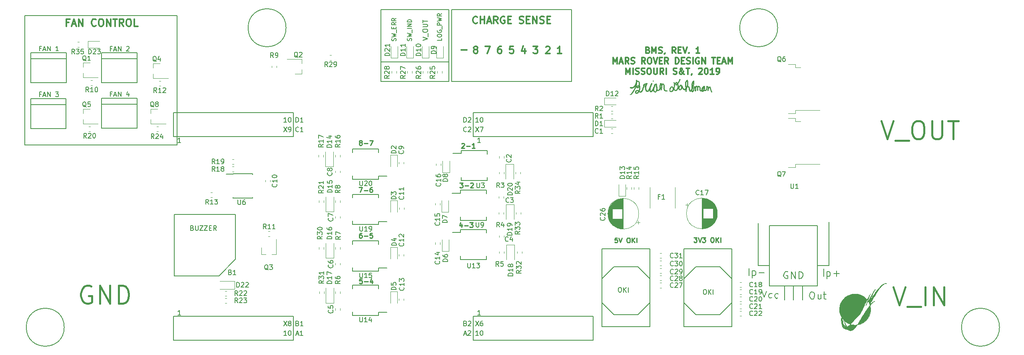
<source format=gbr>
G04 #@! TF.GenerationSoftware,KiCad,Pcbnew,(5.0.0)*
G04 #@! TF.CreationDate,2018-12-16T00:32:28-06:00*
G04 #@! TF.ProjectId,BMS_Hardware,424D535F48617264776172652E6B6963,rev?*
G04 #@! TF.SameCoordinates,Original*
G04 #@! TF.FileFunction,Legend,Top*
G04 #@! TF.FilePolarity,Positive*
%FSLAX46Y46*%
G04 Gerber Fmt 4.6, Leading zero omitted, Abs format (unit mm)*
G04 Created by KiCad (PCBNEW (5.0.0)) date 12/16/18 00:32:28*
%MOMM*%
%LPD*%
G01*
G04 APERTURE LIST*
%ADD10C,0.254000*%
%ADD11C,0.248000*%
%ADD12C,0.381000*%
%ADD13C,0.300000*%
%ADD14C,0.200000*%
%ADD15C,0.127000*%
%ADD16C,0.299720*%
%ADD17C,0.120000*%
%ADD18C,0.150000*%
%ADD19C,0.010000*%
G04 APERTURE END LIST*
D10*
X135452152Y-82750780D02*
X135500533Y-82702400D01*
X135597295Y-82654019D01*
X135839200Y-82654019D01*
X135935961Y-82702400D01*
X135984342Y-82750780D01*
X136032723Y-82847542D01*
X136032723Y-82944304D01*
X135984342Y-83089447D01*
X135403771Y-83670019D01*
X136032723Y-83670019D01*
X136468152Y-83282971D02*
X137242247Y-83282971D01*
X138258247Y-83670019D02*
X137677676Y-83670019D01*
X137967961Y-83670019D02*
X137967961Y-82654019D01*
X137871200Y-82799161D01*
X137774438Y-82895923D01*
X137677676Y-82944304D01*
X135048171Y-91036019D02*
X135677123Y-91036019D01*
X135338457Y-91423066D01*
X135483600Y-91423066D01*
X135580361Y-91471447D01*
X135628742Y-91519828D01*
X135677123Y-91616590D01*
X135677123Y-91858495D01*
X135628742Y-91955257D01*
X135580361Y-92003638D01*
X135483600Y-92052019D01*
X135193314Y-92052019D01*
X135096552Y-92003638D01*
X135048171Y-91955257D01*
X136112552Y-91664971D02*
X136886647Y-91664971D01*
X137322076Y-91132780D02*
X137370457Y-91084400D01*
X137467219Y-91036019D01*
X137709123Y-91036019D01*
X137805885Y-91084400D01*
X137854266Y-91132780D01*
X137902647Y-91229542D01*
X137902647Y-91326304D01*
X137854266Y-91471447D01*
X137273695Y-92052019D01*
X137902647Y-92052019D01*
X135478761Y-99807485D02*
X135478761Y-100484819D01*
X135236857Y-99420438D02*
X134994952Y-100146152D01*
X135623904Y-100146152D01*
X136010952Y-100097771D02*
X136785047Y-100097771D01*
X137172095Y-99468819D02*
X137801047Y-99468819D01*
X137462380Y-99855866D01*
X137607523Y-99855866D01*
X137704285Y-99904247D01*
X137752666Y-99952628D01*
X137801047Y-100049390D01*
X137801047Y-100291295D01*
X137752666Y-100388057D01*
X137704285Y-100436438D01*
X137607523Y-100484819D01*
X137317238Y-100484819D01*
X137220476Y-100436438D01*
X137172095Y-100388057D01*
X114343542Y-111356019D02*
X113859733Y-111356019D01*
X113811352Y-111839828D01*
X113859733Y-111791447D01*
X113956495Y-111743066D01*
X114198400Y-111743066D01*
X114295161Y-111791447D01*
X114343542Y-111839828D01*
X114391923Y-111936590D01*
X114391923Y-112178495D01*
X114343542Y-112275257D01*
X114295161Y-112323638D01*
X114198400Y-112372019D01*
X113956495Y-112372019D01*
X113859733Y-112323638D01*
X113811352Y-112275257D01*
X114827352Y-111984971D02*
X115601447Y-111984971D01*
X116520685Y-111694685D02*
X116520685Y-112372019D01*
X116278780Y-111307638D02*
X116036876Y-112033352D01*
X116665828Y-112033352D01*
X114244361Y-101704019D02*
X114050838Y-101704019D01*
X113954076Y-101752400D01*
X113905695Y-101800780D01*
X113808933Y-101945923D01*
X113760552Y-102139447D01*
X113760552Y-102526495D01*
X113808933Y-102623257D01*
X113857314Y-102671638D01*
X113954076Y-102720019D01*
X114147600Y-102720019D01*
X114244361Y-102671638D01*
X114292742Y-102623257D01*
X114341123Y-102526495D01*
X114341123Y-102284590D01*
X114292742Y-102187828D01*
X114244361Y-102139447D01*
X114147600Y-102091066D01*
X113954076Y-102091066D01*
X113857314Y-102139447D01*
X113808933Y-102187828D01*
X113760552Y-102284590D01*
X114776552Y-102332971D02*
X115550647Y-102332971D01*
X116518266Y-101704019D02*
X116034457Y-101704019D01*
X115986076Y-102187828D01*
X116034457Y-102139447D01*
X116131219Y-102091066D01*
X116373123Y-102091066D01*
X116469885Y-102139447D01*
X116518266Y-102187828D01*
X116566647Y-102284590D01*
X116566647Y-102526495D01*
X116518266Y-102623257D01*
X116469885Y-102671638D01*
X116373123Y-102720019D01*
X116131219Y-102720019D01*
X116034457Y-102671638D01*
X115986076Y-102623257D01*
X113712171Y-92001219D02*
X114389504Y-92001219D01*
X113954076Y-93017219D01*
X114776552Y-92630171D02*
X115550647Y-92630171D01*
X116469885Y-92001219D02*
X116276361Y-92001219D01*
X116179600Y-92049600D01*
X116131219Y-92097980D01*
X116034457Y-92243123D01*
X115986076Y-92436647D01*
X115986076Y-92823695D01*
X116034457Y-92920457D01*
X116082838Y-92968838D01*
X116179600Y-93017219D01*
X116373123Y-93017219D01*
X116469885Y-92968838D01*
X116518266Y-92920457D01*
X116566647Y-92823695D01*
X116566647Y-92581790D01*
X116518266Y-92485028D01*
X116469885Y-92436647D01*
X116373123Y-92388266D01*
X116179600Y-92388266D01*
X116082838Y-92436647D01*
X116034457Y-92485028D01*
X115986076Y-92581790D01*
X113954076Y-82479847D02*
X113857314Y-82431466D01*
X113808933Y-82383085D01*
X113760552Y-82286323D01*
X113760552Y-82237942D01*
X113808933Y-82141180D01*
X113857314Y-82092800D01*
X113954076Y-82044419D01*
X114147600Y-82044419D01*
X114244361Y-82092800D01*
X114292742Y-82141180D01*
X114341123Y-82237942D01*
X114341123Y-82286323D01*
X114292742Y-82383085D01*
X114244361Y-82431466D01*
X114147600Y-82479847D01*
X113954076Y-82479847D01*
X113857314Y-82528228D01*
X113808933Y-82576609D01*
X113760552Y-82673371D01*
X113760552Y-82866895D01*
X113808933Y-82963657D01*
X113857314Y-83012038D01*
X113954076Y-83060419D01*
X114147600Y-83060419D01*
X114244361Y-83012038D01*
X114292742Y-82963657D01*
X114341123Y-82866895D01*
X114341123Y-82673371D01*
X114292742Y-82576609D01*
X114244361Y-82528228D01*
X114147600Y-82479847D01*
X114776552Y-82673371D02*
X115550647Y-82673371D01*
X115937695Y-82044419D02*
X116615028Y-82044419D01*
X116179600Y-83060419D01*
D11*
X168424833Y-102707761D02*
X167952452Y-102707761D01*
X167905214Y-103180142D01*
X167952452Y-103132904D01*
X168046928Y-103085666D01*
X168283119Y-103085666D01*
X168377595Y-103132904D01*
X168424833Y-103180142D01*
X168472071Y-103274619D01*
X168472071Y-103510809D01*
X168424833Y-103605285D01*
X168377595Y-103652523D01*
X168283119Y-103699761D01*
X168046928Y-103699761D01*
X167952452Y-103652523D01*
X167905214Y-103605285D01*
X168755500Y-102707761D02*
X169086166Y-103699761D01*
X169416833Y-102707761D01*
X170692261Y-102707761D02*
X170881214Y-102707761D01*
X170975690Y-102755000D01*
X171070166Y-102849476D01*
X171117404Y-103038428D01*
X171117404Y-103369095D01*
X171070166Y-103558047D01*
X170975690Y-103652523D01*
X170881214Y-103699761D01*
X170692261Y-103699761D01*
X170597785Y-103652523D01*
X170503309Y-103558047D01*
X170456071Y-103369095D01*
X170456071Y-103038428D01*
X170503309Y-102849476D01*
X170597785Y-102755000D01*
X170692261Y-102707761D01*
X171542547Y-103699761D02*
X171542547Y-102707761D01*
X172109404Y-103699761D02*
X171684261Y-103132904D01*
X172109404Y-102707761D02*
X171542547Y-103274619D01*
X172534547Y-103699761D02*
X172534547Y-102707761D01*
X184657595Y-102644261D02*
X185271690Y-102644261D01*
X184941023Y-103022166D01*
X185082738Y-103022166D01*
X185177214Y-103069404D01*
X185224452Y-103116642D01*
X185271690Y-103211119D01*
X185271690Y-103447309D01*
X185224452Y-103541785D01*
X185177214Y-103589023D01*
X185082738Y-103636261D01*
X184799309Y-103636261D01*
X184704833Y-103589023D01*
X184657595Y-103541785D01*
X185555119Y-102644261D02*
X185885785Y-103636261D01*
X186216452Y-102644261D01*
X186452642Y-102644261D02*
X187066738Y-102644261D01*
X186736071Y-103022166D01*
X186877785Y-103022166D01*
X186972261Y-103069404D01*
X187019500Y-103116642D01*
X187066738Y-103211119D01*
X187066738Y-103447309D01*
X187019500Y-103541785D01*
X186972261Y-103589023D01*
X186877785Y-103636261D01*
X186594357Y-103636261D01*
X186499880Y-103589023D01*
X186452642Y-103541785D01*
X188436642Y-102644261D02*
X188625595Y-102644261D01*
X188720071Y-102691500D01*
X188814547Y-102785976D01*
X188861785Y-102974928D01*
X188861785Y-103305595D01*
X188814547Y-103494547D01*
X188720071Y-103589023D01*
X188625595Y-103636261D01*
X188436642Y-103636261D01*
X188342166Y-103589023D01*
X188247690Y-103494547D01*
X188200452Y-103305595D01*
X188200452Y-102974928D01*
X188247690Y-102785976D01*
X188342166Y-102691500D01*
X188436642Y-102644261D01*
X189286928Y-103636261D02*
X189286928Y-102644261D01*
X189853785Y-103636261D02*
X189428642Y-103069404D01*
X189853785Y-102644261D02*
X189286928Y-103211119D01*
X190278928Y-103636261D02*
X190278928Y-102644261D01*
D12*
X56977642Y-113030000D02*
X56614785Y-112848571D01*
X56070500Y-112848571D01*
X55526214Y-113030000D01*
X55163357Y-113392857D01*
X54981928Y-113755714D01*
X54800500Y-114481428D01*
X54800500Y-115025714D01*
X54981928Y-115751428D01*
X55163357Y-116114285D01*
X55526214Y-116477142D01*
X56070500Y-116658571D01*
X56433357Y-116658571D01*
X56977642Y-116477142D01*
X57159071Y-116295714D01*
X57159071Y-115025714D01*
X56433357Y-115025714D01*
X58791928Y-116658571D02*
X58791928Y-112848571D01*
X60969071Y-116658571D01*
X60969071Y-112848571D01*
X62783357Y-116658571D02*
X62783357Y-112848571D01*
X63690500Y-112848571D01*
X64234785Y-113030000D01*
X64597642Y-113392857D01*
X64779071Y-113755714D01*
X64960500Y-114481428D01*
X64960500Y-115025714D01*
X64779071Y-115751428D01*
X64597642Y-116114285D01*
X64234785Y-116477142D01*
X63690500Y-116658571D01*
X62783357Y-116658571D01*
D13*
X174921785Y-62896785D02*
X175105214Y-62957928D01*
X175166357Y-63019071D01*
X175227500Y-63141357D01*
X175227500Y-63324785D01*
X175166357Y-63447071D01*
X175105214Y-63508214D01*
X174982928Y-63569357D01*
X174493785Y-63569357D01*
X174493785Y-62285357D01*
X174921785Y-62285357D01*
X175044071Y-62346500D01*
X175105214Y-62407642D01*
X175166357Y-62529928D01*
X175166357Y-62652214D01*
X175105214Y-62774500D01*
X175044071Y-62835642D01*
X174921785Y-62896785D01*
X174493785Y-62896785D01*
X175777785Y-63569357D02*
X175777785Y-62285357D01*
X176205785Y-63202500D01*
X176633785Y-62285357D01*
X176633785Y-63569357D01*
X177184071Y-63508214D02*
X177367500Y-63569357D01*
X177673214Y-63569357D01*
X177795500Y-63508214D01*
X177856642Y-63447071D01*
X177917785Y-63324785D01*
X177917785Y-63202500D01*
X177856642Y-63080214D01*
X177795500Y-63019071D01*
X177673214Y-62957928D01*
X177428642Y-62896785D01*
X177306357Y-62835642D01*
X177245214Y-62774500D01*
X177184071Y-62652214D01*
X177184071Y-62529928D01*
X177245214Y-62407642D01*
X177306357Y-62346500D01*
X177428642Y-62285357D01*
X177734357Y-62285357D01*
X177917785Y-62346500D01*
X178529214Y-63508214D02*
X178529214Y-63569357D01*
X178468071Y-63691642D01*
X178406928Y-63752785D01*
X180791500Y-63569357D02*
X180363500Y-62957928D01*
X180057785Y-63569357D02*
X180057785Y-62285357D01*
X180546928Y-62285357D01*
X180669214Y-62346500D01*
X180730357Y-62407642D01*
X180791500Y-62529928D01*
X180791500Y-62713357D01*
X180730357Y-62835642D01*
X180669214Y-62896785D01*
X180546928Y-62957928D01*
X180057785Y-62957928D01*
X181341785Y-62896785D02*
X181769785Y-62896785D01*
X181953214Y-63569357D02*
X181341785Y-63569357D01*
X181341785Y-62285357D01*
X181953214Y-62285357D01*
X182320071Y-62285357D02*
X182748071Y-63569357D01*
X183176071Y-62285357D01*
X183604071Y-63447071D02*
X183665214Y-63508214D01*
X183604071Y-63569357D01*
X183542928Y-63508214D01*
X183604071Y-63447071D01*
X183604071Y-63569357D01*
X185866357Y-63569357D02*
X185132642Y-63569357D01*
X185499500Y-63569357D02*
X185499500Y-62285357D01*
X185377214Y-62468785D01*
X185254928Y-62591071D01*
X185132642Y-62652214D01*
X167554071Y-65795357D02*
X167554071Y-64511357D01*
X167982071Y-65428500D01*
X168410071Y-64511357D01*
X168410071Y-65795357D01*
X168960357Y-65428500D02*
X169571785Y-65428500D01*
X168838071Y-65795357D02*
X169266071Y-64511357D01*
X169694071Y-65795357D01*
X170855785Y-65795357D02*
X170427785Y-65183928D01*
X170122071Y-65795357D02*
X170122071Y-64511357D01*
X170611214Y-64511357D01*
X170733500Y-64572500D01*
X170794642Y-64633642D01*
X170855785Y-64755928D01*
X170855785Y-64939357D01*
X170794642Y-65061642D01*
X170733500Y-65122785D01*
X170611214Y-65183928D01*
X170122071Y-65183928D01*
X171344928Y-65734214D02*
X171528357Y-65795357D01*
X171834071Y-65795357D01*
X171956357Y-65734214D01*
X172017500Y-65673071D01*
X172078642Y-65550785D01*
X172078642Y-65428500D01*
X172017500Y-65306214D01*
X171956357Y-65245071D01*
X171834071Y-65183928D01*
X171589500Y-65122785D01*
X171467214Y-65061642D01*
X171406071Y-65000500D01*
X171344928Y-64878214D01*
X171344928Y-64755928D01*
X171406071Y-64633642D01*
X171467214Y-64572500D01*
X171589500Y-64511357D01*
X171895214Y-64511357D01*
X172078642Y-64572500D01*
X174340928Y-65795357D02*
X173912928Y-65183928D01*
X173607214Y-65795357D02*
X173607214Y-64511357D01*
X174096357Y-64511357D01*
X174218642Y-64572500D01*
X174279785Y-64633642D01*
X174340928Y-64755928D01*
X174340928Y-64939357D01*
X174279785Y-65061642D01*
X174218642Y-65122785D01*
X174096357Y-65183928D01*
X173607214Y-65183928D01*
X175135785Y-64511357D02*
X175380357Y-64511357D01*
X175502642Y-64572500D01*
X175624928Y-64694785D01*
X175686071Y-64939357D01*
X175686071Y-65367357D01*
X175624928Y-65611928D01*
X175502642Y-65734214D01*
X175380357Y-65795357D01*
X175135785Y-65795357D01*
X175013500Y-65734214D01*
X174891214Y-65611928D01*
X174830071Y-65367357D01*
X174830071Y-64939357D01*
X174891214Y-64694785D01*
X175013500Y-64572500D01*
X175135785Y-64511357D01*
X176052928Y-64511357D02*
X176480928Y-65795357D01*
X176908928Y-64511357D01*
X177336928Y-65122785D02*
X177764928Y-65122785D01*
X177948357Y-65795357D02*
X177336928Y-65795357D01*
X177336928Y-64511357D01*
X177948357Y-64511357D01*
X179232357Y-65795357D02*
X178804357Y-65183928D01*
X178498642Y-65795357D02*
X178498642Y-64511357D01*
X178987785Y-64511357D01*
X179110071Y-64572500D01*
X179171214Y-64633642D01*
X179232357Y-64755928D01*
X179232357Y-64939357D01*
X179171214Y-65061642D01*
X179110071Y-65122785D01*
X178987785Y-65183928D01*
X178498642Y-65183928D01*
X180760928Y-65795357D02*
X180760928Y-64511357D01*
X181066642Y-64511357D01*
X181250071Y-64572500D01*
X181372357Y-64694785D01*
X181433500Y-64817071D01*
X181494642Y-65061642D01*
X181494642Y-65245071D01*
X181433500Y-65489642D01*
X181372357Y-65611928D01*
X181250071Y-65734214D01*
X181066642Y-65795357D01*
X180760928Y-65795357D01*
X182044928Y-65122785D02*
X182472928Y-65122785D01*
X182656357Y-65795357D02*
X182044928Y-65795357D01*
X182044928Y-64511357D01*
X182656357Y-64511357D01*
X183145500Y-65734214D02*
X183328928Y-65795357D01*
X183634642Y-65795357D01*
X183756928Y-65734214D01*
X183818071Y-65673071D01*
X183879214Y-65550785D01*
X183879214Y-65428500D01*
X183818071Y-65306214D01*
X183756928Y-65245071D01*
X183634642Y-65183928D01*
X183390071Y-65122785D01*
X183267785Y-65061642D01*
X183206642Y-65000500D01*
X183145500Y-64878214D01*
X183145500Y-64755928D01*
X183206642Y-64633642D01*
X183267785Y-64572500D01*
X183390071Y-64511357D01*
X183695785Y-64511357D01*
X183879214Y-64572500D01*
X184429500Y-65795357D02*
X184429500Y-64511357D01*
X185713500Y-64572500D02*
X185591214Y-64511357D01*
X185407785Y-64511357D01*
X185224357Y-64572500D01*
X185102071Y-64694785D01*
X185040928Y-64817071D01*
X184979785Y-65061642D01*
X184979785Y-65245071D01*
X185040928Y-65489642D01*
X185102071Y-65611928D01*
X185224357Y-65734214D01*
X185407785Y-65795357D01*
X185530071Y-65795357D01*
X185713500Y-65734214D01*
X185774642Y-65673071D01*
X185774642Y-65245071D01*
X185530071Y-65245071D01*
X186324928Y-65795357D02*
X186324928Y-64511357D01*
X187058642Y-65795357D01*
X187058642Y-64511357D01*
X188464928Y-64511357D02*
X189198642Y-64511357D01*
X188831785Y-65795357D02*
X188831785Y-64511357D01*
X189626642Y-65122785D02*
X190054642Y-65122785D01*
X190238071Y-65795357D02*
X189626642Y-65795357D01*
X189626642Y-64511357D01*
X190238071Y-64511357D01*
X190727214Y-65428500D02*
X191338642Y-65428500D01*
X190604928Y-65795357D02*
X191032928Y-64511357D01*
X191460928Y-65795357D01*
X191888928Y-65795357D02*
X191888928Y-64511357D01*
X192316928Y-65428500D01*
X192744928Y-64511357D01*
X192744928Y-65795357D01*
X170274928Y-68021357D02*
X170274928Y-66737357D01*
X170702928Y-67654500D01*
X171130928Y-66737357D01*
X171130928Y-68021357D01*
X171742357Y-68021357D02*
X171742357Y-66737357D01*
X172292642Y-67960214D02*
X172476071Y-68021357D01*
X172781785Y-68021357D01*
X172904071Y-67960214D01*
X172965214Y-67899071D01*
X173026357Y-67776785D01*
X173026357Y-67654500D01*
X172965214Y-67532214D01*
X172904071Y-67471071D01*
X172781785Y-67409928D01*
X172537214Y-67348785D01*
X172414928Y-67287642D01*
X172353785Y-67226500D01*
X172292642Y-67104214D01*
X172292642Y-66981928D01*
X172353785Y-66859642D01*
X172414928Y-66798500D01*
X172537214Y-66737357D01*
X172842928Y-66737357D01*
X173026357Y-66798500D01*
X173515500Y-67960214D02*
X173698928Y-68021357D01*
X174004642Y-68021357D01*
X174126928Y-67960214D01*
X174188071Y-67899071D01*
X174249214Y-67776785D01*
X174249214Y-67654500D01*
X174188071Y-67532214D01*
X174126928Y-67471071D01*
X174004642Y-67409928D01*
X173760071Y-67348785D01*
X173637785Y-67287642D01*
X173576642Y-67226500D01*
X173515500Y-67104214D01*
X173515500Y-66981928D01*
X173576642Y-66859642D01*
X173637785Y-66798500D01*
X173760071Y-66737357D01*
X174065785Y-66737357D01*
X174249214Y-66798500D01*
X175044071Y-66737357D02*
X175288642Y-66737357D01*
X175410928Y-66798500D01*
X175533214Y-66920785D01*
X175594357Y-67165357D01*
X175594357Y-67593357D01*
X175533214Y-67837928D01*
X175410928Y-67960214D01*
X175288642Y-68021357D01*
X175044071Y-68021357D01*
X174921785Y-67960214D01*
X174799500Y-67837928D01*
X174738357Y-67593357D01*
X174738357Y-67165357D01*
X174799500Y-66920785D01*
X174921785Y-66798500D01*
X175044071Y-66737357D01*
X176144642Y-66737357D02*
X176144642Y-67776785D01*
X176205785Y-67899071D01*
X176266928Y-67960214D01*
X176389214Y-68021357D01*
X176633785Y-68021357D01*
X176756071Y-67960214D01*
X176817214Y-67899071D01*
X176878357Y-67776785D01*
X176878357Y-66737357D01*
X178223500Y-68021357D02*
X177795500Y-67409928D01*
X177489785Y-68021357D02*
X177489785Y-66737357D01*
X177978928Y-66737357D01*
X178101214Y-66798500D01*
X178162357Y-66859642D01*
X178223500Y-66981928D01*
X178223500Y-67165357D01*
X178162357Y-67287642D01*
X178101214Y-67348785D01*
X177978928Y-67409928D01*
X177489785Y-67409928D01*
X178773785Y-68021357D02*
X178773785Y-66737357D01*
X180302357Y-67960214D02*
X180485785Y-68021357D01*
X180791500Y-68021357D01*
X180913785Y-67960214D01*
X180974928Y-67899071D01*
X181036071Y-67776785D01*
X181036071Y-67654500D01*
X180974928Y-67532214D01*
X180913785Y-67471071D01*
X180791500Y-67409928D01*
X180546928Y-67348785D01*
X180424642Y-67287642D01*
X180363500Y-67226500D01*
X180302357Y-67104214D01*
X180302357Y-66981928D01*
X180363500Y-66859642D01*
X180424642Y-66798500D01*
X180546928Y-66737357D01*
X180852642Y-66737357D01*
X181036071Y-66798500D01*
X182625785Y-68021357D02*
X182564642Y-68021357D01*
X182442357Y-67960214D01*
X182258928Y-67776785D01*
X181953214Y-67409928D01*
X181830928Y-67226500D01*
X181769785Y-67043071D01*
X181769785Y-66920785D01*
X181830928Y-66798500D01*
X181953214Y-66737357D01*
X182014357Y-66737357D01*
X182136642Y-66798500D01*
X182197785Y-66920785D01*
X182197785Y-66981928D01*
X182136642Y-67104214D01*
X182075500Y-67165357D01*
X181708642Y-67409928D01*
X181647500Y-67471071D01*
X181586357Y-67593357D01*
X181586357Y-67776785D01*
X181647500Y-67899071D01*
X181708642Y-67960214D01*
X181830928Y-68021357D01*
X182014357Y-68021357D01*
X182136642Y-67960214D01*
X182197785Y-67899071D01*
X182381214Y-67654500D01*
X182442357Y-67471071D01*
X182442357Y-67348785D01*
X182992642Y-66737357D02*
X183726357Y-66737357D01*
X183359500Y-68021357D02*
X183359500Y-66737357D01*
X184215500Y-67960214D02*
X184215500Y-68021357D01*
X184154357Y-68143642D01*
X184093214Y-68204785D01*
X185682928Y-66859642D02*
X185744071Y-66798500D01*
X185866357Y-66737357D01*
X186172071Y-66737357D01*
X186294357Y-66798500D01*
X186355500Y-66859642D01*
X186416642Y-66981928D01*
X186416642Y-67104214D01*
X186355500Y-67287642D01*
X185621785Y-68021357D01*
X186416642Y-68021357D01*
X187211500Y-66737357D02*
X187333785Y-66737357D01*
X187456071Y-66798500D01*
X187517214Y-66859642D01*
X187578357Y-66981928D01*
X187639500Y-67226500D01*
X187639500Y-67532214D01*
X187578357Y-67776785D01*
X187517214Y-67899071D01*
X187456071Y-67960214D01*
X187333785Y-68021357D01*
X187211500Y-68021357D01*
X187089214Y-67960214D01*
X187028071Y-67899071D01*
X186966928Y-67776785D01*
X186905785Y-67532214D01*
X186905785Y-67226500D01*
X186966928Y-66981928D01*
X187028071Y-66859642D01*
X187089214Y-66798500D01*
X187211500Y-66737357D01*
X188862357Y-68021357D02*
X188128642Y-68021357D01*
X188495500Y-68021357D02*
X188495500Y-66737357D01*
X188373214Y-66920785D01*
X188250928Y-67043071D01*
X188128642Y-67104214D01*
X189473785Y-68021357D02*
X189718357Y-68021357D01*
X189840642Y-67960214D01*
X189901785Y-67899071D01*
X190024071Y-67715642D01*
X190085214Y-67471071D01*
X190085214Y-66981928D01*
X190024071Y-66859642D01*
X189962928Y-66798500D01*
X189840642Y-66737357D01*
X189596071Y-66737357D01*
X189473785Y-66798500D01*
X189412642Y-66859642D01*
X189351500Y-66981928D01*
X189351500Y-67287642D01*
X189412642Y-67409928D01*
X189473785Y-67471071D01*
X189596071Y-67532214D01*
X189840642Y-67532214D01*
X189962928Y-67471071D01*
X190024071Y-67409928D01*
X190085214Y-67287642D01*
D12*
X224372714Y-77923571D02*
X225642714Y-81733571D01*
X226912714Y-77923571D01*
X227275571Y-82096428D02*
X230178428Y-82096428D01*
X231811285Y-77923571D02*
X232537000Y-77923571D01*
X232899857Y-78105000D01*
X233262714Y-78467857D01*
X233444142Y-79193571D01*
X233444142Y-80463571D01*
X233262714Y-81189285D01*
X232899857Y-81552142D01*
X232537000Y-81733571D01*
X231811285Y-81733571D01*
X231448428Y-81552142D01*
X231085571Y-81189285D01*
X230904142Y-80463571D01*
X230904142Y-79193571D01*
X231085571Y-78467857D01*
X231448428Y-78105000D01*
X231811285Y-77923571D01*
X235077000Y-77923571D02*
X235077000Y-81007857D01*
X235258428Y-81370714D01*
X235439857Y-81552142D01*
X235802714Y-81733571D01*
X236528428Y-81733571D01*
X236891285Y-81552142D01*
X237072714Y-81370714D01*
X237254142Y-81007857D01*
X237254142Y-77923571D01*
X238524142Y-77923571D02*
X240701285Y-77923571D01*
X239612714Y-81733571D02*
X239612714Y-77923571D01*
X226912714Y-113166071D02*
X228182714Y-116976071D01*
X229452714Y-113166071D01*
X229815571Y-117338928D02*
X232718428Y-117338928D01*
X233625571Y-116976071D02*
X233625571Y-113166071D01*
X235439857Y-116976071D02*
X235439857Y-113166071D01*
X237617000Y-116976071D01*
X237617000Y-113166071D01*
D14*
X42926000Y-83058000D02*
X42926000Y-55626000D01*
X75184000Y-83058000D02*
X42926000Y-83058000D01*
X75184000Y-55626000D02*
X75184000Y-83058000D01*
X42926000Y-55626000D02*
X75184000Y-55626000D01*
X158750000Y-69596000D02*
X133350000Y-69596000D01*
X158750000Y-54356000D02*
X158750000Y-69596000D01*
X133350000Y-54356000D02*
X158750000Y-54356000D01*
X133350000Y-69596000D02*
X133350000Y-54356000D01*
X133413500Y-69596000D02*
X133350000Y-69596000D01*
D13*
X138764285Y-57114214D02*
X138692857Y-57185642D01*
X138478571Y-57257071D01*
X138335714Y-57257071D01*
X138121428Y-57185642D01*
X137978571Y-57042785D01*
X137907142Y-56899928D01*
X137835714Y-56614214D01*
X137835714Y-56399928D01*
X137907142Y-56114214D01*
X137978571Y-55971357D01*
X138121428Y-55828500D01*
X138335714Y-55757071D01*
X138478571Y-55757071D01*
X138692857Y-55828500D01*
X138764285Y-55899928D01*
X139407142Y-57257071D02*
X139407142Y-55757071D01*
X139407142Y-56471357D02*
X140264285Y-56471357D01*
X140264285Y-57257071D02*
X140264285Y-55757071D01*
X140907142Y-56828500D02*
X141621428Y-56828500D01*
X140764285Y-57257071D02*
X141264285Y-55757071D01*
X141764285Y-57257071D01*
X143121428Y-57257071D02*
X142621428Y-56542785D01*
X142264285Y-57257071D02*
X142264285Y-55757071D01*
X142835714Y-55757071D01*
X142978571Y-55828500D01*
X143050000Y-55899928D01*
X143121428Y-56042785D01*
X143121428Y-56257071D01*
X143050000Y-56399928D01*
X142978571Y-56471357D01*
X142835714Y-56542785D01*
X142264285Y-56542785D01*
X144550000Y-55828500D02*
X144407142Y-55757071D01*
X144192857Y-55757071D01*
X143978571Y-55828500D01*
X143835714Y-55971357D01*
X143764285Y-56114214D01*
X143692857Y-56399928D01*
X143692857Y-56614214D01*
X143764285Y-56899928D01*
X143835714Y-57042785D01*
X143978571Y-57185642D01*
X144192857Y-57257071D01*
X144335714Y-57257071D01*
X144550000Y-57185642D01*
X144621428Y-57114214D01*
X144621428Y-56614214D01*
X144335714Y-56614214D01*
X145264285Y-56471357D02*
X145764285Y-56471357D01*
X145978571Y-57257071D02*
X145264285Y-57257071D01*
X145264285Y-55757071D01*
X145978571Y-55757071D01*
X147692857Y-57185642D02*
X147907142Y-57257071D01*
X148264285Y-57257071D01*
X148407142Y-57185642D01*
X148478571Y-57114214D01*
X148550000Y-56971357D01*
X148550000Y-56828500D01*
X148478571Y-56685642D01*
X148407142Y-56614214D01*
X148264285Y-56542785D01*
X147978571Y-56471357D01*
X147835714Y-56399928D01*
X147764285Y-56328500D01*
X147692857Y-56185642D01*
X147692857Y-56042785D01*
X147764285Y-55899928D01*
X147835714Y-55828500D01*
X147978571Y-55757071D01*
X148335714Y-55757071D01*
X148550000Y-55828500D01*
X149192857Y-56471357D02*
X149692857Y-56471357D01*
X149907142Y-57257071D02*
X149192857Y-57257071D01*
X149192857Y-55757071D01*
X149907142Y-55757071D01*
X150550000Y-57257071D02*
X150550000Y-55757071D01*
X151407142Y-57257071D01*
X151407142Y-55757071D01*
X152050000Y-57185642D02*
X152264285Y-57257071D01*
X152621428Y-57257071D01*
X152764285Y-57185642D01*
X152835714Y-57114214D01*
X152907142Y-56971357D01*
X152907142Y-56828500D01*
X152835714Y-56685642D01*
X152764285Y-56614214D01*
X152621428Y-56542785D01*
X152335714Y-56471357D01*
X152192857Y-56399928D01*
X152121428Y-56328500D01*
X152050000Y-56185642D01*
X152050000Y-56042785D01*
X152121428Y-55899928D01*
X152192857Y-55828500D01*
X152335714Y-55757071D01*
X152692857Y-55757071D01*
X152907142Y-55828500D01*
X153550000Y-56471357D02*
X154050000Y-56471357D01*
X154264285Y-57257071D02*
X153550000Y-57257071D01*
X153550000Y-55757071D01*
X154264285Y-55757071D01*
D14*
X118364000Y-69596000D02*
X118872000Y-69596000D01*
X118364000Y-65341500D02*
X118364000Y-69596000D01*
X132715000Y-69596000D02*
X118681500Y-69596000D01*
X132715000Y-64897000D02*
X132715000Y-69596000D01*
D13*
X135369371Y-62908642D02*
X136512228Y-62908642D01*
X138287142Y-62749928D02*
X138144285Y-62678500D01*
X138072857Y-62607071D01*
X138001428Y-62464214D01*
X138001428Y-62392785D01*
X138072857Y-62249928D01*
X138144285Y-62178500D01*
X138287142Y-62107071D01*
X138572857Y-62107071D01*
X138715714Y-62178500D01*
X138787142Y-62249928D01*
X138858571Y-62392785D01*
X138858571Y-62464214D01*
X138787142Y-62607071D01*
X138715714Y-62678500D01*
X138572857Y-62749928D01*
X138287142Y-62749928D01*
X138144285Y-62821357D01*
X138072857Y-62892785D01*
X138001428Y-63035642D01*
X138001428Y-63321357D01*
X138072857Y-63464214D01*
X138144285Y-63535642D01*
X138287142Y-63607071D01*
X138572857Y-63607071D01*
X138715714Y-63535642D01*
X138787142Y-63464214D01*
X138858571Y-63321357D01*
X138858571Y-63035642D01*
X138787142Y-62892785D01*
X138715714Y-62821357D01*
X138572857Y-62749928D01*
X140470000Y-62107071D02*
X141470000Y-62107071D01*
X140827142Y-63607071D01*
X143795714Y-62107071D02*
X143510000Y-62107071D01*
X143367142Y-62178500D01*
X143295714Y-62249928D01*
X143152857Y-62464214D01*
X143081428Y-62749928D01*
X143081428Y-63321357D01*
X143152857Y-63464214D01*
X143224285Y-63535642D01*
X143367142Y-63607071D01*
X143652857Y-63607071D01*
X143795714Y-63535642D01*
X143867142Y-63464214D01*
X143938571Y-63321357D01*
X143938571Y-62964214D01*
X143867142Y-62821357D01*
X143795714Y-62749928D01*
X143652857Y-62678500D01*
X143367142Y-62678500D01*
X143224285Y-62749928D01*
X143152857Y-62821357D01*
X143081428Y-62964214D01*
X146407142Y-62107071D02*
X145692857Y-62107071D01*
X145621428Y-62821357D01*
X145692857Y-62749928D01*
X145835714Y-62678500D01*
X146192857Y-62678500D01*
X146335714Y-62749928D01*
X146407142Y-62821357D01*
X146478571Y-62964214D01*
X146478571Y-63321357D01*
X146407142Y-63464214D01*
X146335714Y-63535642D01*
X146192857Y-63607071D01*
X145835714Y-63607071D01*
X145692857Y-63535642D01*
X145621428Y-63464214D01*
X148824914Y-62607071D02*
X148824914Y-63607071D01*
X148467771Y-62035642D02*
X148110628Y-63107071D01*
X149039200Y-63107071D01*
X150630000Y-62119771D02*
X151558571Y-62119771D01*
X151058571Y-62691200D01*
X151272857Y-62691200D01*
X151415714Y-62762628D01*
X151487142Y-62834057D01*
X151558571Y-62976914D01*
X151558571Y-63334057D01*
X151487142Y-63476914D01*
X151415714Y-63548342D01*
X151272857Y-63619771D01*
X150844285Y-63619771D01*
X150701428Y-63548342D01*
X150630000Y-63476914D01*
X153292228Y-62262628D02*
X153363657Y-62191200D01*
X153506514Y-62119771D01*
X153863657Y-62119771D01*
X154006514Y-62191200D01*
X154077942Y-62262628D01*
X154149371Y-62405485D01*
X154149371Y-62548342D01*
X154077942Y-62762628D01*
X153220800Y-63619771D01*
X154149371Y-63619771D01*
X156638571Y-63619771D02*
X155781428Y-63619771D01*
X156210000Y-63619771D02*
X156210000Y-62119771D01*
X156067142Y-62334057D01*
X155924285Y-62476914D01*
X155781428Y-62548342D01*
D14*
X132715000Y-65405000D02*
X118364000Y-65405000D01*
X132715000Y-54356000D02*
X132715000Y-65405000D01*
X118364000Y-54356000D02*
X132715000Y-54356000D01*
X118364000Y-56134000D02*
X118364000Y-54356000D01*
X132715000Y-54356000D02*
X132715000Y-54864000D01*
X132715000Y-54864000D02*
X132715000Y-56007000D01*
D15*
X131212166Y-60409666D02*
X131212166Y-60833000D01*
X130323166Y-60833000D01*
X130323166Y-59944000D02*
X130323166Y-59774666D01*
X130365500Y-59690000D01*
X130450166Y-59605333D01*
X130619500Y-59563000D01*
X130915833Y-59563000D01*
X131085166Y-59605333D01*
X131169833Y-59690000D01*
X131212166Y-59774666D01*
X131212166Y-59944000D01*
X131169833Y-60028666D01*
X131085166Y-60113333D01*
X130915833Y-60155666D01*
X130619500Y-60155666D01*
X130450166Y-60113333D01*
X130365500Y-60028666D01*
X130323166Y-59944000D01*
X130365500Y-58716333D02*
X130323166Y-58801000D01*
X130323166Y-58928000D01*
X130365500Y-59055000D01*
X130450166Y-59139666D01*
X130534833Y-59182000D01*
X130704166Y-59224333D01*
X130831166Y-59224333D01*
X131000500Y-59182000D01*
X131085166Y-59139666D01*
X131169833Y-59055000D01*
X131212166Y-58928000D01*
X131212166Y-58843333D01*
X131169833Y-58716333D01*
X131127500Y-58674000D01*
X130831166Y-58674000D01*
X130831166Y-58843333D01*
X131296833Y-58504666D02*
X131296833Y-57827333D01*
X131212166Y-57615666D02*
X130323166Y-57615666D01*
X130323166Y-57277000D01*
X130365500Y-57192333D01*
X130407833Y-57150000D01*
X130492500Y-57107666D01*
X130619500Y-57107666D01*
X130704166Y-57150000D01*
X130746500Y-57192333D01*
X130788833Y-57277000D01*
X130788833Y-57615666D01*
X130323166Y-56811333D02*
X131212166Y-56599666D01*
X130577166Y-56430333D01*
X131212166Y-56261000D01*
X130323166Y-56049333D01*
X131212166Y-55202666D02*
X130788833Y-55499000D01*
X131212166Y-55710666D02*
X130323166Y-55710666D01*
X130323166Y-55372000D01*
X130365500Y-55287333D01*
X130407833Y-55245000D01*
X130492500Y-55202666D01*
X130619500Y-55202666D01*
X130704166Y-55245000D01*
X130746500Y-55287333D01*
X130788833Y-55372000D01*
X130788833Y-55710666D01*
X127205619Y-60851142D02*
X128221619Y-60512476D01*
X127205619Y-60173809D01*
X128318380Y-60077047D02*
X128318380Y-59302952D01*
X127205619Y-58867523D02*
X127205619Y-58674000D01*
X127254000Y-58577238D01*
X127350761Y-58480476D01*
X127544285Y-58432095D01*
X127882952Y-58432095D01*
X128076476Y-58480476D01*
X128173238Y-58577238D01*
X128221619Y-58674000D01*
X128221619Y-58867523D01*
X128173238Y-58964285D01*
X128076476Y-59061047D01*
X127882952Y-59109428D01*
X127544285Y-59109428D01*
X127350761Y-59061047D01*
X127254000Y-58964285D01*
X127205619Y-58867523D01*
X127205619Y-57996666D02*
X128028095Y-57996666D01*
X128124857Y-57948285D01*
X128173238Y-57899904D01*
X128221619Y-57803142D01*
X128221619Y-57609619D01*
X128173238Y-57512857D01*
X128124857Y-57464476D01*
X128028095Y-57416095D01*
X127205619Y-57416095D01*
X127205619Y-57077428D02*
X127205619Y-56496857D01*
X128221619Y-56787142D02*
X127205619Y-56787142D01*
X124819833Y-60896500D02*
X124862166Y-60769500D01*
X124862166Y-60557833D01*
X124819833Y-60473166D01*
X124777500Y-60430833D01*
X124692833Y-60388500D01*
X124608166Y-60388500D01*
X124523500Y-60430833D01*
X124481166Y-60473166D01*
X124438833Y-60557833D01*
X124396500Y-60727166D01*
X124354166Y-60811833D01*
X124311833Y-60854166D01*
X124227166Y-60896500D01*
X124142500Y-60896500D01*
X124057833Y-60854166D01*
X124015500Y-60811833D01*
X123973166Y-60727166D01*
X123973166Y-60515500D01*
X124015500Y-60388500D01*
X123973166Y-60092166D02*
X124862166Y-59880500D01*
X124227166Y-59711166D01*
X124862166Y-59541833D01*
X123973166Y-59330166D01*
X124946833Y-59203166D02*
X124946833Y-58525833D01*
X124862166Y-58314166D02*
X123973166Y-58314166D01*
X124862166Y-57890833D02*
X123973166Y-57890833D01*
X124862166Y-57382833D01*
X123973166Y-57382833D01*
X124862166Y-56959500D02*
X123973166Y-56959500D01*
X123973166Y-56747833D01*
X124015500Y-56620833D01*
X124100166Y-56536166D01*
X124184833Y-56493833D01*
X124354166Y-56451500D01*
X124481166Y-56451500D01*
X124650500Y-56493833D01*
X124735166Y-56536166D01*
X124819833Y-56620833D01*
X124862166Y-56747833D01*
X124862166Y-56959500D01*
X121517833Y-60938833D02*
X121560166Y-60811833D01*
X121560166Y-60600166D01*
X121517833Y-60515500D01*
X121475500Y-60473166D01*
X121390833Y-60430833D01*
X121306166Y-60430833D01*
X121221500Y-60473166D01*
X121179166Y-60515500D01*
X121136833Y-60600166D01*
X121094500Y-60769500D01*
X121052166Y-60854166D01*
X121009833Y-60896500D01*
X120925166Y-60938833D01*
X120840500Y-60938833D01*
X120755833Y-60896500D01*
X120713500Y-60854166D01*
X120671166Y-60769500D01*
X120671166Y-60557833D01*
X120713500Y-60430833D01*
X120671166Y-60134500D02*
X121560166Y-59922833D01*
X120925166Y-59753500D01*
X121560166Y-59584166D01*
X120671166Y-59372500D01*
X121644833Y-59245500D02*
X121644833Y-58568166D01*
X121094500Y-58356500D02*
X121094500Y-58060166D01*
X121560166Y-57933166D02*
X121560166Y-58356500D01*
X120671166Y-58356500D01*
X120671166Y-57933166D01*
X121560166Y-57044166D02*
X121136833Y-57340500D01*
X121560166Y-57552166D02*
X120671166Y-57552166D01*
X120671166Y-57213500D01*
X120713500Y-57128833D01*
X120755833Y-57086500D01*
X120840500Y-57044166D01*
X120967500Y-57044166D01*
X121052166Y-57086500D01*
X121094500Y-57128833D01*
X121136833Y-57213500D01*
X121136833Y-57552166D01*
X121560166Y-56155166D02*
X121136833Y-56451500D01*
X121560166Y-56663166D02*
X120671166Y-56663166D01*
X120671166Y-56324500D01*
X120713500Y-56239833D01*
X120755833Y-56197500D01*
X120840500Y-56155166D01*
X120967500Y-56155166D01*
X121052166Y-56197500D01*
X121094500Y-56239833D01*
X121136833Y-56324500D01*
X121136833Y-56663166D01*
D16*
X52251428Y-57041142D02*
X51743428Y-57041142D01*
X51743428Y-57839428D02*
X51743428Y-56315428D01*
X52469142Y-56315428D01*
X52977142Y-57404000D02*
X53702857Y-57404000D01*
X52832000Y-57839428D02*
X53340000Y-56315428D01*
X53848000Y-57839428D01*
X54356000Y-57839428D02*
X54356000Y-56315428D01*
X55226857Y-57839428D01*
X55226857Y-56315428D01*
X57984571Y-57694285D02*
X57912000Y-57766857D01*
X57694285Y-57839428D01*
X57549142Y-57839428D01*
X57331428Y-57766857D01*
X57186285Y-57621714D01*
X57113714Y-57476571D01*
X57041142Y-57186285D01*
X57041142Y-56968571D01*
X57113714Y-56678285D01*
X57186285Y-56533142D01*
X57331428Y-56388000D01*
X57549142Y-56315428D01*
X57694285Y-56315428D01*
X57912000Y-56388000D01*
X57984571Y-56460571D01*
X58928000Y-56315428D02*
X59218285Y-56315428D01*
X59363428Y-56388000D01*
X59508571Y-56533142D01*
X59581142Y-56823428D01*
X59581142Y-57331428D01*
X59508571Y-57621714D01*
X59363428Y-57766857D01*
X59218285Y-57839428D01*
X58928000Y-57839428D01*
X58782857Y-57766857D01*
X58637714Y-57621714D01*
X58565142Y-57331428D01*
X58565142Y-56823428D01*
X58637714Y-56533142D01*
X58782857Y-56388000D01*
X58928000Y-56315428D01*
X60234285Y-57839428D02*
X60234285Y-56315428D01*
X61105142Y-57839428D01*
X61105142Y-56315428D01*
X61613142Y-56315428D02*
X62484000Y-56315428D01*
X62048571Y-57839428D02*
X62048571Y-56315428D01*
X63862857Y-57839428D02*
X63354857Y-57113714D01*
X62992000Y-57839428D02*
X62992000Y-56315428D01*
X63572571Y-56315428D01*
X63717714Y-56388000D01*
X63790285Y-56460571D01*
X63862857Y-56605714D01*
X63862857Y-56823428D01*
X63790285Y-56968571D01*
X63717714Y-57041142D01*
X63572571Y-57113714D01*
X62992000Y-57113714D01*
X64806285Y-56315428D02*
X65096571Y-56315428D01*
X65241714Y-56388000D01*
X65386857Y-56533142D01*
X65459428Y-56823428D01*
X65459428Y-57331428D01*
X65386857Y-57621714D01*
X65241714Y-57766857D01*
X65096571Y-57839428D01*
X64806285Y-57839428D01*
X64661142Y-57766857D01*
X64516000Y-57621714D01*
X64443428Y-57331428D01*
X64443428Y-56823428D01*
X64516000Y-56533142D01*
X64661142Y-56388000D01*
X64806285Y-56315428D01*
X66838285Y-57839428D02*
X66112571Y-57839428D01*
X66112571Y-56315428D01*
D14*
X118364000Y-65405000D02*
X118364000Y-55880000D01*
X132715000Y-55880000D02*
X132715000Y-65405000D01*
D17*
G04 #@! TO.C,R8*
X109730000Y-94824733D02*
X109730000Y-95167267D01*
X108710000Y-94824733D02*
X108710000Y-95167267D01*
G04 #@! TO.C,D14*
X106592000Y-87625000D02*
X106592000Y-84475000D01*
X108292000Y-87625000D02*
X108292000Y-84475000D01*
X106592000Y-87625000D02*
X108292000Y-87625000D01*
G04 #@! TO.C,D15*
X106655500Y-97150000D02*
X106655500Y-94000000D01*
X108355500Y-97150000D02*
X108355500Y-94000000D01*
X106655500Y-97150000D02*
X108355500Y-97150000D01*
G04 #@! TO.C,D16*
X106655500Y-106992500D02*
X106655500Y-103842500D01*
X108355500Y-106992500D02*
X108355500Y-103842500D01*
X106655500Y-106992500D02*
X108355500Y-106992500D01*
G04 #@! TO.C,D17*
X106655500Y-116517500D02*
X106655500Y-113367500D01*
X108355500Y-116517500D02*
X108355500Y-113367500D01*
X106655500Y-116517500D02*
X108355500Y-116517500D01*
G04 #@! TO.C,D18*
X146646000Y-104145000D02*
X146646000Y-107295000D01*
X144946000Y-104145000D02*
X144946000Y-107295000D01*
X146646000Y-104145000D02*
X144946000Y-104145000D01*
G04 #@! TO.C,D19*
X146519000Y-95636000D02*
X146519000Y-98786000D01*
X144819000Y-95636000D02*
X144819000Y-98786000D01*
X146519000Y-95636000D02*
X144819000Y-95636000D01*
G04 #@! TO.C,D20*
X146455500Y-87063500D02*
X146455500Y-90213500D01*
X144755500Y-87063500D02*
X144755500Y-90213500D01*
X146455500Y-87063500D02*
X144755500Y-87063500D01*
G04 #@! TO.C,D22*
X87371000Y-113562500D02*
X84221000Y-113562500D01*
X87371000Y-111862500D02*
X84221000Y-111862500D01*
X87371000Y-113562500D02*
X87371000Y-111862500D01*
D18*
G04 #@! TO.C,U1*
X200639680Y-112880140D02*
X200639680Y-100081080D01*
X210840320Y-112880140D02*
X200639680Y-112880140D01*
X210840320Y-100081080D02*
X210840320Y-112880140D01*
X200639680Y-100081080D02*
X210840320Y-100081080D01*
X205740000Y-112880140D02*
X205740000Y-115879880D01*
X203840080Y-112880140D02*
X203840080Y-115879880D01*
X207639920Y-112880140D02*
X207639920Y-115879880D01*
X213240620Y-108579920D02*
X213240620Y-99380040D01*
X210840320Y-108579920D02*
X213240620Y-108579920D01*
X198239380Y-108579920D02*
X198239380Y-99580700D01*
X200639680Y-108579920D02*
X198239380Y-108579920D01*
X196339460Y-109179360D02*
X196339460Y-110680500D01*
X197040500Y-109679740D02*
X197040500Y-111180880D01*
X197540880Y-110680500D02*
X197040500Y-110680500D01*
X197739000Y-110479840D02*
X197540880Y-110680500D01*
X197739000Y-109979460D02*
X197739000Y-110479840D01*
X197639940Y-109778800D02*
X197739000Y-109979460D01*
X197439280Y-109679740D02*
X197639940Y-109778800D01*
X197040500Y-109679740D02*
X197439280Y-109679740D01*
X199539860Y-110081060D02*
X198440040Y-110081060D01*
X204541120Y-110680500D02*
X204238860Y-110680500D01*
X204541120Y-111279940D02*
X204541120Y-110680500D01*
X204340460Y-111379000D02*
X204541120Y-111279940D01*
X203939140Y-111180880D02*
X204340460Y-111379000D01*
X203639420Y-110779560D02*
X203939140Y-111180880D01*
X203741020Y-110279180D02*
X203639420Y-110779560D01*
X204040740Y-109880400D02*
X203741020Y-110279180D01*
X204439520Y-109880400D02*
X204040740Y-109880400D01*
X204541120Y-109979460D02*
X204439520Y-109880400D01*
X206138780Y-111379000D02*
X206138780Y-109880400D01*
X205341220Y-109880400D02*
X206138780Y-111379000D01*
X205341220Y-111379000D02*
X205341220Y-109880400D01*
X207439260Y-109979460D02*
X206938880Y-109880400D01*
X207738980Y-110279180D02*
X207439260Y-109979460D01*
X207738980Y-110779560D02*
X207738980Y-110279180D01*
X207439260Y-111279940D02*
X207738980Y-110779560D01*
X206938880Y-111379000D02*
X207439260Y-111279940D01*
X206938880Y-109880400D02*
X206938880Y-111379000D01*
X212140800Y-109280960D02*
X212140800Y-110881160D01*
X212839300Y-109880400D02*
X212839300Y-111379000D01*
X213339680Y-110881160D02*
X212940900Y-110881160D01*
X213540340Y-110578900D02*
X213339680Y-110881160D01*
X213540340Y-110081060D02*
X213540340Y-110578900D01*
X213240620Y-109880400D02*
X213540340Y-110081060D01*
X212839300Y-109880400D02*
X213240620Y-109880400D01*
X215440260Y-110279180D02*
X214238840Y-110279180D01*
X214840820Y-109679740D02*
X214840820Y-110881160D01*
X210139280Y-114378740D02*
X209740500Y-114180620D01*
X210240880Y-114780060D02*
X210139280Y-114378740D01*
X210139280Y-115379500D02*
X210240880Y-114780060D01*
X209941160Y-115679220D02*
X210139280Y-115379500D01*
X209539840Y-115679220D02*
X209941160Y-115679220D01*
X209240120Y-115379500D02*
X209539840Y-115679220D01*
X209141060Y-114980720D02*
X209240120Y-115379500D01*
X209240120Y-114378740D02*
X209141060Y-114980720D01*
X209539840Y-114180620D02*
X209240120Y-114378740D01*
X209740500Y-114180620D02*
X209539840Y-114180620D01*
X211538820Y-115580160D02*
X211538820Y-114681000D01*
X211239100Y-115679220D02*
X211538820Y-115580160D01*
X210939380Y-115580160D02*
X211239100Y-115679220D01*
X210939380Y-114681000D02*
X210939380Y-115580160D01*
X212440520Y-115679220D02*
X212641180Y-115679220D01*
X212239860Y-115580160D02*
X212440520Y-115679220D01*
X212239860Y-114079020D02*
X212239860Y-115580160D01*
X212641180Y-114681000D02*
X212039200Y-114681000D01*
X199539860Y-115280440D02*
X200040240Y-113979960D01*
X199039480Y-113979960D02*
X199539860Y-115280440D01*
X200939400Y-115481100D02*
X201140060Y-115379500D01*
X200639680Y-115481100D02*
X200939400Y-115481100D01*
X200439020Y-115079780D02*
X200639680Y-115481100D01*
X200540620Y-114579400D02*
X200439020Y-115079780D01*
X200939400Y-114480340D02*
X200540620Y-114579400D01*
X201239120Y-114480340D02*
X200939400Y-114480340D01*
X202140820Y-115580160D02*
X202440540Y-115379500D01*
X201940160Y-115379500D02*
X202140820Y-115580160D01*
X201739500Y-114980720D02*
X201940160Y-115379500D01*
X201940160Y-114579400D02*
X201739500Y-114980720D01*
X202239880Y-114480340D02*
X201940160Y-114579400D01*
X202539600Y-114579400D02*
X202239880Y-114480340D01*
G04 #@! TO.C,REF\002A\002A*
X202392283Y-58166000D02*
G75*
G03X202392283Y-58166000I-4018283J0D01*
G01*
X98252283Y-58166000D02*
G75*
G03X98252283Y-58166000I-4018283J0D01*
G01*
X51262283Y-121666000D02*
G75*
G03X51262283Y-121666000I-4018283J0D01*
G01*
D17*
G04 #@! TO.C,D8*
X132878500Y-88845500D02*
X132878500Y-86385500D01*
X131408500Y-88845500D02*
X132878500Y-88845500D01*
X131408500Y-86385500D02*
X131408500Y-88845500D01*
D18*
G04 #@! TO.C,B1*
X84049000Y-110767000D02*
X87549000Y-107267000D01*
X74549000Y-97767000D02*
X87549000Y-97767000D01*
X74549000Y-110767000D02*
X74549000Y-97767000D01*
X87549000Y-107267000D02*
X87549000Y-97767000D01*
X74549000Y-110767000D02*
X84049000Y-110767000D01*
D17*
G04 #@! TO.C,R23*
X85642267Y-116524500D02*
X85299733Y-116524500D01*
X85642267Y-115504500D02*
X85299733Y-115504500D01*
D18*
G04 #@! TO.C,U21*
X137871200Y-76200000D02*
X137871200Y-81280000D01*
X163271200Y-76200000D02*
X137871200Y-76200000D01*
X163271200Y-81280000D02*
X163271200Y-76200000D01*
X137871200Y-124460000D02*
X163271200Y-124460000D01*
X137871200Y-119380000D02*
X137871200Y-124460000D01*
X163271200Y-124460000D02*
X163271200Y-119380000D01*
X137871200Y-81280000D02*
X163271200Y-81280000D01*
X163271200Y-119380000D02*
X137871200Y-119380000D01*
X74371200Y-81280000D02*
X99771200Y-81280000D01*
X74371200Y-76200000D02*
X74371200Y-81280000D01*
X99771200Y-76200000D02*
X74371200Y-76200000D01*
X99771200Y-81280000D02*
X99771200Y-76200000D01*
X74371200Y-124460000D02*
X99771200Y-124460000D01*
X74371200Y-119380000D02*
X74371200Y-124460000D01*
X99771200Y-119380000D02*
X74371200Y-119380000D01*
X99771200Y-124460000D02*
X99771200Y-119380000D01*
D17*
G04 #@! TO.C,Q1*
X55247000Y-65539500D02*
X56707000Y-65539500D01*
X55247000Y-68699500D02*
X58407000Y-68699500D01*
X55247000Y-68699500D02*
X55247000Y-67769500D01*
X55247000Y-65539500D02*
X55247000Y-66469500D01*
G04 #@! TO.C,Q2*
X101588049Y-67976607D02*
X101588049Y-67046607D01*
X101588049Y-64816607D02*
X101588049Y-65746607D01*
X101588049Y-64816607D02*
X98428049Y-64816607D01*
X101588049Y-67976607D02*
X100128049Y-67976607D01*
G04 #@! TO.C,Q3*
X93035000Y-106195400D02*
X93965000Y-106195400D01*
X96195000Y-106195400D02*
X95265000Y-106195400D01*
X96195000Y-106195400D02*
X96195000Y-103035400D01*
X93035000Y-106195400D02*
X93035000Y-104735400D01*
G04 #@! TO.C,Q4*
X70106000Y-65730000D02*
X70106000Y-66660000D01*
X70106000Y-68890000D02*
X70106000Y-67960000D01*
X70106000Y-68890000D02*
X73266000Y-68890000D01*
X70106000Y-65730000D02*
X71566000Y-65730000D01*
G04 #@! TO.C,Q5*
X55247000Y-75382000D02*
X56707000Y-75382000D01*
X55247000Y-78542000D02*
X58407000Y-78542000D01*
X55247000Y-78542000D02*
X55247000Y-77612000D01*
X55247000Y-75382000D02*
X55247000Y-76312000D01*
G04 #@! TO.C,Q8*
X69598000Y-75382000D02*
X71058000Y-75382000D01*
X69598000Y-78542000D02*
X72758000Y-78542000D01*
X69598000Y-78542000D02*
X69598000Y-77612000D01*
X69598000Y-75382000D02*
X69598000Y-76312000D01*
D18*
G04 #@! TO.C,U2*
X44196000Y-63500000D02*
X51689000Y-63500000D01*
X51689000Y-63500000D02*
X51689000Y-64770000D01*
X44196000Y-64770000D02*
X44196000Y-63500000D01*
X51689000Y-69850000D02*
X44196000Y-69850000D01*
X44196000Y-64770000D02*
X51689000Y-64770000D01*
X51689000Y-64770000D02*
X51689000Y-69850000D01*
X44196000Y-64770000D02*
X44196000Y-69850000D01*
G04 #@! TO.C,U4*
X59182000Y-64770000D02*
X59182000Y-69850000D01*
X66675000Y-64770000D02*
X66675000Y-69850000D01*
X59182000Y-64770000D02*
X66675000Y-64770000D01*
X66675000Y-69850000D02*
X59182000Y-69850000D01*
X59182000Y-64770000D02*
X59182000Y-63500000D01*
X66675000Y-63500000D02*
X66675000Y-64770000D01*
X59182000Y-63500000D02*
X66675000Y-63500000D01*
G04 #@! TO.C,U6*
X86990100Y-89156300D02*
X85590100Y-89156300D01*
X86990100Y-94256300D02*
X91140100Y-94256300D01*
X86990100Y-89106300D02*
X91140100Y-89106300D01*
X86990100Y-94256300D02*
X86990100Y-94111300D01*
X91140100Y-94256300D02*
X91140100Y-94111300D01*
X91140100Y-89106300D02*
X91140100Y-89251300D01*
X86990100Y-89106300D02*
X86990100Y-89156300D01*
G04 #@! TO.C,U8*
X44145200Y-73202800D02*
X51638200Y-73202800D01*
X51638200Y-73202800D02*
X51638200Y-74472800D01*
X44145200Y-74472800D02*
X44145200Y-73202800D01*
X51638200Y-79552800D02*
X44145200Y-79552800D01*
X44145200Y-74472800D02*
X51638200Y-74472800D01*
X51638200Y-74472800D02*
X51638200Y-79552800D01*
X44145200Y-74472800D02*
X44145200Y-79552800D01*
G04 #@! TO.C,U12*
X59182000Y-74422000D02*
X59182000Y-79502000D01*
X66675000Y-74422000D02*
X66675000Y-79502000D01*
X59182000Y-74422000D02*
X66675000Y-74422000D01*
X66675000Y-79502000D02*
X59182000Y-79502000D01*
X59182000Y-74422000D02*
X59182000Y-73152000D01*
X66675000Y-73152000D02*
X66675000Y-74422000D01*
X59182000Y-73152000D02*
X66675000Y-73152000D01*
G04 #@! TO.C,U18*
X172770800Y-108813600D02*
X175310800Y-111353600D01*
X175310800Y-111353600D02*
X175310800Y-116433600D01*
X175310800Y-116433600D02*
X172770800Y-118973600D01*
X172770800Y-118973600D02*
X167690800Y-118973600D01*
X167690800Y-118973600D02*
X165150800Y-116433600D01*
X165150800Y-116433600D02*
X165150800Y-111353600D01*
X165150800Y-111353600D02*
X167690800Y-108813600D01*
X167690800Y-108813600D02*
X172770800Y-108813600D01*
X165150800Y-121513600D02*
X175310800Y-121513600D01*
X165150800Y-105003600D02*
X175310800Y-105003600D01*
X175310800Y-105003600D02*
X175310800Y-121513600D01*
X165150800Y-121513600D02*
X165150800Y-105003600D01*
D17*
G04 #@! TO.C,C1*
X167493767Y-79563500D02*
X167151233Y-79563500D01*
X167493767Y-80583500D02*
X167151233Y-80583500D01*
G04 #@! TO.C,C2*
X144401000Y-85426733D02*
X144401000Y-85769267D01*
X143381000Y-85426733D02*
X143381000Y-85769267D01*
G04 #@! TO.C,C3*
X143317500Y-93935733D02*
X143317500Y-94278267D01*
X144337500Y-93935733D02*
X144337500Y-94278267D01*
G04 #@! TO.C,C4*
X144401000Y-102254233D02*
X144401000Y-102596767D01*
X143381000Y-102254233D02*
X143381000Y-102596767D01*
G04 #@! TO.C,C5*
X109730000Y-118027267D02*
X109730000Y-117684733D01*
X108710000Y-118027267D02*
X108710000Y-117684733D01*
G04 #@! TO.C,C6*
X108710000Y-108438767D02*
X108710000Y-108096233D01*
X109730000Y-108438767D02*
X109730000Y-108096233D01*
G04 #@! TO.C,C7*
X109730000Y-98532767D02*
X109730000Y-98190233D01*
X108710000Y-98532767D02*
X108710000Y-98190233D01*
G04 #@! TO.C,C8*
X109730000Y-88538233D02*
X109730000Y-88880767D01*
X108710000Y-88538233D02*
X108710000Y-88880767D01*
G04 #@! TO.C,C9*
X122172000Y-86633233D02*
X122172000Y-86975767D01*
X123192000Y-86633233D02*
X123192000Y-86975767D01*
G04 #@! TO.C,C10*
X93914500Y-90481333D02*
X93914500Y-90823867D01*
X94934500Y-90481333D02*
X94934500Y-90823867D01*
G04 #@! TO.C,C11*
X122235500Y-96627767D02*
X122235500Y-96285233D01*
X123255500Y-96627767D02*
X123255500Y-96285233D01*
G04 #@! TO.C,C12*
X123192000Y-106191233D02*
X123192000Y-106533767D01*
X122172000Y-106191233D02*
X122172000Y-106533767D01*
G04 #@! TO.C,C13*
X122172000Y-115589233D02*
X122172000Y-115931767D01*
X123192000Y-115589233D02*
X123192000Y-115931767D01*
G04 #@! TO.C,C14*
X129855500Y-104057267D02*
X129855500Y-103714733D01*
X130875500Y-104057267D02*
X130875500Y-103714733D01*
G04 #@! TO.C,C15*
X130875500Y-95738767D02*
X130875500Y-95396233D01*
X129855500Y-95738767D02*
X129855500Y-95396233D01*
G04 #@! TO.C,C16*
X131066000Y-87356767D02*
X131066000Y-87014233D01*
X130046000Y-87356767D02*
X130046000Y-87014233D01*
G04 #@! TO.C,C26*
X172877241Y-99753500D02*
X172877241Y-99123500D01*
X173192241Y-99438500D02*
X172562241Y-99438500D01*
X166451000Y-98001500D02*
X166451000Y-97197500D01*
X166491000Y-98232500D02*
X166491000Y-96966500D01*
X166531000Y-98401500D02*
X166531000Y-96797500D01*
X166571000Y-98539500D02*
X166571000Y-96659500D01*
X166611000Y-98658500D02*
X166611000Y-96540500D01*
X166651000Y-98764500D02*
X166651000Y-96434500D01*
X166691000Y-98861500D02*
X166691000Y-96337500D01*
X166731000Y-98949500D02*
X166731000Y-96249500D01*
X166771000Y-99031500D02*
X166771000Y-96167500D01*
X166811000Y-99108500D02*
X166811000Y-96090500D01*
X166851000Y-99180500D02*
X166851000Y-96018500D01*
X166891000Y-99249500D02*
X166891000Y-95949500D01*
X166931000Y-99313500D02*
X166931000Y-95885500D01*
X166971000Y-99375500D02*
X166971000Y-95823500D01*
X167011000Y-99433500D02*
X167011000Y-95765500D01*
X167051000Y-99489500D02*
X167051000Y-95709500D01*
X167091000Y-99543500D02*
X167091000Y-95655500D01*
X167131000Y-99594500D02*
X167131000Y-95604500D01*
X167171000Y-99643500D02*
X167171000Y-95555500D01*
X167211000Y-99691500D02*
X167211000Y-95507500D01*
X167251000Y-99736500D02*
X167251000Y-95462500D01*
X167291000Y-99781500D02*
X167291000Y-95417500D01*
X167331000Y-99823500D02*
X167331000Y-95375500D01*
X167371000Y-99864500D02*
X167371000Y-95334500D01*
X167411000Y-96559500D02*
X167411000Y-95294500D01*
X167411000Y-99904500D02*
X167411000Y-98639500D01*
X167451000Y-96559500D02*
X167451000Y-95256500D01*
X167451000Y-99942500D02*
X167451000Y-98639500D01*
X167491000Y-96559500D02*
X167491000Y-95219500D01*
X167491000Y-99979500D02*
X167491000Y-98639500D01*
X167531000Y-96559500D02*
X167531000Y-95183500D01*
X167531000Y-100015500D02*
X167531000Y-98639500D01*
X167571000Y-96559500D02*
X167571000Y-95149500D01*
X167571000Y-100049500D02*
X167571000Y-98639500D01*
X167611000Y-96559500D02*
X167611000Y-95115500D01*
X167611000Y-100083500D02*
X167611000Y-98639500D01*
X167651000Y-96559500D02*
X167651000Y-95083500D01*
X167651000Y-100115500D02*
X167651000Y-98639500D01*
X167691000Y-96559500D02*
X167691000Y-95051500D01*
X167691000Y-100147500D02*
X167691000Y-98639500D01*
X167731000Y-96559500D02*
X167731000Y-95021500D01*
X167731000Y-100177500D02*
X167731000Y-98639500D01*
X167771000Y-96559500D02*
X167771000Y-94992500D01*
X167771000Y-100206500D02*
X167771000Y-98639500D01*
X167811000Y-96559500D02*
X167811000Y-94963500D01*
X167811000Y-100235500D02*
X167811000Y-98639500D01*
X167851000Y-96559500D02*
X167851000Y-94935500D01*
X167851000Y-100263500D02*
X167851000Y-98639500D01*
X167891000Y-96559500D02*
X167891000Y-94909500D01*
X167891000Y-100289500D02*
X167891000Y-98639500D01*
X167931000Y-96559500D02*
X167931000Y-94883500D01*
X167931000Y-100315500D02*
X167931000Y-98639500D01*
X167971000Y-96559500D02*
X167971000Y-94857500D01*
X167971000Y-100341500D02*
X167971000Y-98639500D01*
X168011000Y-96559500D02*
X168011000Y-94833500D01*
X168011000Y-100365500D02*
X168011000Y-98639500D01*
X168051000Y-96559500D02*
X168051000Y-94809500D01*
X168051000Y-100389500D02*
X168051000Y-98639500D01*
X168091000Y-96559500D02*
X168091000Y-94787500D01*
X168091000Y-100411500D02*
X168091000Y-98639500D01*
X168131000Y-96559500D02*
X168131000Y-94765500D01*
X168131000Y-100433500D02*
X168131000Y-98639500D01*
X168171000Y-96559500D02*
X168171000Y-94743500D01*
X168171000Y-100455500D02*
X168171000Y-98639500D01*
X168211000Y-96559500D02*
X168211000Y-94723500D01*
X168211000Y-100475500D02*
X168211000Y-98639500D01*
X168251000Y-96559500D02*
X168251000Y-94703500D01*
X168251000Y-100495500D02*
X168251000Y-98639500D01*
X168291000Y-96559500D02*
X168291000Y-94683500D01*
X168291000Y-100515500D02*
X168291000Y-98639500D01*
X168331000Y-96559500D02*
X168331000Y-94665500D01*
X168331000Y-100533500D02*
X168331000Y-98639500D01*
X168371000Y-96559500D02*
X168371000Y-94647500D01*
X168371000Y-100551500D02*
X168371000Y-98639500D01*
X168411000Y-96559500D02*
X168411000Y-94629500D01*
X168411000Y-100569500D02*
X168411000Y-98639500D01*
X168451000Y-96559500D02*
X168451000Y-94613500D01*
X168451000Y-100585500D02*
X168451000Y-98639500D01*
X168491000Y-96559500D02*
X168491000Y-94597500D01*
X168491000Y-100601500D02*
X168491000Y-98639500D01*
X168531000Y-96559500D02*
X168531000Y-94581500D01*
X168531000Y-100617500D02*
X168531000Y-98639500D01*
X168571000Y-96559500D02*
X168571000Y-94566500D01*
X168571000Y-100632500D02*
X168571000Y-98639500D01*
X168611000Y-96559500D02*
X168611000Y-94552500D01*
X168611000Y-100646500D02*
X168611000Y-98639500D01*
X168651000Y-96559500D02*
X168651000Y-94538500D01*
X168651000Y-100660500D02*
X168651000Y-98639500D01*
X168691000Y-96559500D02*
X168691000Y-94525500D01*
X168691000Y-100673500D02*
X168691000Y-98639500D01*
X168731000Y-96559500D02*
X168731000Y-94513500D01*
X168731000Y-100685500D02*
X168731000Y-98639500D01*
X168771000Y-96559500D02*
X168771000Y-94501500D01*
X168771000Y-100697500D02*
X168771000Y-98639500D01*
X168811000Y-96559500D02*
X168811000Y-94489500D01*
X168811000Y-100709500D02*
X168811000Y-98639500D01*
X168851000Y-96559500D02*
X168851000Y-94478500D01*
X168851000Y-100720500D02*
X168851000Y-98639500D01*
X168891000Y-96559500D02*
X168891000Y-94468500D01*
X168891000Y-100730500D02*
X168891000Y-98639500D01*
X168931000Y-96559500D02*
X168931000Y-94458500D01*
X168931000Y-100740500D02*
X168931000Y-98639500D01*
X168971000Y-96559500D02*
X168971000Y-94449500D01*
X168971000Y-100749500D02*
X168971000Y-98639500D01*
X169012000Y-96559500D02*
X169012000Y-94440500D01*
X169012000Y-100758500D02*
X169012000Y-98639500D01*
X169052000Y-96559500D02*
X169052000Y-94432500D01*
X169052000Y-100766500D02*
X169052000Y-98639500D01*
X169092000Y-96559500D02*
X169092000Y-94424500D01*
X169092000Y-100774500D02*
X169092000Y-98639500D01*
X169132000Y-96559500D02*
X169132000Y-94417500D01*
X169132000Y-100781500D02*
X169132000Y-98639500D01*
X169172000Y-96559500D02*
X169172000Y-94410500D01*
X169172000Y-100788500D02*
X169172000Y-98639500D01*
X169212000Y-96559500D02*
X169212000Y-94404500D01*
X169212000Y-100794500D02*
X169212000Y-98639500D01*
X169252000Y-96559500D02*
X169252000Y-94398500D01*
X169252000Y-100800500D02*
X169252000Y-98639500D01*
X169292000Y-96559500D02*
X169292000Y-94393500D01*
X169292000Y-100805500D02*
X169292000Y-98639500D01*
X169332000Y-96559500D02*
X169332000Y-94388500D01*
X169332000Y-100810500D02*
X169332000Y-98639500D01*
X169372000Y-96559500D02*
X169372000Y-94384500D01*
X169372000Y-100814500D02*
X169372000Y-98639500D01*
X169412000Y-96559500D02*
X169412000Y-94381500D01*
X169412000Y-100817500D02*
X169412000Y-98639500D01*
X169452000Y-96559500D02*
X169452000Y-94377500D01*
X169452000Y-100821500D02*
X169452000Y-98639500D01*
X169492000Y-100823500D02*
X169492000Y-94375500D01*
X169532000Y-100826500D02*
X169532000Y-94372500D01*
X169572000Y-100827500D02*
X169572000Y-94371500D01*
X169612000Y-100829500D02*
X169612000Y-94369500D01*
X169652000Y-100829500D02*
X169652000Y-94369500D01*
X169692000Y-100829500D02*
X169692000Y-94369500D01*
X172962000Y-97599500D02*
G75*
G03X172962000Y-97599500I-3270000J0D01*
G01*
G04 #@! TO.C,C27*
X177438233Y-112266000D02*
X177780767Y-112266000D01*
X177438233Y-113286000D02*
X177780767Y-113286000D01*
G04 #@! TO.C,C28*
X177438233Y-111736600D02*
X177780767Y-111736600D01*
X177438233Y-110716600D02*
X177780767Y-110716600D01*
G04 #@! TO.C,C29*
X177438233Y-109154500D02*
X177780767Y-109154500D01*
X177438233Y-110174500D02*
X177780767Y-110174500D01*
G04 #@! TO.C,C30*
X177438233Y-108587000D02*
X177780767Y-108587000D01*
X177438233Y-107567000D02*
X177780767Y-107567000D01*
G04 #@! TO.C,C31*
X177438233Y-105979500D02*
X177780767Y-105979500D01*
X177438233Y-106999500D02*
X177780767Y-106999500D01*
G04 #@! TO.C,D9*
X131545000Y-64525000D02*
X131545000Y-62065000D01*
X130075000Y-64525000D02*
X131545000Y-64525000D01*
X130075000Y-62065000D02*
X130075000Y-64525000D01*
G04 #@! TO.C,D10*
X127027000Y-62065000D02*
X127027000Y-64525000D01*
X127027000Y-64525000D02*
X128497000Y-64525000D01*
X128497000Y-64525000D02*
X128497000Y-62065000D01*
G04 #@! TO.C,D12*
X165662500Y-74458500D02*
X168122500Y-74458500D01*
X165662500Y-72988500D02*
X165662500Y-74458500D01*
X168122500Y-72988500D02*
X165662500Y-72988500D01*
G04 #@! TO.C,D13*
X168683000Y-91402000D02*
X168683000Y-93862000D01*
X168683000Y-93862000D02*
X170153000Y-93862000D01*
X170153000Y-93862000D02*
X170153000Y-91402000D01*
G04 #@! TO.C,F1*
X175320500Y-96374252D02*
X175320500Y-91966748D01*
X180660500Y-96374252D02*
X180660500Y-91966748D01*
G04 #@! TO.C,Q6*
X204650000Y-76320000D02*
X206150000Y-76320000D01*
X206150000Y-76320000D02*
X206150000Y-75630000D01*
X206150000Y-75630000D02*
X211275000Y-75630000D01*
X204650000Y-65920000D02*
X206150000Y-65920000D01*
X206150000Y-65920000D02*
X206150000Y-66610000D01*
X206150000Y-66610000D02*
X207250000Y-66610000D01*
G04 #@! TO.C,Q7*
X206150000Y-78040000D02*
X207250000Y-78040000D01*
X206150000Y-77350000D02*
X206150000Y-78040000D01*
X204650000Y-77350000D02*
X206150000Y-77350000D01*
X206150000Y-87060000D02*
X211275000Y-87060000D01*
X206150000Y-87750000D02*
X206150000Y-87060000D01*
X204650000Y-87750000D02*
X206150000Y-87750000D01*
G04 #@! TO.C,R1*
X167493767Y-77408500D02*
X167151233Y-77408500D01*
X167493767Y-76388500D02*
X167151233Y-76388500D01*
G04 #@! TO.C,R2*
X167493767Y-74801000D02*
X167151233Y-74801000D01*
X167493767Y-75821000D02*
X167151233Y-75821000D01*
G04 #@! TO.C,R3*
X143381000Y-89134767D02*
X143381000Y-88792233D01*
X144401000Y-89134767D02*
X144401000Y-88792233D01*
G04 #@! TO.C,R4*
X143317500Y-97643767D02*
X143317500Y-97301233D01*
X144337500Y-97643767D02*
X144337500Y-97301233D01*
G04 #@! TO.C,R5*
X144401000Y-105962267D02*
X144401000Y-105619733D01*
X143381000Y-105962267D02*
X143381000Y-105619733D01*
G04 #@! TO.C,R6*
X109730000Y-114128733D02*
X109730000Y-114471267D01*
X108710000Y-114128733D02*
X108710000Y-114471267D01*
G04 #@! TO.C,R7*
X109730000Y-104730733D02*
X109730000Y-105073267D01*
X108710000Y-104730733D02*
X108710000Y-105073267D01*
G04 #@! TO.C,R9*
X95238049Y-66225340D02*
X95238049Y-66567874D01*
X96258049Y-66225340D02*
X96258049Y-66567874D01*
G04 #@! TO.C,R10*
X56865733Y-70360000D02*
X57208267Y-70360000D01*
X56865733Y-69340000D02*
X57208267Y-69340000D01*
G04 #@! TO.C,R11*
X94507233Y-102364000D02*
X94849767Y-102364000D01*
X94507233Y-101344000D02*
X94849767Y-101344000D01*
G04 #@! TO.C,R12*
X71329733Y-69467000D02*
X71672267Y-69467000D01*
X71329733Y-70487000D02*
X71672267Y-70487000D01*
G04 #@! TO.C,R13*
X82657767Y-94109000D02*
X82315233Y-94109000D01*
X82657767Y-93089000D02*
X82315233Y-93089000D01*
G04 #@! TO.C,R14*
X171452000Y-92373267D02*
X171452000Y-92030733D01*
X170432000Y-92373267D02*
X170432000Y-92030733D01*
G04 #@! TO.C,R15*
X172976000Y-92030733D02*
X172976000Y-92373267D01*
X171956000Y-92030733D02*
X171956000Y-92373267D01*
G04 #@! TO.C,R16*
X108710000Y-85172733D02*
X108710000Y-85515267D01*
X109730000Y-85172733D02*
X109730000Y-85515267D01*
G04 #@! TO.C,R17*
X105154000Y-85172733D02*
X105154000Y-85515267D01*
X106174000Y-85172733D02*
X106174000Y-85515267D01*
G04 #@! TO.C,R18*
X86823733Y-87628000D02*
X87166267Y-87628000D01*
X86823733Y-88648000D02*
X87166267Y-88648000D01*
G04 #@! TO.C,R19*
X86823733Y-87060500D02*
X87166267Y-87060500D01*
X86823733Y-86040500D02*
X87166267Y-86040500D01*
G04 #@! TO.C,R20*
X56470733Y-80139000D02*
X56813267Y-80139000D01*
X56470733Y-79119000D02*
X56813267Y-79119000D01*
G04 #@! TO.C,R21*
X106237500Y-94824733D02*
X106237500Y-95167267D01*
X105217500Y-94824733D02*
X105217500Y-95167267D01*
G04 #@! TO.C,R22*
X85642267Y-113980500D02*
X85299733Y-113980500D01*
X85642267Y-115000500D02*
X85299733Y-115000500D01*
G04 #@! TO.C,R24*
X70821733Y-80139000D02*
X71164267Y-80139000D01*
X70821733Y-79119000D02*
X71164267Y-79119000D01*
G04 #@! TO.C,R25*
X130300000Y-67392733D02*
X130300000Y-67735267D01*
X131320000Y-67392733D02*
X131320000Y-67735267D01*
G04 #@! TO.C,R26*
X127252000Y-67392733D02*
X127252000Y-67735267D01*
X128272000Y-67392733D02*
X128272000Y-67735267D01*
G04 #@! TO.C,R27*
X124970000Y-67392733D02*
X124970000Y-67735267D01*
X123950000Y-67392733D02*
X123950000Y-67735267D01*
G04 #@! TO.C,R28*
X121668000Y-67392733D02*
X121668000Y-67735267D01*
X120648000Y-67392733D02*
X120648000Y-67735267D01*
G04 #@! TO.C,R29*
X107867267Y-65026000D02*
X107524733Y-65026000D01*
X107867267Y-64006000D02*
X107524733Y-64006000D01*
G04 #@! TO.C,R30*
X106237500Y-104730733D02*
X106237500Y-105073267D01*
X105217500Y-104730733D02*
X105217500Y-105073267D01*
G04 #@! TO.C,R31*
X105281000Y-114128733D02*
X105281000Y-114471267D01*
X106301000Y-114128733D02*
X106301000Y-114471267D01*
G04 #@! TO.C,R32*
X148211000Y-105962267D02*
X148211000Y-105619733D01*
X147191000Y-105962267D02*
X147191000Y-105619733D01*
G04 #@! TO.C,R33*
X147957000Y-97643767D02*
X147957000Y-97301233D01*
X146937000Y-97643767D02*
X146937000Y-97301233D01*
G04 #@! TO.C,R34*
X146873500Y-89134767D02*
X146873500Y-88792233D01*
X147893500Y-89134767D02*
X147893500Y-88792233D01*
D18*
G04 #@! TO.C,U3*
X135373794Y-84832739D02*
X133623794Y-84832739D01*
X135373794Y-90587739D02*
X140873794Y-90587739D01*
X135373794Y-84177739D02*
X140873794Y-84177739D01*
X135373794Y-90587739D02*
X135373794Y-89837739D01*
X140873794Y-90587739D02*
X140873794Y-89837739D01*
X140873794Y-84177739D02*
X140873794Y-84927739D01*
X135373794Y-84177739D02*
X135373794Y-84832739D01*
G04 #@! TO.C,U9*
X135197400Y-92591100D02*
X135197400Y-93246100D01*
X140697400Y-92591100D02*
X140697400Y-93341100D01*
X140697400Y-99001100D02*
X140697400Y-98251100D01*
X135197400Y-99001100D02*
X135197400Y-98251100D01*
X135197400Y-92591100D02*
X140697400Y-92591100D01*
X135197400Y-99001100D02*
X140697400Y-99001100D01*
X135197400Y-93246100D02*
X133447400Y-93246100D01*
G04 #@! TO.C,U13*
X135222800Y-101590000D02*
X133472800Y-101590000D01*
X135222800Y-107345000D02*
X140722800Y-107345000D01*
X135222800Y-100935000D02*
X140722800Y-100935000D01*
X135222800Y-107345000D02*
X135222800Y-106595000D01*
X140722800Y-107345000D02*
X140722800Y-106595000D01*
X140722800Y-100935000D02*
X140722800Y-101685000D01*
X135222800Y-100935000D02*
X135222800Y-101590000D01*
G04 #@! TO.C,U14*
X117854857Y-119170409D02*
X117854857Y-118515409D01*
X112354857Y-119170409D02*
X112354857Y-118420409D01*
X112354857Y-112760409D02*
X112354857Y-113510409D01*
X117854857Y-112760409D02*
X117854857Y-113510409D01*
X117854857Y-119170409D02*
X112354857Y-119170409D01*
X117854857Y-112760409D02*
X112354857Y-112760409D01*
X117854857Y-118515409D02*
X119604857Y-118515409D01*
G04 #@! TO.C,U15*
X117875500Y-109783400D02*
X117875500Y-109128400D01*
X112375500Y-109783400D02*
X112375500Y-109033400D01*
X112375500Y-103373400D02*
X112375500Y-104123400D01*
X117875500Y-103373400D02*
X117875500Y-104123400D01*
X117875500Y-109783400D02*
X112375500Y-109783400D01*
X117875500Y-103373400D02*
X112375500Y-103373400D01*
X117875500Y-109128400D02*
X119625500Y-109128400D01*
G04 #@! TO.C,U19*
X117875500Y-99890100D02*
X117875500Y-99235100D01*
X112375500Y-99890100D02*
X112375500Y-99140100D01*
X112375500Y-93480100D02*
X112375500Y-94230100D01*
X117875500Y-93480100D02*
X117875500Y-94230100D01*
X117875500Y-99890100D02*
X112375500Y-99890100D01*
X117875500Y-93480100D02*
X112375500Y-93480100D01*
X117875500Y-99235100D02*
X119625500Y-99235100D01*
G04 #@! TO.C,U20*
X117875500Y-89608500D02*
X119625500Y-89608500D01*
X117875500Y-83853500D02*
X112375500Y-83853500D01*
X117875500Y-90263500D02*
X112375500Y-90263500D01*
X117875500Y-83853500D02*
X117875500Y-84603500D01*
X112375500Y-83853500D02*
X112375500Y-84603500D01*
X112375500Y-90263500D02*
X112375500Y-89513500D01*
X117875500Y-90263500D02*
X117875500Y-89608500D01*
D17*
G04 #@! TO.C,C17*
X189622500Y-97536000D02*
G75*
G03X189622500Y-97536000I-3270000J0D01*
G01*
X186352500Y-94306000D02*
X186352500Y-100766000D01*
X186392500Y-94306000D02*
X186392500Y-100766000D01*
X186432500Y-94306000D02*
X186432500Y-100766000D01*
X186472500Y-94308000D02*
X186472500Y-100764000D01*
X186512500Y-94309000D02*
X186512500Y-100763000D01*
X186552500Y-94312000D02*
X186552500Y-100760000D01*
X186592500Y-94314000D02*
X186592500Y-96496000D01*
X186592500Y-98576000D02*
X186592500Y-100758000D01*
X186632500Y-94318000D02*
X186632500Y-96496000D01*
X186632500Y-98576000D02*
X186632500Y-100754000D01*
X186672500Y-94321000D02*
X186672500Y-96496000D01*
X186672500Y-98576000D02*
X186672500Y-100751000D01*
X186712500Y-94325000D02*
X186712500Y-96496000D01*
X186712500Y-98576000D02*
X186712500Y-100747000D01*
X186752500Y-94330000D02*
X186752500Y-96496000D01*
X186752500Y-98576000D02*
X186752500Y-100742000D01*
X186792500Y-94335000D02*
X186792500Y-96496000D01*
X186792500Y-98576000D02*
X186792500Y-100737000D01*
X186832500Y-94341000D02*
X186832500Y-96496000D01*
X186832500Y-98576000D02*
X186832500Y-100731000D01*
X186872500Y-94347000D02*
X186872500Y-96496000D01*
X186872500Y-98576000D02*
X186872500Y-100725000D01*
X186912500Y-94354000D02*
X186912500Y-96496000D01*
X186912500Y-98576000D02*
X186912500Y-100718000D01*
X186952500Y-94361000D02*
X186952500Y-96496000D01*
X186952500Y-98576000D02*
X186952500Y-100711000D01*
X186992500Y-94369000D02*
X186992500Y-96496000D01*
X186992500Y-98576000D02*
X186992500Y-100703000D01*
X187032500Y-94377000D02*
X187032500Y-96496000D01*
X187032500Y-98576000D02*
X187032500Y-100695000D01*
X187073500Y-94386000D02*
X187073500Y-96496000D01*
X187073500Y-98576000D02*
X187073500Y-100686000D01*
X187113500Y-94395000D02*
X187113500Y-96496000D01*
X187113500Y-98576000D02*
X187113500Y-100677000D01*
X187153500Y-94405000D02*
X187153500Y-96496000D01*
X187153500Y-98576000D02*
X187153500Y-100667000D01*
X187193500Y-94415000D02*
X187193500Y-96496000D01*
X187193500Y-98576000D02*
X187193500Y-100657000D01*
X187233500Y-94426000D02*
X187233500Y-96496000D01*
X187233500Y-98576000D02*
X187233500Y-100646000D01*
X187273500Y-94438000D02*
X187273500Y-96496000D01*
X187273500Y-98576000D02*
X187273500Y-100634000D01*
X187313500Y-94450000D02*
X187313500Y-96496000D01*
X187313500Y-98576000D02*
X187313500Y-100622000D01*
X187353500Y-94462000D02*
X187353500Y-96496000D01*
X187353500Y-98576000D02*
X187353500Y-100610000D01*
X187393500Y-94475000D02*
X187393500Y-96496000D01*
X187393500Y-98576000D02*
X187393500Y-100597000D01*
X187433500Y-94489000D02*
X187433500Y-96496000D01*
X187433500Y-98576000D02*
X187433500Y-100583000D01*
X187473500Y-94503000D02*
X187473500Y-96496000D01*
X187473500Y-98576000D02*
X187473500Y-100569000D01*
X187513500Y-94518000D02*
X187513500Y-96496000D01*
X187513500Y-98576000D02*
X187513500Y-100554000D01*
X187553500Y-94534000D02*
X187553500Y-96496000D01*
X187553500Y-98576000D02*
X187553500Y-100538000D01*
X187593500Y-94550000D02*
X187593500Y-96496000D01*
X187593500Y-98576000D02*
X187593500Y-100522000D01*
X187633500Y-94566000D02*
X187633500Y-96496000D01*
X187633500Y-98576000D02*
X187633500Y-100506000D01*
X187673500Y-94584000D02*
X187673500Y-96496000D01*
X187673500Y-98576000D02*
X187673500Y-100488000D01*
X187713500Y-94602000D02*
X187713500Y-96496000D01*
X187713500Y-98576000D02*
X187713500Y-100470000D01*
X187753500Y-94620000D02*
X187753500Y-96496000D01*
X187753500Y-98576000D02*
X187753500Y-100452000D01*
X187793500Y-94640000D02*
X187793500Y-96496000D01*
X187793500Y-98576000D02*
X187793500Y-100432000D01*
X187833500Y-94660000D02*
X187833500Y-96496000D01*
X187833500Y-98576000D02*
X187833500Y-100412000D01*
X187873500Y-94680000D02*
X187873500Y-96496000D01*
X187873500Y-98576000D02*
X187873500Y-100392000D01*
X187913500Y-94702000D02*
X187913500Y-96496000D01*
X187913500Y-98576000D02*
X187913500Y-100370000D01*
X187953500Y-94724000D02*
X187953500Y-96496000D01*
X187953500Y-98576000D02*
X187953500Y-100348000D01*
X187993500Y-94746000D02*
X187993500Y-96496000D01*
X187993500Y-98576000D02*
X187993500Y-100326000D01*
X188033500Y-94770000D02*
X188033500Y-96496000D01*
X188033500Y-98576000D02*
X188033500Y-100302000D01*
X188073500Y-94794000D02*
X188073500Y-96496000D01*
X188073500Y-98576000D02*
X188073500Y-100278000D01*
X188113500Y-94820000D02*
X188113500Y-96496000D01*
X188113500Y-98576000D02*
X188113500Y-100252000D01*
X188153500Y-94846000D02*
X188153500Y-96496000D01*
X188153500Y-98576000D02*
X188153500Y-100226000D01*
X188193500Y-94872000D02*
X188193500Y-96496000D01*
X188193500Y-98576000D02*
X188193500Y-100200000D01*
X188233500Y-94900000D02*
X188233500Y-96496000D01*
X188233500Y-98576000D02*
X188233500Y-100172000D01*
X188273500Y-94929000D02*
X188273500Y-96496000D01*
X188273500Y-98576000D02*
X188273500Y-100143000D01*
X188313500Y-94958000D02*
X188313500Y-96496000D01*
X188313500Y-98576000D02*
X188313500Y-100114000D01*
X188353500Y-94988000D02*
X188353500Y-96496000D01*
X188353500Y-98576000D02*
X188353500Y-100084000D01*
X188393500Y-95020000D02*
X188393500Y-96496000D01*
X188393500Y-98576000D02*
X188393500Y-100052000D01*
X188433500Y-95052000D02*
X188433500Y-96496000D01*
X188433500Y-98576000D02*
X188433500Y-100020000D01*
X188473500Y-95086000D02*
X188473500Y-96496000D01*
X188473500Y-98576000D02*
X188473500Y-99986000D01*
X188513500Y-95120000D02*
X188513500Y-96496000D01*
X188513500Y-98576000D02*
X188513500Y-99952000D01*
X188553500Y-95156000D02*
X188553500Y-96496000D01*
X188553500Y-98576000D02*
X188553500Y-99916000D01*
X188593500Y-95193000D02*
X188593500Y-96496000D01*
X188593500Y-98576000D02*
X188593500Y-99879000D01*
X188633500Y-95231000D02*
X188633500Y-96496000D01*
X188633500Y-98576000D02*
X188633500Y-99841000D01*
X188673500Y-95271000D02*
X188673500Y-99801000D01*
X188713500Y-95312000D02*
X188713500Y-99760000D01*
X188753500Y-95354000D02*
X188753500Y-99718000D01*
X188793500Y-95399000D02*
X188793500Y-99673000D01*
X188833500Y-95444000D02*
X188833500Y-99628000D01*
X188873500Y-95492000D02*
X188873500Y-99580000D01*
X188913500Y-95541000D02*
X188913500Y-99531000D01*
X188953500Y-95592000D02*
X188953500Y-99480000D01*
X188993500Y-95646000D02*
X188993500Y-99426000D01*
X189033500Y-95702000D02*
X189033500Y-99370000D01*
X189073500Y-95760000D02*
X189073500Y-99312000D01*
X189113500Y-95822000D02*
X189113500Y-99250000D01*
X189153500Y-95886000D02*
X189153500Y-99186000D01*
X189193500Y-95955000D02*
X189193500Y-99117000D01*
X189233500Y-96027000D02*
X189233500Y-99045000D01*
X189273500Y-96104000D02*
X189273500Y-98968000D01*
X189313500Y-96186000D02*
X189313500Y-98886000D01*
X189353500Y-96274000D02*
X189353500Y-98798000D01*
X189393500Y-96371000D02*
X189393500Y-98701000D01*
X189433500Y-96477000D02*
X189433500Y-98595000D01*
X189473500Y-96596000D02*
X189473500Y-98476000D01*
X189513500Y-96734000D02*
X189513500Y-98338000D01*
X189553500Y-96903000D02*
X189553500Y-98169000D01*
X189593500Y-97134000D02*
X189593500Y-97938000D01*
X182852259Y-95697000D02*
X183482259Y-95697000D01*
X183167259Y-95382000D02*
X183167259Y-96012000D01*
G04 #@! TO.C,C18*
X194364426Y-112119909D02*
X194706960Y-112119909D01*
X194364426Y-113139909D02*
X194706960Y-113139909D01*
G04 #@! TO.C,C19*
X194364426Y-114683000D02*
X194706960Y-114683000D01*
X194364426Y-113663000D02*
X194706960Y-113663000D01*
G04 #@! TO.C,C20*
X194364426Y-115187000D02*
X194706960Y-115187000D01*
X194364426Y-116207000D02*
X194706960Y-116207000D01*
G04 #@! TO.C,C21*
X194364426Y-117731000D02*
X194706960Y-117731000D01*
X194364426Y-116711000D02*
X194706960Y-116711000D01*
G04 #@! TO.C,C22*
X194364426Y-118235000D02*
X194706960Y-118235000D01*
X194364426Y-119255000D02*
X194706960Y-119255000D01*
D18*
G04 #@! TO.C,U16*
X190119000Y-108839000D02*
X192659000Y-111379000D01*
X192659000Y-111379000D02*
X192659000Y-116459000D01*
X192659000Y-116459000D02*
X190119000Y-118999000D01*
X190119000Y-118999000D02*
X185039000Y-118999000D01*
X185039000Y-118999000D02*
X182499000Y-116459000D01*
X182499000Y-116459000D02*
X182499000Y-111379000D01*
X182499000Y-111379000D02*
X185039000Y-108839000D01*
X185039000Y-108839000D02*
X190119000Y-108839000D01*
X182499000Y-121539000D02*
X192659000Y-121539000D01*
X182499000Y-105029000D02*
X192659000Y-105029000D01*
X192659000Y-105029000D02*
X192659000Y-121539000D01*
X182499000Y-121539000D02*
X182499000Y-105029000D01*
D17*
G04 #@! TO.C,D1*
X168122500Y-77751000D02*
X165662500Y-77751000D01*
X165662500Y-77751000D02*
X165662500Y-79221000D01*
X165662500Y-79221000D02*
X168122500Y-79221000D01*
G04 #@! TO.C,D2*
X120359500Y-85144500D02*
X120359500Y-87604500D01*
X121829500Y-85144500D02*
X120359500Y-85144500D01*
X121829500Y-87604500D02*
X121829500Y-85144500D01*
G04 #@! TO.C,D3*
X121829500Y-97256500D02*
X121829500Y-94796500D01*
X121829500Y-94796500D02*
X120359500Y-94796500D01*
X120359500Y-94796500D02*
X120359500Y-97256500D01*
G04 #@! TO.C,D4*
X120359500Y-104702500D02*
X120359500Y-107162500D01*
X121829500Y-104702500D02*
X120359500Y-104702500D01*
X121829500Y-107162500D02*
X121829500Y-104702500D01*
G04 #@! TO.C,D5*
X121829500Y-116560500D02*
X121829500Y-114100500D01*
X121829500Y-114100500D02*
X120359500Y-114100500D01*
X120359500Y-114100500D02*
X120359500Y-116560500D01*
G04 #@! TO.C,D6*
X132751500Y-105560000D02*
X132751500Y-103100000D01*
X131281500Y-105560000D02*
X132751500Y-105560000D01*
X131281500Y-103100000D02*
X131281500Y-105560000D01*
G04 #@! TO.C,D7*
X131218000Y-94767500D02*
X131218000Y-97227500D01*
X131218000Y-97227500D02*
X132688000Y-97227500D01*
X132688000Y-97227500D02*
X132688000Y-94767500D01*
D19*
G04 #@! TO.C,G\002A\002A\002A*
G36*
X178933671Y-71548662D02*
X178929903Y-71551163D01*
X178927984Y-71551200D01*
X178922097Y-71553705D01*
X178922548Y-71559171D01*
X178921053Y-71568508D01*
X178913510Y-71578728D01*
X178902981Y-71586680D01*
X178893346Y-71589282D01*
X178883651Y-71592565D01*
X178876942Y-71598553D01*
X178871221Y-71604169D01*
X178863143Y-71608432D01*
X178851475Y-71611480D01*
X178834987Y-71613452D01*
X178812444Y-71614483D01*
X178782615Y-71614715D01*
X178744268Y-71614281D01*
X178737220Y-71614159D01*
X178701248Y-71613462D01*
X178672475Y-71612432D01*
X178648943Y-71610493D01*
X178628694Y-71607065D01*
X178609771Y-71601570D01*
X178590212Y-71593431D01*
X178568061Y-71582068D01*
X178541360Y-71566905D01*
X178508150Y-71547361D01*
X178505340Y-71545703D01*
X178487754Y-71536116D01*
X178472020Y-71528935D01*
X178461203Y-71525536D01*
X178460271Y-71525441D01*
X178451313Y-71522575D01*
X178448810Y-71518158D01*
X178445286Y-71510412D01*
X178440197Y-71506077D01*
X178431343Y-71499571D01*
X178418977Y-71489163D01*
X178412418Y-71483250D01*
X178396854Y-71469014D01*
X178380555Y-71454342D01*
X178375788Y-71450108D01*
X178362923Y-71436547D01*
X178349455Y-71419021D01*
X178342609Y-71408472D01*
X178332396Y-71391951D01*
X178322486Y-71377031D01*
X178317298Y-71369905D01*
X178309278Y-71356705D01*
X178304887Y-71344653D01*
X178300578Y-71331730D01*
X178293400Y-71317170D01*
X178292673Y-71315944D01*
X178285208Y-71300496D01*
X178278747Y-71282095D01*
X178277501Y-71277411D01*
X178273290Y-71260804D01*
X178267623Y-71239449D01*
X178262169Y-71219566D01*
X178254326Y-71185038D01*
X178247331Y-71140597D01*
X178241185Y-71086256D01*
X178235889Y-71022026D01*
X178231445Y-70947920D01*
X178227850Y-70863949D01*
X178225110Y-70770125D01*
X178223469Y-70683905D01*
X178222430Y-70628035D01*
X178221104Y-70579705D01*
X178219515Y-70539410D01*
X178217686Y-70507639D01*
X178215640Y-70484888D01*
X178213607Y-70472435D01*
X178210961Y-70458570D01*
X178208301Y-70439331D01*
X178206515Y-70422191D01*
X178203933Y-70399902D01*
X178200280Y-70377189D01*
X178197371Y-70363354D01*
X178188349Y-70327790D01*
X178180727Y-70299749D01*
X178174700Y-70279902D01*
X178170462Y-70268917D01*
X178169519Y-70267386D01*
X178166262Y-70258457D01*
X178165983Y-70253486D01*
X178164655Y-70245833D01*
X178162724Y-70244281D01*
X178158757Y-70239951D01*
X178153023Y-70229292D01*
X178150272Y-70223077D01*
X178142430Y-70208254D01*
X178133368Y-70196528D01*
X178130595Y-70194100D01*
X178122555Y-70185813D01*
X178120004Y-70179186D01*
X178118049Y-70172815D01*
X178116436Y-70172091D01*
X178111055Y-70168707D01*
X178101208Y-70160169D01*
X178092141Y-70151416D01*
X178077528Y-70137905D01*
X178062589Y-70125895D01*
X178055408Y-70120995D01*
X178044308Y-70114819D01*
X178036871Y-70113910D01*
X178028340Y-70118204D01*
X178024702Y-70120603D01*
X178012883Y-70130465D01*
X177998988Y-70144952D01*
X177984862Y-70161740D01*
X177972348Y-70178508D01*
X177963293Y-70192934D01*
X177959546Y-70202619D01*
X177956165Y-70213759D01*
X177948900Y-70227737D01*
X177946229Y-70231844D01*
X177929221Y-70260007D01*
X177915904Y-70290661D01*
X177905141Y-70325597D01*
X177899656Y-70346279D01*
X177892675Y-70372667D01*
X177885233Y-70400836D01*
X177880411Y-70419118D01*
X177872553Y-70451515D01*
X177865516Y-70486339D01*
X177859187Y-70524604D01*
X177853448Y-70567319D01*
X177848179Y-70615496D01*
X177843267Y-70670143D01*
X177838593Y-70732272D01*
X177834042Y-70802894D01*
X177831989Y-70837940D01*
X177829384Y-70882580D01*
X177826820Y-70924562D01*
X177824373Y-70962747D01*
X177822124Y-70995989D01*
X177820150Y-71023146D01*
X177818529Y-71043077D01*
X177817340Y-71054637D01*
X177817018Y-71056594D01*
X177813117Y-71078025D01*
X177809269Y-71106424D01*
X177805744Y-71138806D01*
X177802817Y-71172187D01*
X177800762Y-71203580D01*
X177799851Y-71230001D01*
X177799987Y-71242722D01*
X177799721Y-71277417D01*
X177796010Y-71305123D01*
X177789051Y-71325043D01*
X177779041Y-71336377D01*
X177776531Y-71337607D01*
X177767592Y-71342390D01*
X177764611Y-71345933D01*
X177759911Y-71349183D01*
X177748009Y-71351442D01*
X177731621Y-71352688D01*
X177713458Y-71352899D01*
X177696233Y-71352050D01*
X177682660Y-71350119D01*
X177675451Y-71347083D01*
X177675169Y-71346691D01*
X177668742Y-71341359D01*
X177662598Y-71338439D01*
X177653186Y-71331771D01*
X177645017Y-71318569D01*
X177637583Y-71297712D01*
X177630380Y-71268078D01*
X177629993Y-71266231D01*
X177626372Y-71239533D01*
X177624644Y-71204539D01*
X177624735Y-71162716D01*
X177626569Y-71115534D01*
X177630071Y-71064457D01*
X177635166Y-71010955D01*
X177641778Y-70956496D01*
X177648130Y-70913088D01*
X177651973Y-70888248D01*
X177655478Y-70864596D01*
X177658176Y-70845351D01*
X177659316Y-70836372D01*
X177660642Y-70823147D01*
X177662478Y-70802360D01*
X177664729Y-70775262D01*
X177667304Y-70743103D01*
X177670110Y-70707135D01*
X177673055Y-70668610D01*
X177676047Y-70628778D01*
X177678993Y-70588891D01*
X177681800Y-70550200D01*
X177684377Y-70513955D01*
X177686630Y-70481409D01*
X177688468Y-70453812D01*
X177689798Y-70432417D01*
X177690526Y-70418473D01*
X177690569Y-70413243D01*
X177689928Y-70407324D01*
X177689254Y-70393224D01*
X177688606Y-70372721D01*
X177688047Y-70347593D01*
X177687781Y-70331295D01*
X177687010Y-70302515D01*
X177685627Y-70275616D01*
X177683798Y-70252920D01*
X177681691Y-70236754D01*
X177680639Y-70232029D01*
X177676924Y-70216666D01*
X177675077Y-70203874D01*
X177675032Y-70201324D01*
X177673808Y-70191818D01*
X177670185Y-70176119D01*
X177664923Y-70157479D01*
X177664431Y-70155884D01*
X177658689Y-70136375D01*
X177654074Y-70118817D01*
X177651553Y-70106894D01*
X177651509Y-70106581D01*
X177648911Y-70096510D01*
X177645690Y-70092562D01*
X177641765Y-70097066D01*
X177635860Y-70110129D01*
X177628361Y-70130636D01*
X177619654Y-70157467D01*
X177610125Y-70189506D01*
X177601689Y-70219923D01*
X177594405Y-70246959D01*
X177587114Y-70273942D01*
X177580707Y-70297578D01*
X177576409Y-70313355D01*
X177571677Y-70332470D01*
X177568193Y-70349922D01*
X177566867Y-70360234D01*
X177564674Y-70374989D01*
X177560309Y-70391997D01*
X177559410Y-70394754D01*
X177557242Y-70403882D01*
X177555514Y-70417790D01*
X177554177Y-70437464D01*
X177553185Y-70463889D01*
X177552493Y-70498055D01*
X177552055Y-70540948D01*
X177551979Y-70553088D01*
X177551637Y-70596766D01*
X177551102Y-70631803D01*
X177550306Y-70659522D01*
X177549181Y-70681238D01*
X177547658Y-70698276D01*
X177545668Y-70711953D01*
X177543167Y-70723507D01*
X177539094Y-70743163D01*
X177538158Y-70756858D01*
X177539320Y-70761576D01*
X177541473Y-70771235D01*
X177541404Y-70789362D01*
X177539209Y-70814738D01*
X177534982Y-70846143D01*
X177530695Y-70872022D01*
X177525909Y-70899083D01*
X177520620Y-70929065D01*
X177515894Y-70955938D01*
X177515452Y-70958460D01*
X177510857Y-70981597D01*
X177505446Y-71004361D01*
X177500273Y-71022376D01*
X177499508Y-71024610D01*
X177494107Y-71043155D01*
X177490540Y-71061586D01*
X177489929Y-71067787D01*
X177488254Y-71079854D01*
X177485331Y-71086233D01*
X177484449Y-71086543D01*
X177481346Y-71090903D01*
X177477744Y-71102490D01*
X177474842Y-71116525D01*
X177470978Y-71134036D01*
X177464981Y-71155357D01*
X177457759Y-71177824D01*
X177450221Y-71198773D01*
X177443275Y-71215539D01*
X177437832Y-71225457D01*
X177437603Y-71225739D01*
X177433244Y-71233085D01*
X177426883Y-71246143D01*
X177422789Y-71255371D01*
X177413709Y-71274179D01*
X177403104Y-71292875D01*
X177399121Y-71299016D01*
X177389071Y-71311956D01*
X177376223Y-71326255D01*
X177362616Y-71339917D01*
X177350290Y-71350947D01*
X177341287Y-71357348D01*
X177338642Y-71358186D01*
X177332660Y-71360486D01*
X177320447Y-71366811D01*
X177304259Y-71375968D01*
X177297875Y-71379739D01*
X177251810Y-71406483D01*
X177212802Y-71427428D01*
X177180106Y-71442969D01*
X177170828Y-71446875D01*
X177154469Y-71453665D01*
X177141121Y-71459472D01*
X177135109Y-71462315D01*
X177114322Y-71471882D01*
X177087858Y-71482076D01*
X177059779Y-71491426D01*
X177037634Y-71497621D01*
X177020259Y-71502335D01*
X177007017Y-71506703D01*
X177000604Y-71509830D01*
X177000480Y-71509979D01*
X176994277Y-71511588D01*
X176980697Y-71511646D01*
X176962164Y-71510400D01*
X176941098Y-71508096D01*
X176919920Y-71504980D01*
X176901052Y-71501299D01*
X176891965Y-71498955D01*
X176857071Y-71486199D01*
X176828709Y-71469595D01*
X176804091Y-71447112D01*
X176781854Y-71418776D01*
X176773557Y-71407982D01*
X176768239Y-71404715D01*
X176764000Y-71407816D01*
X176763965Y-71407865D01*
X176759929Y-71417828D01*
X176757800Y-71430937D01*
X176755903Y-71442673D01*
X176752572Y-71449164D01*
X176752434Y-71449245D01*
X176749001Y-71455191D01*
X176745245Y-71467595D01*
X176743474Y-71475851D01*
X176737043Y-71499153D01*
X176725887Y-71527757D01*
X176711168Y-71558928D01*
X176696934Y-71585047D01*
X176689327Y-71599102D01*
X176684355Y-71610154D01*
X176683296Y-71614008D01*
X176680708Y-71621110D01*
X176673993Y-71634816D01*
X176664218Y-71653235D01*
X176652456Y-71674475D01*
X176639775Y-71696642D01*
X176627245Y-71717845D01*
X176615939Y-71736192D01*
X176606924Y-71749791D01*
X176605036Y-71752382D01*
X176595339Y-71763976D01*
X176587369Y-71771231D01*
X176584452Y-71772499D01*
X176577351Y-71775100D01*
X176566490Y-71781877D01*
X176564001Y-71783704D01*
X176543398Y-71795129D01*
X176516387Y-71802834D01*
X176482379Y-71806857D01*
X176440784Y-71807234D01*
X176391008Y-71804001D01*
X176337672Y-71797897D01*
X176304708Y-71793444D01*
X176279825Y-71789783D01*
X176261225Y-71786472D01*
X176247105Y-71783070D01*
X176235663Y-71779135D01*
X176225099Y-71774225D01*
X176213610Y-71767898D01*
X176212314Y-71767155D01*
X176196646Y-71756563D01*
X176178912Y-71742086D01*
X176160758Y-71725398D01*
X176143825Y-71708171D01*
X176129760Y-71692080D01*
X176120205Y-71678797D01*
X176116805Y-71669997D01*
X176116807Y-71669931D01*
X176113848Y-71661557D01*
X176106187Y-71651361D01*
X176106016Y-71651183D01*
X176096882Y-71638775D01*
X176091658Y-71626980D01*
X176087898Y-71615088D01*
X176081837Y-71598736D01*
X176077984Y-71589172D01*
X176072151Y-71573579D01*
X176068538Y-71560830D01*
X176067923Y-71555934D01*
X176065587Y-71545589D01*
X176061549Y-71537832D01*
X176056244Y-71525632D01*
X176055129Y-71517590D01*
X176053666Y-71506822D01*
X176051580Y-71502442D01*
X176048787Y-71495156D01*
X176045537Y-71481283D01*
X176043094Y-71467336D01*
X176040005Y-71447593D01*
X176036917Y-71428950D01*
X176035253Y-71419547D01*
X176032989Y-71405540D01*
X176030237Y-71385937D01*
X176027661Y-71365536D01*
X176025172Y-71347947D01*
X176022564Y-71334979D01*
X176020350Y-71329100D01*
X176020090Y-71328983D01*
X176015776Y-71332722D01*
X176008439Y-71342436D01*
X176003897Y-71349329D01*
X175987014Y-71374587D01*
X175969177Y-71398675D01*
X175951876Y-71419777D01*
X175936606Y-71436082D01*
X175924858Y-71445776D01*
X175924232Y-71446145D01*
X175912142Y-71455054D01*
X175897746Y-71468469D01*
X175887930Y-71479154D01*
X175873033Y-71495430D01*
X175854540Y-71513787D01*
X175834569Y-71532319D01*
X175815231Y-71549120D01*
X175798641Y-71562284D01*
X175787684Y-71569513D01*
X175775967Y-71579035D01*
X175767109Y-71591221D01*
X175759261Y-71602740D01*
X175746881Y-71616936D01*
X175736807Y-71626848D01*
X175724627Y-71639336D01*
X175716165Y-71650600D01*
X175713522Y-71656981D01*
X175708800Y-71665173D01*
X175702178Y-71667314D01*
X175691540Y-71672982D01*
X175685148Y-71682977D01*
X175677900Y-71697475D01*
X175670918Y-71708606D01*
X175660246Y-71719671D01*
X175644192Y-71732479D01*
X175625740Y-71745037D01*
X175607874Y-71755353D01*
X175593579Y-71761437D01*
X175590813Y-71762080D01*
X175578219Y-71764685D01*
X175560109Y-71769032D01*
X175541757Y-71773817D01*
X175522583Y-71778562D01*
X175509523Y-71780219D01*
X175499272Y-71778939D01*
X175491409Y-71776130D01*
X175476301Y-71771675D01*
X175457381Y-71768530D01*
X175449710Y-71767889D01*
X175431724Y-71765255D01*
X175412020Y-71759768D01*
X175393181Y-71752490D01*
X175377788Y-71744488D01*
X175368421Y-71736823D01*
X175366856Y-71733744D01*
X175361941Y-71725544D01*
X175352133Y-71716160D01*
X175350823Y-71715169D01*
X175339056Y-71703958D01*
X175324932Y-71686761D01*
X175310604Y-71666475D01*
X175298226Y-71645994D01*
X175295447Y-71640707D01*
X175289457Y-71630133D01*
X175285032Y-71624275D01*
X175281807Y-71618222D01*
X175277076Y-71605506D01*
X175272668Y-71591542D01*
X175266337Y-71571689D01*
X175259394Y-71552434D01*
X175255341Y-71542537D01*
X175250009Y-71528628D01*
X175247258Y-71517604D01*
X175247148Y-71515524D01*
X175245500Y-71504410D01*
X175243553Y-71498929D01*
X175238028Y-71482757D01*
X175232312Y-71459476D01*
X175226905Y-71431913D01*
X175222306Y-71402891D01*
X175219014Y-71375240D01*
X175217526Y-71351786D01*
X175217519Y-71351407D01*
X175216326Y-71326196D01*
X175213612Y-71310080D01*
X175209005Y-71302261D01*
X175202136Y-71301941D01*
X175196187Y-71305446D01*
X175189476Y-71312524D01*
X175179983Y-71324944D01*
X175169488Y-71340046D01*
X175159771Y-71355170D01*
X175152612Y-71367657D01*
X175149793Y-71374763D01*
X175146719Y-71381572D01*
X175139060Y-71393221D01*
X175130795Y-71404211D01*
X175120751Y-71417776D01*
X175113838Y-71428824D01*
X175111780Y-71433952D01*
X175108878Y-71440769D01*
X175107603Y-71441583D01*
X175100259Y-71447374D01*
X175089739Y-71459196D01*
X175077980Y-71474534D01*
X175066922Y-71490871D01*
X175058995Y-71504694D01*
X175049369Y-71521482D01*
X175038655Y-71536821D01*
X175034335Y-71541925D01*
X175023588Y-71556379D01*
X175014842Y-71572929D01*
X175014362Y-71574134D01*
X174995568Y-71609143D01*
X174968006Y-71639632D01*
X174936511Y-71662612D01*
X174918352Y-71673127D01*
X174903482Y-71680020D01*
X174888346Y-71684403D01*
X174869394Y-71687390D01*
X174851251Y-71689313D01*
X174821565Y-71691586D01*
X174794256Y-71692554D01*
X174771047Y-71692259D01*
X174753662Y-71690740D01*
X174743826Y-71688037D01*
X174742462Y-71686777D01*
X174736790Y-71683657D01*
X174723982Y-71679370D01*
X174706657Y-71674775D01*
X174704176Y-71674192D01*
X174684424Y-71669010D01*
X174666896Y-71663347D01*
X174655323Y-71658410D01*
X174655160Y-71658317D01*
X174642171Y-71652558D01*
X174631895Y-71650221D01*
X174623755Y-71648233D01*
X174621900Y-71645892D01*
X174620393Y-71642684D01*
X174614547Y-71638074D01*
X174602821Y-71631034D01*
X174584382Y-71620921D01*
X174571830Y-71613258D01*
X174562678Y-71606119D01*
X174562178Y-71605604D01*
X174555051Y-71598511D01*
X174543620Y-71587679D01*
X174535692Y-71580345D01*
X174522159Y-71567860D01*
X174510080Y-71556571D01*
X174505324Y-71552048D01*
X174493792Y-71541066D01*
X174485657Y-71533440D01*
X174477788Y-71524949D01*
X174467429Y-71512264D01*
X174456363Y-71497783D01*
X174446373Y-71483903D01*
X174439242Y-71473023D01*
X174436740Y-71467645D01*
X174434416Y-71461959D01*
X174428133Y-71450282D01*
X174419213Y-71435063D01*
X174418555Y-71433979D01*
X174409517Y-71418750D01*
X174403005Y-71407058D01*
X174400335Y-71401276D01*
X174400326Y-71401149D01*
X174398218Y-71395557D01*
X174392748Y-71384593D01*
X174389922Y-71379351D01*
X174382457Y-71363839D01*
X174374275Y-71343947D01*
X174369129Y-71329735D01*
X174361705Y-71309065D01*
X174353495Y-71288246D01*
X174348539Y-71276795D01*
X174342552Y-71262348D01*
X174339001Y-71251000D01*
X174338553Y-71247594D01*
X174335934Y-71241312D01*
X174333931Y-71240615D01*
X174330175Y-71236220D01*
X174329505Y-71229915D01*
X174328150Y-71217960D01*
X174324126Y-71203680D01*
X174324039Y-71203445D01*
X174314240Y-71175866D01*
X174305152Y-71147636D01*
X174297462Y-71121147D01*
X174291857Y-71098786D01*
X174289024Y-71082947D01*
X174288872Y-71081155D01*
X174287382Y-71067554D01*
X174284411Y-71047455D01*
X174280463Y-71024126D01*
X174277994Y-71010764D01*
X174274628Y-70991984D01*
X174272334Y-70975284D01*
X174271055Y-70958535D01*
X174270733Y-70939604D01*
X174271313Y-70916359D01*
X174272738Y-70886670D01*
X174274060Y-70863435D01*
X174275945Y-70831936D01*
X174277772Y-70802566D01*
X174279416Y-70777275D01*
X174280750Y-70758009D01*
X174281645Y-70746716D01*
X174281652Y-70746633D01*
X174282220Y-70733747D01*
X174279494Y-70727529D01*
X174271806Y-70724820D01*
X174269963Y-70724493D01*
X174259915Y-70720495D01*
X174256742Y-70715073D01*
X174253015Y-70709321D01*
X174243182Y-70707478D01*
X174230457Y-70709934D01*
X174226851Y-70711429D01*
X174217148Y-70711446D01*
X174209001Y-70702173D01*
X174202787Y-70684209D01*
X174200048Y-70668807D01*
X174199372Y-70653281D01*
X174200276Y-70632238D01*
X174202426Y-70608429D01*
X174205489Y-70584603D01*
X174209130Y-70563507D01*
X174213016Y-70547891D01*
X174215434Y-70542114D01*
X174221215Y-70529768D01*
X174224063Y-70521208D01*
X174242716Y-70465959D01*
X174269217Y-70409660D01*
X174302225Y-70355107D01*
X174306823Y-70348434D01*
X174316991Y-70333233D01*
X174324429Y-70320865D01*
X174327627Y-70313851D01*
X174327653Y-70313617D01*
X174331714Y-70306506D01*
X174334372Y-70304533D01*
X174341184Y-70297864D01*
X174348771Y-70286784D01*
X174349018Y-70286351D01*
X174355845Y-70275522D01*
X174366649Y-70259731D01*
X174379383Y-70241947D01*
X174382746Y-70237381D01*
X174394285Y-70221548D01*
X174403141Y-70208906D01*
X174407930Y-70201452D01*
X174408396Y-70200381D01*
X174411705Y-70195643D01*
X174419875Y-70186728D01*
X174424060Y-70182511D01*
X174433064Y-70172476D01*
X174437541Y-70165142D01*
X174437590Y-70163550D01*
X174439133Y-70157695D01*
X174445598Y-70148469D01*
X174446128Y-70147857D01*
X174453659Y-70137380D01*
X174457020Y-70129032D01*
X174457023Y-70129002D01*
X174460936Y-70121028D01*
X174467773Y-70114192D01*
X174475724Y-70104978D01*
X174478233Y-70097423D01*
X174477162Y-70092712D01*
X174475525Y-70094581D01*
X174469171Y-70099045D01*
X174457054Y-70102460D01*
X174454288Y-70102875D01*
X174441798Y-70105775D01*
X174423135Y-70111665D01*
X174401263Y-70119565D01*
X174387409Y-70125034D01*
X174363841Y-70134630D01*
X174340601Y-70144027D01*
X174321189Y-70151812D01*
X174313531Y-70154848D01*
X174267407Y-70173178D01*
X174229764Y-70188524D01*
X174200918Y-70200755D01*
X174183540Y-70208610D01*
X174164490Y-70217507D01*
X174144626Y-70226568D01*
X174138953Y-70229104D01*
X174119287Y-70241004D01*
X174107659Y-70256521D01*
X174103280Y-70277246D01*
X174104477Y-70298715D01*
X174106023Y-70322110D01*
X174103348Y-70337191D01*
X174102721Y-70338518D01*
X174099430Y-70353154D01*
X174100462Y-70368589D01*
X174101544Y-70383976D01*
X174098390Y-70390903D01*
X174095461Y-70396863D01*
X174097746Y-70403945D01*
X174099690Y-70414688D01*
X174097478Y-70418548D01*
X174095245Y-70424893D01*
X174092512Y-70439268D01*
X174089571Y-70459775D01*
X174086716Y-70484515D01*
X174085704Y-70494750D01*
X174081992Y-70528407D01*
X174077826Y-70556277D01*
X174073469Y-70576813D01*
X174070462Y-70585948D01*
X174063894Y-70603228D01*
X174057532Y-70623294D01*
X174055690Y-70630059D01*
X174051090Y-70645798D01*
X174046474Y-70658144D01*
X174044521Y-70661890D01*
X174041061Y-70667315D01*
X174038169Y-70673180D01*
X174034855Y-70682016D01*
X174030127Y-70696345D01*
X174026301Y-70708314D01*
X174016749Y-70737195D01*
X174007143Y-70764297D01*
X173998172Y-70787839D01*
X173990524Y-70806041D01*
X173984886Y-70817120D01*
X173983533Y-70818968D01*
X173979010Y-70827559D01*
X173974490Y-70841714D01*
X173972889Y-70848645D01*
X173967091Y-70866664D01*
X173958354Y-70883366D01*
X173955433Y-70887350D01*
X173947124Y-70899144D01*
X173942503Y-70908947D01*
X173942208Y-70910599D01*
X173940203Y-70918388D01*
X173935357Y-70932341D01*
X173928723Y-70949829D01*
X173921350Y-70968225D01*
X173914290Y-70984898D01*
X173908594Y-70997222D01*
X173905481Y-71002442D01*
X173902919Y-71009026D01*
X173901745Y-71018060D01*
X173899658Y-71032195D01*
X173895159Y-71050764D01*
X173889208Y-71070718D01*
X173882765Y-71089008D01*
X173876789Y-71102584D01*
X173873608Y-71107438D01*
X173868810Y-71116858D01*
X173867746Y-71132444D01*
X173868178Y-71139772D01*
X173866777Y-71167571D01*
X173862321Y-71181189D01*
X173857434Y-71195753D01*
X173853283Y-71215052D01*
X173851538Y-71227800D01*
X173848591Y-71246016D01*
X173844220Y-71259921D01*
X173841055Y-71265047D01*
X173834619Y-71274837D01*
X173833116Y-71280547D01*
X173830242Y-71289049D01*
X173828103Y-71291081D01*
X173824309Y-71297218D01*
X173820776Y-71309176D01*
X173820190Y-71312157D01*
X173814759Y-71333202D01*
X173806556Y-71355024D01*
X173797697Y-71372103D01*
X173791361Y-71382973D01*
X173789511Y-71386635D01*
X173779580Y-71406962D01*
X173769347Y-71426808D01*
X173759924Y-71444141D01*
X173752421Y-71456927D01*
X173747947Y-71463140D01*
X173747553Y-71463401D01*
X173744019Y-71468931D01*
X173743187Y-71473892D01*
X173740063Y-71482553D01*
X173732454Y-71495722D01*
X173724417Y-71507259D01*
X173713078Y-71523783D01*
X173703445Y-71540300D01*
X173699287Y-71549154D01*
X173694066Y-71558365D01*
X173684031Y-71572972D01*
X173670858Y-71590813D01*
X173656223Y-71609727D01*
X173641803Y-71627555D01*
X173629276Y-71642135D01*
X173620317Y-71651307D01*
X173619462Y-71652021D01*
X173614423Y-71657735D01*
X173611128Y-71662257D01*
X173601286Y-71674768D01*
X173586920Y-71690730D01*
X173569876Y-71708345D01*
X173551998Y-71725814D01*
X173535128Y-71741336D01*
X173521112Y-71753114D01*
X173511794Y-71759346D01*
X173511488Y-71759478D01*
X173497469Y-71767967D01*
X173486558Y-71778962D01*
X173486357Y-71779260D01*
X173475242Y-71790991D01*
X173463406Y-71798674D01*
X173452511Y-71804169D01*
X173446343Y-71808348D01*
X173446317Y-71808379D01*
X173438294Y-71812980D01*
X173422703Y-71818177D01*
X173401866Y-71823379D01*
X173378106Y-71827993D01*
X173357914Y-71830939D01*
X173331825Y-71833994D01*
X173309727Y-71836061D01*
X173289975Y-71836959D01*
X173270927Y-71836509D01*
X173250941Y-71834530D01*
X173228376Y-71830840D01*
X173201587Y-71825261D01*
X173168932Y-71817612D01*
X173128770Y-71807713D01*
X173114938Y-71804259D01*
X173096143Y-71798490D01*
X173073071Y-71789858D01*
X173048495Y-71779578D01*
X173025187Y-71768861D01*
X173005917Y-71758920D01*
X172993846Y-71751277D01*
X172980815Y-71744734D01*
X172971155Y-71742726D01*
X172964385Y-71743616D01*
X172957809Y-71748089D01*
X172949984Y-71757694D01*
X172939468Y-71773982D01*
X172934640Y-71781957D01*
X172910951Y-71817775D01*
X172883217Y-71853860D01*
X172854996Y-71885611D01*
X172852450Y-71888205D01*
X172845358Y-71897196D01*
X172842945Y-71903044D01*
X172839405Y-71909513D01*
X172830768Y-71919571D01*
X172825430Y-71924875D01*
X172813298Y-71935779D01*
X172796960Y-71949705D01*
X172778345Y-71965101D01*
X172759378Y-71980413D01*
X172741984Y-71994090D01*
X172728090Y-72004579D01*
X172719623Y-72010324D01*
X172719088Y-72010610D01*
X172709259Y-72016996D01*
X172701824Y-72023033D01*
X172693865Y-72028109D01*
X172678721Y-72036016D01*
X172658408Y-72045761D01*
X172634938Y-72056351D01*
X172629350Y-72058783D01*
X172597463Y-72071938D01*
X172571959Y-72080906D01*
X172550545Y-72086402D01*
X172532154Y-72089032D01*
X172509383Y-72089691D01*
X172482569Y-72088393D01*
X172454420Y-72085495D01*
X172427645Y-72081358D01*
X172404952Y-72076339D01*
X172389048Y-72070798D01*
X172387206Y-72069826D01*
X172374546Y-72063482D01*
X172357281Y-72055932D01*
X172346411Y-72051601D01*
X172315809Y-72038360D01*
X172289987Y-72024077D01*
X172272903Y-72011420D01*
X172249720Y-71989919D01*
X172232481Y-71972268D01*
X172219452Y-71955976D01*
X172208898Y-71938553D01*
X172199083Y-71917504D01*
X172188271Y-71890342D01*
X172187910Y-71889397D01*
X172184149Y-71872087D01*
X172182929Y-71846247D01*
X172184253Y-71811539D01*
X172188125Y-71767629D01*
X172189612Y-71754133D01*
X172193605Y-71728217D01*
X172199205Y-71703999D01*
X172205754Y-71683513D01*
X172212600Y-71668788D01*
X172219089Y-71661857D01*
X172219329Y-71661771D01*
X172224978Y-71655844D01*
X172229734Y-71644326D01*
X172230065Y-71643035D01*
X172235914Y-71629054D01*
X172244379Y-71618557D01*
X172244449Y-71618503D01*
X172252139Y-71608657D01*
X172255664Y-71592790D01*
X172255996Y-71588107D01*
X172258808Y-71573012D01*
X172265083Y-71554525D01*
X172273547Y-71535284D01*
X172282928Y-71517924D01*
X172291949Y-71505082D01*
X172298787Y-71499542D01*
X172307370Y-71499414D01*
X172309449Y-71504398D01*
X172305917Y-71509453D01*
X172300083Y-71517324D01*
X172301327Y-71522501D01*
X172304107Y-71523239D01*
X172311001Y-71520422D01*
X172321699Y-71513195D01*
X172333134Y-71504016D01*
X172342236Y-71495345D01*
X172345934Y-71489724D01*
X172349800Y-71483719D01*
X172359384Y-71474193D01*
X172372229Y-71463312D01*
X172385873Y-71453237D01*
X172391681Y-71449505D01*
X172400509Y-71442409D01*
X172403861Y-71436877D01*
X172408434Y-71432599D01*
X172420183Y-71425873D01*
X172436995Y-71417844D01*
X172446211Y-71413878D01*
X172465978Y-71405315D01*
X172483000Y-71397328D01*
X172494573Y-71391211D01*
X172497090Y-71389560D01*
X172505334Y-71385455D01*
X172509336Y-71386082D01*
X172515240Y-71386357D01*
X172520666Y-71383417D01*
X172533273Y-71377878D01*
X172555602Y-71372753D01*
X172587423Y-71368087D01*
X172617228Y-71364957D01*
X172610604Y-71491344D01*
X172588073Y-71492862D01*
X172564705Y-71500724D01*
X172538428Y-71515510D01*
X172521502Y-71527152D01*
X172500793Y-71543581D01*
X172479657Y-71562911D01*
X172459531Y-71583524D01*
X172441856Y-71603803D01*
X172428071Y-71622126D01*
X172419615Y-71636876D01*
X172417646Y-71643959D01*
X172413519Y-71654143D01*
X172409408Y-71658426D01*
X172402563Y-71667365D01*
X172401185Y-71672570D01*
X172397486Y-71683042D01*
X172394866Y-71686210D01*
X172388397Y-71696780D01*
X172382460Y-71714999D01*
X172377353Y-71738560D01*
X172373373Y-71765155D01*
X172370817Y-71792476D01*
X172369982Y-71818214D01*
X172371166Y-71840062D01*
X172373479Y-71852240D01*
X172387153Y-71881921D01*
X172409418Y-71908213D01*
X172439174Y-71930037D01*
X172466143Y-71942983D01*
X172491763Y-71949898D01*
X172520295Y-71952670D01*
X172548611Y-71951414D01*
X172573587Y-71946241D01*
X172590473Y-71938436D01*
X172602666Y-71927975D01*
X172606258Y-71918635D01*
X172606017Y-71916685D01*
X172608169Y-71910751D01*
X172610499Y-71913339D01*
X172613116Y-71910982D01*
X172610760Y-71908365D01*
X172608199Y-71910671D01*
X172608813Y-71908978D01*
X172618382Y-71896681D01*
X172633394Y-71880998D01*
X172652519Y-71863132D01*
X172674429Y-71844286D01*
X172697792Y-71825665D01*
X172721280Y-71808472D01*
X172737436Y-71797709D01*
X172751942Y-71786700D01*
X172757175Y-71777821D01*
X172757008Y-71775583D01*
X172758299Y-71766257D01*
X172764145Y-71753847D01*
X172765909Y-71751114D01*
X172773128Y-71739161D01*
X172777047Y-71729973D01*
X172777253Y-71728717D01*
X172780324Y-71721179D01*
X172787590Y-71709197D01*
X172796838Y-71695949D01*
X172805856Y-71684614D01*
X172812171Y-71678532D01*
X172816247Y-71671705D01*
X172818859Y-71659900D01*
X172822996Y-71646690D01*
X172830094Y-71637769D01*
X172834745Y-71633728D01*
X172835181Y-71629271D01*
X172830478Y-71622408D01*
X172819714Y-71611153D01*
X172816043Y-71607493D01*
X172803147Y-71595448D01*
X172792436Y-71586815D01*
X172786411Y-71583529D01*
X172779216Y-71579404D01*
X172774456Y-71573740D01*
X172766736Y-71565694D01*
X172753957Y-71555882D01*
X172746680Y-71551165D01*
X172731486Y-71541472D01*
X172718168Y-71532194D01*
X172713946Y-71528931D01*
X172700899Y-71520978D01*
X172687212Y-71515656D01*
X172674801Y-71511502D01*
X172666772Y-71507380D01*
X172666688Y-71507311D01*
X172659528Y-71503802D01*
X172646079Y-71499072D01*
X172634373Y-71495589D01*
X172610604Y-71491344D01*
X172617228Y-71364957D01*
X172619301Y-71364738D01*
X172651589Y-71363601D01*
X172684347Y-71366487D01*
X172720175Y-71373794D01*
X172761668Y-71385918D01*
X172765253Y-71387089D01*
X172784199Y-71394335D01*
X172806820Y-71404508D01*
X172830756Y-71416369D01*
X172853651Y-71428678D01*
X172873143Y-71440194D01*
X172886874Y-71449677D01*
X172890577Y-71452984D01*
X172901286Y-71459441D01*
X172911033Y-71456168D01*
X172917360Y-71446907D01*
X172922974Y-71434920D01*
X172930894Y-71418377D01*
X172936525Y-71406766D01*
X172942481Y-71393870D01*
X172948908Y-71378398D01*
X172956325Y-71358949D01*
X172965251Y-71334117D01*
X172976205Y-71302500D01*
X172988635Y-71265871D01*
X172993829Y-71248184D01*
X172997354Y-71231897D01*
X172998161Y-71225226D01*
X172999893Y-71214913D01*
X173002967Y-71210760D01*
X173005902Y-71206219D01*
X173010064Y-71193413D01*
X173015098Y-71173912D01*
X173020652Y-71149285D01*
X173026370Y-71121100D01*
X173031898Y-71090927D01*
X173036871Y-71060426D01*
X173040572Y-71036637D01*
X173044081Y-71015100D01*
X173046938Y-70998586D01*
X173048366Y-70991207D01*
X173049504Y-70982386D01*
X173051061Y-70965095D01*
X173052929Y-70940811D01*
X173054999Y-70911009D01*
X173057165Y-70877167D01*
X173059238Y-70842160D01*
X173061498Y-70801961D01*
X173063145Y-70770150D01*
X173064149Y-70745171D01*
X173064483Y-70725467D01*
X173064116Y-70709484D01*
X173063022Y-70695665D01*
X173061168Y-70682453D01*
X173058530Y-70668294D01*
X173055775Y-70654958D01*
X173048346Y-70622645D01*
X173041517Y-70599713D01*
X173035069Y-70585620D01*
X173028786Y-70579818D01*
X173025826Y-70579801D01*
X173020510Y-70585411D01*
X173018788Y-70590963D01*
X173014885Y-70604240D01*
X173007322Y-70621959D01*
X172997941Y-70640258D01*
X172988584Y-70655278D01*
X172987210Y-70657121D01*
X172980300Y-70667266D01*
X172977171Y-70674193D01*
X172977160Y-70674320D01*
X172974343Y-70680570D01*
X172967331Y-70691949D01*
X172960772Y-70701541D01*
X172951672Y-70715800D01*
X172945598Y-70728062D01*
X172944142Y-70733378D01*
X172940703Y-70742366D01*
X172932548Y-70754651D01*
X172927761Y-70760462D01*
X172918359Y-70771961D01*
X172912519Y-70780759D01*
X172911607Y-70783219D01*
X172908580Y-70790014D01*
X172901499Y-70800374D01*
X172900340Y-70801858D01*
X172893702Y-70812303D01*
X172891743Y-70819891D01*
X172891988Y-70820595D01*
X172890000Y-70826529D01*
X172881556Y-70836949D01*
X172868219Y-70850440D01*
X172851557Y-70865582D01*
X172833136Y-70880962D01*
X172814521Y-70895164D01*
X172797279Y-70906768D01*
X172795534Y-70907825D01*
X172773558Y-70919997D01*
X172753629Y-70928323D01*
X172732781Y-70933537D01*
X172708045Y-70936373D01*
X172676456Y-70937565D01*
X172675235Y-70937585D01*
X172635985Y-70936099D01*
X172604953Y-70930142D01*
X172581384Y-70919563D01*
X172580327Y-70918869D01*
X172560471Y-70906231D01*
X172545499Y-70898007D01*
X172536683Y-70894864D01*
X172535156Y-70895186D01*
X172530644Y-70893172D01*
X172521919Y-70885183D01*
X172510710Y-70873240D01*
X172498744Y-70859361D01*
X172487750Y-70845568D01*
X172479457Y-70833879D01*
X172475593Y-70826313D01*
X172475504Y-70825476D01*
X172473817Y-70816925D01*
X172469072Y-70803075D01*
X172465022Y-70793221D01*
X172458951Y-70777596D01*
X172455235Y-70764577D01*
X172454646Y-70759535D01*
X172454055Y-70749491D01*
X172451988Y-70734278D01*
X172450665Y-70726646D01*
X172448732Y-70706064D01*
X172449357Y-70681861D01*
X172452125Y-70656509D01*
X172456625Y-70632482D01*
X172462446Y-70612251D01*
X172469175Y-70598288D01*
X172472689Y-70594475D01*
X172481359Y-70585615D01*
X172490743Y-70572729D01*
X172492360Y-70570096D01*
X172502352Y-70556081D01*
X172515781Y-70540605D01*
X172522097Y-70534250D01*
X172533043Y-70522988D01*
X172540232Y-70513950D01*
X172541838Y-70510526D01*
X172545724Y-70504818D01*
X172555359Y-70495815D01*
X172563677Y-70489228D01*
X172578818Y-70477528D01*
X172597323Y-70462644D01*
X172614079Y-70448724D01*
X172644489Y-70427376D01*
X172683005Y-70407550D01*
X172727794Y-70390120D01*
X172754742Y-70381782D01*
X172772877Y-70376271D01*
X172787597Y-70371096D01*
X172795901Y-70367321D01*
X172796170Y-70367133D01*
X172803932Y-70364807D01*
X172818749Y-70362927D01*
X172837711Y-70361834D01*
X172841945Y-70361738D01*
X172864126Y-70361227D01*
X172885396Y-70360506D01*
X172898465Y-70359866D01*
X172892139Y-70480574D01*
X172867450Y-70482541D01*
X172850143Y-70485253D01*
X172828230Y-70490501D01*
X172806372Y-70497161D01*
X172805787Y-70497362D01*
X172787532Y-70503430D01*
X172772627Y-70507871D01*
X172763797Y-70509887D01*
X172762979Y-70509927D01*
X172755897Y-70512405D01*
X172743843Y-70519091D01*
X172734118Y-70525378D01*
X172719273Y-70535137D01*
X172706273Y-70543027D01*
X172700813Y-70545944D01*
X172691428Y-70553381D01*
X172678501Y-70567831D01*
X172663352Y-70587619D01*
X172647303Y-70611063D01*
X172637980Y-70625871D01*
X172630979Y-70638160D01*
X172626657Y-70648978D01*
X172624363Y-70661402D01*
X172623446Y-70678508D01*
X172623274Y-70695340D01*
X172623688Y-70719526D01*
X172625402Y-70736391D01*
X172628831Y-70748536D01*
X172633001Y-70756466D01*
X172639461Y-70768010D01*
X172642564Y-70776301D01*
X172642616Y-70777118D01*
X172646331Y-70784180D01*
X172655810Y-70792765D01*
X172667686Y-70800404D01*
X172678598Y-70804631D01*
X172680412Y-70804851D01*
X172690541Y-70802040D01*
X172702961Y-70794387D01*
X172706125Y-70791781D01*
X172717219Y-70782804D01*
X172725803Y-70777210D01*
X172727314Y-70776592D01*
X172733123Y-70770939D01*
X172734765Y-70766414D01*
X172739749Y-70755633D01*
X172742719Y-70752209D01*
X172748294Y-70745316D01*
X172749144Y-70742848D01*
X172752480Y-70737087D01*
X172760337Y-70728112D01*
X172761182Y-70727258D01*
X172782358Y-70704991D01*
X172795593Y-70688436D01*
X172800998Y-70677448D01*
X172800914Y-70674303D01*
X172802264Y-70665756D01*
X172808811Y-70655335D01*
X172808872Y-70655264D01*
X172816328Y-70644730D01*
X172819560Y-70636331D01*
X172823430Y-70628000D01*
X172830231Y-70620801D01*
X172836996Y-70613080D01*
X172837966Y-70607746D01*
X172838644Y-70600643D01*
X172843052Y-70592471D01*
X172850418Y-70580290D01*
X172854111Y-70572074D01*
X172857549Y-70563169D01*
X172863777Y-70547869D01*
X172871662Y-70528935D01*
X172874832Y-70521426D01*
X172892139Y-70480574D01*
X172898465Y-70359866D01*
X172901384Y-70359723D01*
X172902203Y-70359669D01*
X172923042Y-70358260D01*
X172927044Y-70330034D01*
X172929374Y-70314351D01*
X172932875Y-70291705D01*
X172937097Y-70264964D01*
X172941593Y-70236995D01*
X172942221Y-70233127D01*
X172947468Y-70194440D01*
X172951631Y-70150591D01*
X172954707Y-70103156D01*
X172956695Y-70053712D01*
X172957593Y-70003837D01*
X172957401Y-69955106D01*
X172956115Y-69909096D01*
X172953734Y-69867383D01*
X172950257Y-69831544D01*
X172945682Y-69803157D01*
X172942678Y-69791227D01*
X172937374Y-69772269D01*
X172933018Y-69754151D01*
X172931389Y-69745751D01*
X172922776Y-69715320D01*
X172907114Y-69682079D01*
X172885989Y-69648181D01*
X172860986Y-69615781D01*
X172833692Y-69587033D01*
X172805691Y-69564092D01*
X172790964Y-69554947D01*
X172750736Y-69534731D01*
X172716141Y-69521173D01*
X172685740Y-69513915D01*
X172658092Y-69512601D01*
X172634469Y-69516184D01*
X172622652Y-69520489D01*
X172613944Y-69528218D01*
X172605481Y-69542116D01*
X172603634Y-69545737D01*
X172596474Y-69561787D01*
X172591666Y-69575884D01*
X172590513Y-69582009D01*
X172588583Y-69590671D01*
X172585993Y-69592994D01*
X172582865Y-69597316D01*
X172578596Y-69608805D01*
X172574481Y-69623561D01*
X172569096Y-69644850D01*
X172562513Y-69669949D01*
X172556765Y-69691207D01*
X172553488Y-69705140D01*
X172550386Y-69722965D01*
X172547343Y-69745732D01*
X172544243Y-69774488D01*
X172540970Y-69810281D01*
X172537411Y-69854159D01*
X172534372Y-69894509D01*
X172529209Y-69960929D01*
X172523947Y-70021190D01*
X172518656Y-70074683D01*
X172513408Y-70120793D01*
X172508273Y-70158912D01*
X172503322Y-70188427D01*
X172498625Y-70208728D01*
X172497676Y-70211769D01*
X172493798Y-70226504D01*
X172489997Y-70245900D01*
X172488061Y-70258644D01*
X172484166Y-70279555D01*
X172478471Y-70300418D01*
X172474858Y-70310318D01*
X172468324Y-70329129D01*
X172462861Y-70350596D01*
X172461416Y-70358385D01*
X172458329Y-70373491D01*
X172454865Y-70384041D01*
X172452889Y-70386909D01*
X172449937Y-70392946D01*
X172447791Y-70405208D01*
X172447376Y-70410565D01*
X172443168Y-70431420D01*
X172433699Y-70453607D01*
X172432567Y-70455626D01*
X172424713Y-70470984D01*
X172419487Y-70484427D01*
X172418294Y-70490064D01*
X172415362Y-70501974D01*
X172409540Y-70514541D01*
X172403372Y-70528627D01*
X172400668Y-70541078D01*
X172398228Y-70552572D01*
X172394761Y-70558453D01*
X172390178Y-70566487D01*
X172387056Y-70577748D01*
X172383792Y-70591649D01*
X172377811Y-70609817D01*
X172368519Y-70633929D01*
X172358432Y-70658309D01*
X172350409Y-70679003D01*
X172342850Y-70701172D01*
X172339958Y-70710823D01*
X172334738Y-70726473D01*
X172329208Y-70738420D01*
X172326386Y-70742280D01*
X172320573Y-70750495D01*
X172319658Y-70753992D01*
X172315300Y-70760498D01*
X172311387Y-70762511D01*
X172305587Y-70768659D01*
X172305958Y-70774809D01*
X172305639Y-70784073D01*
X172302897Y-70787585D01*
X172300070Y-70792810D01*
X172302956Y-70798235D01*
X172305557Y-70804376D01*
X172299854Y-70807581D01*
X172297554Y-70808099D01*
X172289222Y-70812637D01*
X172288766Y-70819071D01*
X172287291Y-70828627D01*
X172280597Y-70839681D01*
X172280328Y-70839993D01*
X172270948Y-70858209D01*
X172268450Y-70874651D01*
X172265344Y-70893300D01*
X172258951Y-70913348D01*
X172256111Y-70919763D01*
X172249472Y-70934860D01*
X172245216Y-70947590D01*
X172244455Y-70951854D01*
X172239690Y-70960605D01*
X172228376Y-70968313D01*
X172217582Y-70974950D01*
X172214863Y-70982443D01*
X172215359Y-70985214D01*
X172215315Y-70993047D01*
X172212617Y-70994786D01*
X172207824Y-70998655D01*
X172206695Y-71003204D01*
X172203102Y-71013815D01*
X172198272Y-71021170D01*
X172192160Y-71033088D01*
X172189697Y-71045068D01*
X172185069Y-71059486D01*
X172171961Y-71074092D01*
X172171156Y-71074781D01*
X172159760Y-71086163D01*
X172156557Y-71094399D01*
X172157404Y-71097092D01*
X172158893Y-71109355D01*
X172152296Y-71123759D01*
X172144599Y-71132667D01*
X172136958Y-71143192D01*
X172134237Y-71151687D01*
X172131388Y-71162926D01*
X172126194Y-71174015D01*
X172118353Y-71188189D01*
X172112865Y-71199021D01*
X172098874Y-71226894D01*
X172087424Y-71246122D01*
X172077985Y-71257538D01*
X172073807Y-71260605D01*
X172064821Y-71270921D01*
X172062631Y-71280919D01*
X172060493Y-71292309D01*
X172056732Y-71298318D01*
X172052522Y-71304972D01*
X172050960Y-71313272D01*
X172048189Y-71322838D01*
X172039904Y-71325727D01*
X172031654Y-71324805D01*
X172026004Y-71326756D01*
X172026151Y-71332178D01*
X172029901Y-71335159D01*
X172030016Y-71339391D01*
X172024085Y-71347422D01*
X172021986Y-71349559D01*
X172012329Y-71362995D01*
X172011304Y-71372478D01*
X172009711Y-71383749D01*
X172002958Y-71397686D01*
X171993434Y-71410462D01*
X171983531Y-71418252D01*
X171982430Y-71418671D01*
X171976369Y-71425073D01*
X171976361Y-71431064D01*
X171974611Y-71439622D01*
X171965738Y-71451162D01*
X171953119Y-71463160D01*
X171939312Y-71476099D01*
X171931967Y-71485479D01*
X171929557Y-71493689D01*
X171929898Y-71499436D01*
X171929640Y-71510435D01*
X171922870Y-71516769D01*
X171918602Y-71518636D01*
X171907291Y-71527089D01*
X171904658Y-71535523D01*
X171902380Y-71544386D01*
X171899074Y-71546898D01*
X171894589Y-71550759D01*
X171893663Y-71554988D01*
X171890586Y-71569237D01*
X171884031Y-71583638D01*
X171875973Y-71594516D01*
X171870461Y-71598080D01*
X171862643Y-71603343D01*
X171860984Y-71607578D01*
X171857734Y-71613824D01*
X171855419Y-71614431D01*
X171851041Y-71618003D01*
X171850883Y-71620428D01*
X171849177Y-71628595D01*
X171844125Y-71641116D01*
X171842346Y-71644756D01*
X171836461Y-71657251D01*
X171833155Y-71666072D01*
X171832914Y-71667378D01*
X171828873Y-71672952D01*
X171820441Y-71679068D01*
X171809405Y-71690655D01*
X171803686Y-71704855D01*
X171797286Y-71725099D01*
X171789716Y-71736489D01*
X171780206Y-71740121D01*
X171779055Y-71740096D01*
X171771731Y-71742167D01*
X171768764Y-71751017D01*
X171768507Y-71754391D01*
X171763624Y-71769316D01*
X171755850Y-71776121D01*
X171745756Y-71785354D01*
X171736896Y-71798699D01*
X171736136Y-71800293D01*
X171726698Y-71814154D01*
X171716708Y-71819813D01*
X171707536Y-71822734D01*
X171704542Y-71825255D01*
X171699117Y-71852478D01*
X171694043Y-71871083D01*
X171688830Y-71882379D01*
X171682991Y-71887675D01*
X171681034Y-71888292D01*
X171673107Y-71892039D01*
X171671365Y-71895047D01*
X171668195Y-71900765D01*
X171660227Y-71911512D01*
X171649400Y-71924979D01*
X171637648Y-71938851D01*
X171626907Y-71950818D01*
X171619111Y-71958568D01*
X171616833Y-71960176D01*
X171613441Y-71965703D01*
X171612505Y-71971379D01*
X171608686Y-71981901D01*
X171601488Y-71991276D01*
X171593722Y-72000745D01*
X171590640Y-72007954D01*
X171586213Y-72013028D01*
X171580351Y-72013955D01*
X171571903Y-72015101D01*
X171569641Y-72017134D01*
X171568326Y-72024321D01*
X171566421Y-72035342D01*
X171562138Y-72047124D01*
X171556051Y-72053748D01*
X171549009Y-72060613D01*
X171547774Y-72064579D01*
X171543659Y-72072612D01*
X171538036Y-72077535D01*
X171530470Y-72084286D01*
X171519203Y-72096509D01*
X171506515Y-72111714D01*
X171504972Y-72113662D01*
X171483336Y-72140989D01*
X171466409Y-72161885D01*
X171452874Y-72177848D01*
X171441413Y-72190381D01*
X171430708Y-72200981D01*
X171419445Y-72211151D01*
X171419119Y-72211434D01*
X171403251Y-72224268D01*
X171387523Y-72235404D01*
X171377662Y-72241202D01*
X171364777Y-72248330D01*
X171347731Y-72258822D01*
X171332274Y-72269018D01*
X171317278Y-72278796D01*
X171305252Y-72285759D01*
X171298719Y-72288450D01*
X171298618Y-72288449D01*
X171292165Y-72290211D01*
X171278908Y-72295149D01*
X171261137Y-72302382D01*
X171250745Y-72306816D01*
X171212140Y-72320628D01*
X171178749Y-72326272D01*
X171150157Y-72323798D01*
X171139687Y-72320435D01*
X171121520Y-72311117D01*
X171111230Y-72301473D01*
X171109190Y-72292565D01*
X171115770Y-72285461D01*
X171126235Y-72282027D01*
X171141947Y-72276784D01*
X171155824Y-72268547D01*
X171164981Y-72259346D01*
X171167032Y-72253381D01*
X171171651Y-72245945D01*
X171185613Y-72237160D01*
X171194954Y-72232801D01*
X171211619Y-72224021D01*
X171229875Y-72211991D01*
X171247690Y-72198373D01*
X171263038Y-72184832D01*
X171273886Y-72173027D01*
X171278208Y-72164625D01*
X171278210Y-72164580D01*
X171281319Y-72159568D01*
X171289630Y-72160795D01*
X171296442Y-72162493D01*
X171294616Y-72159874D01*
X171294016Y-72159403D01*
X171290561Y-72154721D01*
X171295631Y-72150437D01*
X171297622Y-72149466D01*
X171306804Y-72146953D01*
X171310843Y-72147961D01*
X171313337Y-72146504D01*
X171314399Y-72140197D01*
X171316625Y-72132777D01*
X171320002Y-72132607D01*
X171327739Y-72133112D01*
X171334977Y-72127707D01*
X171337598Y-72119766D01*
X171337298Y-72118435D01*
X171339607Y-72111827D01*
X171347884Y-72105438D01*
X171358355Y-72101561D01*
X171365048Y-72101588D01*
X171370624Y-72100037D01*
X171370659Y-72094238D01*
X171367137Y-72090210D01*
X171367142Y-72084828D01*
X171372407Y-72074717D01*
X171381302Y-72062341D01*
X171392201Y-72050169D01*
X171395884Y-72046684D01*
X171402777Y-72038768D01*
X171404730Y-72034318D01*
X171408941Y-72030339D01*
X171411853Y-72030061D01*
X171419356Y-72026371D01*
X171422336Y-72021882D01*
X171432855Y-72003050D01*
X171446980Y-71985108D01*
X171449006Y-71983024D01*
X171456160Y-71972018D01*
X171458292Y-71963911D01*
X171462185Y-71954140D01*
X171471218Y-71942572D01*
X171474542Y-71939356D01*
X171484329Y-71929615D01*
X171489963Y-71922219D01*
X171490480Y-71920728D01*
X171494110Y-71914752D01*
X171502655Y-71906160D01*
X171503761Y-71905209D01*
X171512660Y-71896553D01*
X171516973Y-71890145D01*
X171517040Y-71889726D01*
X171520213Y-71882945D01*
X171527942Y-71871521D01*
X171538097Y-71858200D01*
X171548552Y-71845722D01*
X171557177Y-71836833D01*
X171559518Y-71834975D01*
X171570546Y-71827563D01*
X171576884Y-71823297D01*
X171583490Y-71815505D01*
X171582528Y-71805250D01*
X171582811Y-71793985D01*
X171587600Y-71778681D01*
X171595240Y-71762781D01*
X171604078Y-71749731D01*
X171612456Y-71742972D01*
X171617954Y-71737782D01*
X171625929Y-71726600D01*
X171634591Y-71712435D01*
X171642153Y-71698298D01*
X171646829Y-71687199D01*
X171647519Y-71683931D01*
X171650528Y-71677941D01*
X171657928Y-71667355D01*
X171662721Y-71661187D01*
X171672500Y-71648221D01*
X171679755Y-71637202D01*
X171681445Y-71633990D01*
X171687566Y-71626938D01*
X171691554Y-71625782D01*
X171696579Y-71621637D01*
X171699797Y-71610920D01*
X171699843Y-71610562D01*
X171703753Y-71596782D01*
X171709804Y-71587012D01*
X171716451Y-71577627D01*
X171718225Y-71571886D01*
X171721823Y-71563897D01*
X171730166Y-71553581D01*
X171731734Y-71552009D01*
X171740518Y-71542050D01*
X171745038Y-71534147D01*
X171745184Y-71533287D01*
X171748397Y-71525883D01*
X171755952Y-71515089D01*
X171758096Y-71512484D01*
X171767664Y-71499247D01*
X171778143Y-71481884D01*
X171783366Y-71471982D01*
X171791799Y-71456827D01*
X171800045Y-71445087D01*
X171804439Y-71440736D01*
X171817342Y-71428436D01*
X171827518Y-71412262D01*
X171832134Y-71396736D01*
X171832151Y-71396442D01*
X171835128Y-71386602D01*
X171839937Y-71384207D01*
X171847278Y-71380443D01*
X171850679Y-71374962D01*
X171856132Y-71366607D01*
X171866659Y-71354582D01*
X171877735Y-71343626D01*
X171889817Y-71331513D01*
X171898127Y-71321416D01*
X171900751Y-71315989D01*
X171902173Y-71289962D01*
X171911339Y-71267406D01*
X171922446Y-71252468D01*
X171932188Y-71239724D01*
X171937800Y-71229351D01*
X171938309Y-71224627D01*
X171937707Y-71219535D01*
X171940434Y-71210801D01*
X171947126Y-71196977D01*
X171958415Y-71176616D01*
X171962261Y-71169933D01*
X171966457Y-71160673D01*
X171966166Y-71156299D01*
X171965960Y-71156260D01*
X171966290Y-71154178D01*
X171970926Y-71151285D01*
X171978438Y-71145313D01*
X171980157Y-71141705D01*
X171982554Y-71134637D01*
X171988300Y-71122579D01*
X171991443Y-71116672D01*
X171998168Y-71103365D01*
X172002246Y-71093247D01*
X172002772Y-71090828D01*
X172005341Y-71084017D01*
X172011856Y-71071288D01*
X172021004Y-71055177D01*
X172022742Y-71052259D01*
X172034210Y-71032030D01*
X172045067Y-71011023D01*
X172052665Y-70994476D01*
X172060361Y-70977026D01*
X172068308Y-70960976D01*
X172071665Y-70954982D01*
X172077805Y-70943153D01*
X172080757Y-70934263D01*
X172080784Y-70933931D01*
X172084016Y-70926117D01*
X172091555Y-70914975D01*
X172093805Y-70912172D01*
X172103541Y-70896977D01*
X172110287Y-70880378D01*
X172110638Y-70878977D01*
X172115424Y-70865458D01*
X172121633Y-70856008D01*
X172122473Y-70855297D01*
X172128473Y-70846311D01*
X172130839Y-70835896D01*
X172133856Y-70823759D01*
X172138815Y-70816785D01*
X172144504Y-70808525D01*
X172149007Y-70795300D01*
X172149471Y-70793044D01*
X172155976Y-70766784D01*
X172165565Y-70738733D01*
X172176682Y-70713007D01*
X172185981Y-70696333D01*
X172193912Y-70682672D01*
X172198804Y-70671156D01*
X172199495Y-70667783D01*
X172202961Y-70657994D01*
X172210490Y-70647016D01*
X172217038Y-70637364D01*
X172218515Y-70630419D01*
X172218404Y-70630185D01*
X172218954Y-70623179D01*
X172223527Y-70611530D01*
X172225633Y-70607460D01*
X172231828Y-70593305D01*
X172234750Y-70580864D01*
X172234774Y-70578743D01*
X172236422Y-70568847D01*
X172239499Y-70564982D01*
X172243474Y-70558396D01*
X172245744Y-70546451D01*
X172245801Y-70545514D01*
X172248354Y-70530008D01*
X172253576Y-70512492D01*
X172254980Y-70508885D01*
X172259019Y-70496740D01*
X172259565Y-70489434D01*
X172258542Y-70488496D01*
X172253993Y-70492242D01*
X172253439Y-70494936D01*
X172249605Y-70502874D01*
X172242670Y-70510107D01*
X172234826Y-70517916D01*
X172232018Y-70523029D01*
X172228665Y-70530726D01*
X172219984Y-70543971D01*
X172207367Y-70560957D01*
X172192200Y-70579876D01*
X172175875Y-70598921D01*
X172162514Y-70613450D01*
X172148201Y-70628610D01*
X172136294Y-70641571D01*
X172128679Y-70650269D01*
X172127260Y-70652087D01*
X172121229Y-70658098D01*
X172109476Y-70667985D01*
X172094353Y-70679788D01*
X172091612Y-70681846D01*
X172075133Y-70694236D01*
X172060544Y-70705352D01*
X172050736Y-70712992D01*
X172050054Y-70713541D01*
X172039577Y-70720999D01*
X172024697Y-70730438D01*
X172016415Y-70735336D01*
X172002093Y-70743777D01*
X171990830Y-70750791D01*
X171987001Y-70753418D01*
X171978756Y-70757597D01*
X171976152Y-70757968D01*
X171969265Y-70761024D01*
X171965215Y-70764627D01*
X171956991Y-70770589D01*
X171943433Y-70777811D01*
X171936140Y-70781085D01*
X171921365Y-70787935D01*
X171909900Y-70794354D01*
X171906738Y-70796672D01*
X171898226Y-70802327D01*
X171884750Y-70809410D01*
X171879027Y-70812068D01*
X171864117Y-70819938D01*
X171845499Y-70831441D01*
X171827813Y-70843650D01*
X171808922Y-70857069D01*
X171789317Y-70870244D01*
X171774456Y-70879584D01*
X171758515Y-70889550D01*
X171744150Y-70899383D01*
X171738865Y-70903397D01*
X171725191Y-70912875D01*
X171713088Y-70919441D01*
X171702362Y-70924719D01*
X171686168Y-70933246D01*
X171667692Y-70943340D01*
X171664412Y-70945170D01*
X171621193Y-70967113D01*
X171580254Y-70983560D01*
X171571868Y-70986295D01*
X171562221Y-70988246D01*
X171545842Y-70990564D01*
X171525926Y-70992808D01*
X171521632Y-70993224D01*
X171487211Y-70996460D01*
X171461321Y-70998798D01*
X171442570Y-71000253D01*
X171429568Y-71000840D01*
X171420927Y-71000572D01*
X171415259Y-70999466D01*
X171411171Y-70997535D01*
X171407275Y-70994796D01*
X171406798Y-70994445D01*
X171394581Y-70988860D01*
X171377729Y-70987968D01*
X171372660Y-70988372D01*
X171357951Y-70989075D01*
X171350282Y-70987058D01*
X171347161Y-70982375D01*
X171340701Y-70975881D01*
X171327942Y-70970689D01*
X171325306Y-70970061D01*
X171313226Y-70966526D01*
X171306712Y-70962769D01*
X171306334Y-70961815D01*
X171302191Y-70957927D01*
X171291491Y-70952968D01*
X171285709Y-70950929D01*
X171270905Y-70945683D01*
X171259282Y-70940788D01*
X171256993Y-70939591D01*
X171247013Y-70935385D01*
X171232815Y-70931065D01*
X171230584Y-70930506D01*
X171215568Y-70925214D01*
X171196153Y-70916167D01*
X171175294Y-70905003D01*
X171155947Y-70893360D01*
X171141071Y-70882878D01*
X171135494Y-70877799D01*
X171126618Y-70870285D01*
X171120414Y-70867724D01*
X171109876Y-70863629D01*
X171096659Y-70853962D01*
X171083723Y-70841363D01*
X171074030Y-70828471D01*
X171072060Y-70824631D01*
X171067465Y-70813835D01*
X171065253Y-70808175D01*
X171065216Y-70807960D01*
X171068328Y-70804376D01*
X171075809Y-70796058D01*
X171078268Y-70793347D01*
X171087899Y-70778579D01*
X171088865Y-70767719D01*
X171089085Y-70758653D01*
X171094056Y-70756625D01*
X171102097Y-70755027D01*
X171116364Y-70750455D01*
X171133927Y-70743856D01*
X171135860Y-70743077D01*
X171149832Y-70737583D01*
X171161425Y-70733877D01*
X171172951Y-70731742D01*
X171186723Y-70730953D01*
X171205054Y-70731294D01*
X171230253Y-70732543D01*
X171240427Y-70733114D01*
X171277186Y-70735637D01*
X171309199Y-70739008D01*
X171340039Y-70743779D01*
X171373282Y-70750500D01*
X171374744Y-70750843D01*
X171362935Y-70976165D01*
X171354413Y-70976257D01*
X171353583Y-70977774D01*
X171354016Y-70977996D01*
X171363838Y-70979497D01*
X171368927Y-70978962D01*
X171371038Y-70977485D01*
X171364478Y-70976278D01*
X171362935Y-70976165D01*
X171374744Y-70750843D01*
X171411693Y-70759523D01*
X171438326Y-70764323D01*
X171470264Y-70767395D01*
X171504878Y-70768751D01*
X171539541Y-70768402D01*
X171571624Y-70766358D01*
X171598496Y-70762629D01*
X171613719Y-70758711D01*
X171624039Y-70755339D01*
X171639812Y-70750417D01*
X171651748Y-70746784D01*
X171673610Y-70740004D01*
X171697357Y-70732351D01*
X171707541Y-70728962D01*
X171726140Y-70722860D01*
X171743640Y-70717413D01*
X171751910Y-70715011D01*
X171762985Y-70711126D01*
X171768421Y-70707572D01*
X171768528Y-70707205D01*
X171773261Y-70703561D01*
X171786561Y-70697506D01*
X171807440Y-70689453D01*
X171831992Y-70680803D01*
X171841548Y-70676650D01*
X171842536Y-70672858D01*
X171840014Y-70670475D01*
X171836361Y-70665805D01*
X171840399Y-70660830D01*
X171844669Y-70657985D01*
X171853422Y-70650750D01*
X171856730Y-70645123D01*
X171861032Y-70635937D01*
X171870137Y-70626230D01*
X171880243Y-70619583D01*
X171884941Y-70618533D01*
X171891717Y-70614721D01*
X171893368Y-70609000D01*
X171897321Y-70600872D01*
X171903837Y-70599574D01*
X171912468Y-70596449D01*
X171914398Y-70591400D01*
X171919313Y-70578109D01*
X171925182Y-70572923D01*
X171924773Y-70580723D01*
X171919746Y-70584255D01*
X171919539Y-70585435D01*
X171923071Y-70590463D01*
X171924252Y-70590669D01*
X171929280Y-70587138D01*
X171929487Y-70585957D01*
X171925955Y-70580929D01*
X171924773Y-70580723D01*
X171925182Y-70572923D01*
X171929797Y-70568844D01*
X171939781Y-70566547D01*
X171948344Y-70564804D01*
X171950714Y-70561551D01*
X171946963Y-70557922D01*
X171941010Y-70558060D01*
X171934162Y-70558441D01*
X171935007Y-70553655D01*
X171936716Y-70550689D01*
X171945911Y-70541293D01*
X171953771Y-70536784D01*
X171965050Y-70528890D01*
X171970463Y-70521698D01*
X171978961Y-70512909D01*
X171986712Y-70510108D01*
X171997986Y-70506756D01*
X172005664Y-70500505D01*
X172007481Y-70493760D01*
X172005060Y-70490640D01*
X172002682Y-70483250D01*
X172008082Y-70469901D01*
X172021169Y-70450749D01*
X172041850Y-70425942D01*
X172048016Y-70419073D01*
X172052875Y-70411334D01*
X172053471Y-70408911D01*
X172057134Y-70402780D01*
X172064122Y-70396017D01*
X172072051Y-70387553D01*
X172074863Y-70381379D01*
X172079203Y-70374474D01*
X172082143Y-70372962D01*
X172088551Y-70366936D01*
X172093368Y-70356820D01*
X172098579Y-70345720D01*
X172107990Y-70330386D01*
X172118623Y-70315406D01*
X172129204Y-70300734D01*
X172136861Y-70288614D01*
X172139955Y-70281644D01*
X172139958Y-70281601D01*
X172142829Y-70273632D01*
X172149468Y-70261998D01*
X172151086Y-70259565D01*
X172158196Y-70247885D01*
X172161993Y-70239164D01*
X172162168Y-70238096D01*
X172165539Y-70229985D01*
X172169442Y-70224883D01*
X172175032Y-70216571D01*
X172182719Y-70202314D01*
X172190047Y-70186920D01*
X172197493Y-70171576D01*
X172203875Y-70160707D01*
X172207788Y-70156679D01*
X172209884Y-70153690D01*
X172209198Y-70151968D01*
X172209210Y-70144073D01*
X172211597Y-70138379D01*
X172217736Y-70126664D01*
X172225244Y-70110556D01*
X172233056Y-70092595D01*
X172240112Y-70075321D01*
X172245348Y-70061273D01*
X172247704Y-70052990D01*
X172247703Y-70052052D01*
X172248542Y-70044258D01*
X172252718Y-70034323D01*
X172258231Y-70025878D01*
X172263082Y-70022553D01*
X172263799Y-70022824D01*
X172266962Y-70020695D01*
X172268796Y-70011507D01*
X172268833Y-70010880D01*
X172272747Y-69990404D01*
X172281179Y-69972844D01*
X172290223Y-69963322D01*
X172295164Y-69958403D01*
X172292862Y-69956819D01*
X172287377Y-69953158D01*
X172289801Y-69943879D01*
X172297942Y-69931941D01*
X172305765Y-69917207D01*
X172311661Y-69896675D01*
X172312900Y-69889564D01*
X172316401Y-69868758D01*
X172320610Y-69847865D01*
X172322806Y-69838537D01*
X172326287Y-69823179D01*
X172330542Y-69801893D01*
X172334799Y-69778589D01*
X172335942Y-69771897D01*
X172339930Y-69748247D01*
X172344896Y-69718916D01*
X172350142Y-69688047D01*
X172353966Y-69665617D01*
X172357169Y-69645680D01*
X172359773Y-69626250D01*
X172361852Y-69605904D01*
X172363489Y-69583217D01*
X172364759Y-69556770D01*
X172365742Y-69525136D01*
X172366515Y-69486894D01*
X172367158Y-69440620D01*
X172367369Y-69421946D01*
X172366708Y-69400832D01*
X172364635Y-69375071D01*
X172361579Y-69349805D01*
X172361129Y-69346810D01*
X172357862Y-69323608D01*
X172355175Y-69300834D01*
X172353561Y-69282745D01*
X172353407Y-69279989D01*
X172353233Y-69265283D01*
X172355197Y-69257671D01*
X172360322Y-69254350D01*
X172363011Y-69253691D01*
X172371010Y-69249353D01*
X172371273Y-69241991D01*
X172371835Y-69233916D01*
X172375383Y-69232275D01*
X172384594Y-69231656D01*
X172394091Y-69230024D01*
X172407914Y-69226626D01*
X172413504Y-69225149D01*
X172439476Y-69222965D01*
X172467637Y-69228659D01*
X172495155Y-69241506D01*
X172505768Y-69248804D01*
X172516303Y-69257852D01*
X172523085Y-69267288D01*
X172527816Y-69280357D01*
X172531857Y-69298581D01*
X172535882Y-69321961D01*
X172539271Y-69346780D01*
X172540958Y-69363715D01*
X172543149Y-69393754D01*
X172563041Y-69393941D01*
X172578704Y-69393408D01*
X172599302Y-69391835D01*
X172616835Y-69389973D01*
X172649144Y-69388520D01*
X172686402Y-69390848D01*
X172725322Y-69396424D01*
X172762617Y-69404713D01*
X172795002Y-69415179D01*
X172808513Y-69421156D01*
X172824019Y-69428689D01*
X172842100Y-69437164D01*
X172847369Y-69439572D01*
X172898556Y-69466481D01*
X172940971Y-69496967D01*
X172975327Y-69531561D01*
X172981767Y-69539636D01*
X172996503Y-69558259D01*
X173013832Y-69579289D01*
X173027842Y-69595681D01*
X173042130Y-69613878D01*
X173055278Y-69633931D01*
X173065898Y-69653354D01*
X173072604Y-69669659D01*
X173074216Y-69678856D01*
X173076268Y-69685948D01*
X173081925Y-69698840D01*
X173089305Y-69713476D01*
X173102561Y-69742998D01*
X173108706Y-69769659D01*
X173108580Y-69795920D01*
X173108719Y-69812161D01*
X173111353Y-69831400D01*
X173112969Y-69838542D01*
X173116076Y-69856745D01*
X173118374Y-69883213D01*
X173119899Y-69916301D01*
X173120687Y-69954362D01*
X173120772Y-69995748D01*
X173120190Y-70038813D01*
X173118976Y-70081909D01*
X173117163Y-70123391D01*
X173114789Y-70161610D01*
X173111887Y-70194921D01*
X173108494Y-70221675D01*
X173104643Y-70240227D01*
X173104390Y-70241072D01*
X173100537Y-70259688D01*
X173099205Y-70278926D01*
X173099261Y-70280701D01*
X173098684Y-70295139D01*
X173096332Y-70315411D01*
X173092676Y-70337643D01*
X173091722Y-70342512D01*
X173087577Y-70364039D01*
X173086289Y-70378320D01*
X173088814Y-70387884D01*
X173096104Y-70395263D01*
X173109113Y-70402987D01*
X173115871Y-70406602D01*
X173127204Y-70414700D01*
X173141253Y-70427642D01*
X173156261Y-70443409D01*
X173170475Y-70459981D01*
X173182138Y-70475341D01*
X173189492Y-70487468D01*
X173191133Y-70493127D01*
X173192591Y-70502442D01*
X173196853Y-70517355D01*
X173201621Y-70530918D01*
X173207404Y-70547599D01*
X173211200Y-70561464D01*
X173212135Y-70568184D01*
X173213565Y-70577695D01*
X173215140Y-70580515D01*
X173216895Y-70586369D01*
X173219493Y-70599551D01*
X173222540Y-70617507D01*
X173225645Y-70637682D01*
X173228417Y-70657522D01*
X173230463Y-70674469D01*
X173231393Y-70685970D01*
X173231407Y-70686605D01*
X173231129Y-70693105D01*
X173230308Y-70707671D01*
X173229058Y-70728428D01*
X173227490Y-70753501D01*
X173226680Y-70766153D01*
X173224669Y-70799475D01*
X173222690Y-70836001D01*
X173220961Y-70871440D01*
X173219704Y-70901498D01*
X173219647Y-70903070D01*
X173218103Y-70930690D01*
X173215625Y-70957603D01*
X173212563Y-70980569D01*
X173209749Y-70994615D01*
X173205636Y-71015135D01*
X173203436Y-71035989D01*
X173203362Y-71046508D01*
X173203178Y-71062444D01*
X173201525Y-71083999D01*
X173198742Y-71107000D01*
X173198101Y-71111267D01*
X173194969Y-71132509D01*
X173192464Y-71151563D01*
X173191022Y-71165062D01*
X173190870Y-71167321D01*
X173188835Y-71181204D01*
X173184652Y-71198003D01*
X173183453Y-71201843D01*
X173178124Y-71219898D01*
X173172862Y-71240473D01*
X173171376Y-71247015D01*
X173166384Y-71265899D01*
X173159319Y-71287858D01*
X173154483Y-71300989D01*
X173147317Y-71319709D01*
X173138504Y-71343481D01*
X173129654Y-71367949D01*
X173127373Y-71374377D01*
X173118604Y-71399186D01*
X173109311Y-71425453D01*
X173101209Y-71448327D01*
X173099651Y-71452719D01*
X173092620Y-71471107D01*
X173085741Y-71486734D01*
X173080473Y-71496299D01*
X173080356Y-71496456D01*
X173074536Y-71508845D01*
X173072518Y-71519320D01*
X173070473Y-71529688D01*
X173067165Y-71534138D01*
X173063505Y-71539397D01*
X173059128Y-71551362D01*
X173056487Y-71561227D01*
X173053328Y-71576821D01*
X173053399Y-71586365D01*
X173057083Y-71593357D01*
X173060434Y-71597024D01*
X173072338Y-71607606D01*
X173088471Y-71620009D01*
X173106538Y-71632699D01*
X173124241Y-71644144D01*
X173139286Y-71652806D01*
X173149375Y-71657153D01*
X173150774Y-71657381D01*
X173161889Y-71660535D01*
X173175108Y-71667516D01*
X173176668Y-71668564D01*
X173200993Y-71680194D01*
X173230843Y-71684920D01*
X173266908Y-71682800D01*
X173291549Y-71678328D01*
X173317029Y-71671743D01*
X173340494Y-71663847D01*
X173360088Y-71655450D01*
X173373955Y-71647366D01*
X173380240Y-71640407D01*
X173380419Y-71639430D01*
X173384603Y-71635106D01*
X173387092Y-71634855D01*
X173394171Y-71632081D01*
X173405901Y-71624551D01*
X173416528Y-71616456D01*
X173430364Y-71605932D01*
X173442181Y-71598227D01*
X173447836Y-71595558D01*
X173456182Y-71589788D01*
X173462580Y-71580995D01*
X173471448Y-71567537D01*
X173485991Y-71549489D01*
X173504478Y-71528918D01*
X173517848Y-71515112D01*
X173527081Y-71504491D01*
X173532272Y-71495885D01*
X173532657Y-71494250D01*
X173535296Y-71488463D01*
X173536722Y-71488054D01*
X173541724Y-71484351D01*
X173546604Y-71477352D01*
X173558733Y-71456463D01*
X173567425Y-71442955D01*
X173573749Y-71435327D01*
X173578774Y-71432075D01*
X173578820Y-71432060D01*
X173583825Y-71425707D01*
X173583471Y-71417709D01*
X173583411Y-71408561D01*
X173586241Y-71405906D01*
X173590913Y-71401960D01*
X173598539Y-71391288D01*
X173607596Y-71376062D01*
X173609028Y-71373436D01*
X173619337Y-71354465D01*
X173629272Y-71336434D01*
X173636550Y-71323481D01*
X173643979Y-71308471D01*
X173651840Y-71289522D01*
X173655431Y-71279585D01*
X173662917Y-71258506D01*
X173671584Y-71235604D01*
X173675388Y-71226050D01*
X173682703Y-71205669D01*
X173688972Y-71184084D01*
X173691157Y-71174511D01*
X173695613Y-71156799D01*
X173702482Y-71134953D01*
X173709542Y-71115628D01*
X173716146Y-71096552D01*
X173720322Y-71079610D01*
X173721221Y-71068253D01*
X173721214Y-71068198D01*
X173721670Y-71057356D01*
X173724936Y-71051891D01*
X173729181Y-71045165D01*
X173731343Y-71033758D01*
X173734014Y-71016094D01*
X173739784Y-70993285D01*
X173747456Y-70969175D01*
X173755839Y-70947610D01*
X173761913Y-70935350D01*
X173768804Y-70921020D01*
X173772698Y-70908115D01*
X173772956Y-70905869D01*
X173776500Y-70892977D01*
X173781925Y-70883586D01*
X173787563Y-70871404D01*
X173787663Y-70862828D01*
X173787627Y-70854834D01*
X173790351Y-70853046D01*
X173795269Y-70849270D01*
X173796050Y-70845864D01*
X173798723Y-70839362D01*
X173800738Y-70838629D01*
X173804196Y-70834380D01*
X173807824Y-70823425D01*
X173809044Y-70817853D01*
X173813848Y-70800625D01*
X173821432Y-70781023D01*
X173825408Y-70772578D01*
X173833522Y-70755062D01*
X173840184Y-70737969D01*
X173842327Y-70731089D01*
X173847057Y-70716675D01*
X173854243Y-70698381D01*
X173859182Y-70687088D01*
X173866436Y-70669609D01*
X173871924Y-70653359D01*
X173873805Y-70645463D01*
X173876268Y-70635022D01*
X173881243Y-70617596D01*
X173888005Y-70595625D01*
X173895741Y-70571804D01*
X173915345Y-70512985D01*
X173925659Y-70338972D01*
X173928114Y-70298004D01*
X173930450Y-70259943D01*
X173932588Y-70225997D01*
X173934449Y-70197370D01*
X173935954Y-70175270D01*
X173937028Y-70160904D01*
X173937534Y-70155709D01*
X173943091Y-70143837D01*
X173956074Y-70132678D01*
X173977224Y-70121795D01*
X174007287Y-70110748D01*
X174020889Y-70106509D01*
X174043451Y-70099546D01*
X174062670Y-70093259D01*
X174076432Y-70088363D01*
X174082490Y-70085675D01*
X174090389Y-70082217D01*
X174103971Y-70078127D01*
X174110669Y-70076475D01*
X174127923Y-70071357D01*
X174143410Y-70064914D01*
X174147061Y-70062905D01*
X174158868Y-70057112D01*
X174168002Y-70054933D01*
X174176957Y-70052493D01*
X174188348Y-70046090D01*
X174188434Y-70046029D01*
X174203574Y-70039473D01*
X174218887Y-70037650D01*
X174232349Y-70036505D01*
X174238643Y-70030687D01*
X174238963Y-70029791D01*
X174245986Y-70022809D01*
X174261991Y-70016052D01*
X174271581Y-70013290D01*
X174301477Y-70005226D01*
X174323420Y-69998452D01*
X174339216Y-69992264D01*
X174350668Y-69985952D01*
X174359451Y-69978936D01*
X174370063Y-69970536D01*
X174378610Y-69966387D01*
X174379767Y-69966286D01*
X174391732Y-69965700D01*
X174407403Y-69963389D01*
X174424094Y-69959976D01*
X174439120Y-69956083D01*
X174449794Y-69952333D01*
X174453430Y-69949348D01*
X174453378Y-69949228D01*
X174454213Y-69942842D01*
X174462539Y-69938173D01*
X174475894Y-69936518D01*
X174477360Y-69936567D01*
X174489638Y-69934232D01*
X174504176Y-69927701D01*
X174507580Y-69925606D01*
X174529731Y-69916179D01*
X174543857Y-69915039D01*
X174556140Y-69914812D01*
X174560537Y-69911857D01*
X174560157Y-69908413D01*
X174560915Y-69902059D01*
X174563637Y-69901114D01*
X174571386Y-69898083D01*
X174578342Y-69892402D01*
X174587305Y-69887475D01*
X174601383Y-69883700D01*
X174616863Y-69881598D01*
X174630033Y-69881692D01*
X174636914Y-69884163D01*
X174642818Y-69885864D01*
X174656146Y-69887746D01*
X174674373Y-69889476D01*
X174680754Y-69889937D01*
X174701599Y-69891627D01*
X174715339Y-69893894D01*
X174724827Y-69897635D01*
X174732913Y-69903750D01*
X174736994Y-69907656D01*
X174747137Y-69920683D01*
X174751484Y-69932740D01*
X174751502Y-69934226D01*
X174752394Y-69943251D01*
X174754623Y-69946035D01*
X174756631Y-69950560D01*
X174757080Y-69961742D01*
X174756212Y-69976439D01*
X174754273Y-69991510D01*
X174751505Y-70003816D01*
X174749798Y-70008122D01*
X174744030Y-70017425D01*
X174735069Y-70030395D01*
X174725003Y-70044183D01*
X174715921Y-70055943D01*
X174709912Y-70062828D01*
X174709287Y-70063351D01*
X174704933Y-70068326D01*
X174696674Y-70079103D01*
X174686549Y-70093000D01*
X174675991Y-70107247D01*
X174667278Y-70118013D01*
X174662424Y-70122863D01*
X174657557Y-70128258D01*
X174649731Y-70139606D01*
X174642802Y-70150841D01*
X174634251Y-70164861D01*
X174627499Y-70175043D01*
X174624593Y-70178607D01*
X174618481Y-70185814D01*
X174608766Y-70200786D01*
X174596209Y-70222329D01*
X174593187Y-70227749D01*
X174584255Y-70241695D01*
X174575468Y-70251986D01*
X174571627Y-70254881D01*
X174564411Y-70263400D01*
X174561367Y-70277445D01*
X174562562Y-70293465D01*
X174568065Y-70307912D01*
X174570554Y-70311395D01*
X174575580Y-70318449D01*
X174577951Y-70326043D01*
X174577903Y-70336991D01*
X174575670Y-70354105D01*
X174574664Y-70360517D01*
X174569890Y-70383056D01*
X174562492Y-70409766D01*
X174553874Y-70435710D01*
X174551652Y-70441600D01*
X174543045Y-70463962D01*
X174534857Y-70485622D01*
X174528447Y-70502972D01*
X174526780Y-70507624D01*
X174521018Y-70522215D01*
X174515574Y-70533234D01*
X174513822Y-70535822D01*
X174509636Y-70544156D01*
X174505051Y-70558104D01*
X174503238Y-70565190D01*
X174498284Y-70585309D01*
X174492764Y-70606125D01*
X174491534Y-70610509D01*
X174487341Y-70627107D01*
X174482610Y-70648632D01*
X174478719Y-70668540D01*
X174475050Y-70686854D01*
X174471479Y-70701470D01*
X174468730Y-70709452D01*
X174468549Y-70709743D01*
X174465881Y-70717541D01*
X174462688Y-70732747D01*
X174459411Y-70752861D01*
X174456494Y-70775375D01*
X174455784Y-70781942D01*
X174451553Y-70791067D01*
X174445639Y-70792631D01*
X174439490Y-70794481D01*
X174439500Y-70797377D01*
X174445310Y-70800560D01*
X174447139Y-70799978D01*
X174449422Y-70799434D01*
X174450871Y-70801696D01*
X174451518Y-70808153D01*
X174451390Y-70820195D01*
X174450519Y-70839208D01*
X174448933Y-70866584D01*
X174448666Y-70870995D01*
X174447815Y-70899649D01*
X174448250Y-70931411D01*
X174449860Y-70960650D01*
X174450583Y-70968347D01*
X174453308Y-70994077D01*
X174456111Y-71020882D01*
X174458487Y-71043927D01*
X174458991Y-71048881D01*
X174462209Y-71072080D01*
X174466929Y-71096501D01*
X174470626Y-71111365D01*
X174475016Y-71128539D01*
X174477789Y-71142996D01*
X174478338Y-71149696D01*
X174480576Y-71160545D01*
X174486671Y-71173237D01*
X174486781Y-71173409D01*
X174492920Y-71185472D01*
X174500144Y-71203122D01*
X174506361Y-71220948D01*
X174512899Y-71239975D01*
X174519566Y-71256905D01*
X174524592Y-71267453D01*
X174528905Y-71278276D01*
X174528550Y-71285743D01*
X174529114Y-71292539D01*
X174535234Y-71302393D01*
X174536667Y-71304056D01*
X174546572Y-71317752D01*
X174555283Y-71334025D01*
X174556125Y-71336008D01*
X174577961Y-71378896D01*
X174608904Y-71422441D01*
X174626390Y-71442962D01*
X174648794Y-71467566D01*
X174665345Y-71484744D01*
X174676406Y-71494856D01*
X174682333Y-71498260D01*
X174687456Y-71500929D01*
X174698588Y-71507869D01*
X174713529Y-71517700D01*
X174716978Y-71520025D01*
X174739801Y-71533600D01*
X174758777Y-71541117D01*
X174772762Y-71542251D01*
X174779848Y-71537987D01*
X174786976Y-71534778D01*
X174794668Y-71534975D01*
X174802843Y-71534149D01*
X174812492Y-71527849D01*
X174825428Y-71514802D01*
X174828909Y-71510881D01*
X174842104Y-71496090D01*
X174854066Y-71483116D01*
X174861728Y-71475245D01*
X174870727Y-71464678D01*
X174880396Y-71450616D01*
X174882186Y-71447641D01*
X174889581Y-71436476D01*
X174895437Y-71430209D01*
X174896736Y-71429701D01*
X174901463Y-71425972D01*
X174909066Y-71416246D01*
X174913624Y-71409390D01*
X174923594Y-71394324D01*
X174935996Y-71376660D01*
X174949408Y-71358288D01*
X174962405Y-71341101D01*
X174973566Y-71326992D01*
X174981467Y-71317853D01*
X174984293Y-71315428D01*
X174988373Y-71309905D01*
X174988730Y-71307680D01*
X174991863Y-71300406D01*
X174999489Y-71288834D01*
X175005060Y-71281565D01*
X175014268Y-71269413D01*
X175020164Y-71260200D01*
X175021292Y-71257342D01*
X175025037Y-71250989D01*
X175029228Y-71247194D01*
X175036204Y-71239562D01*
X175045003Y-71226847D01*
X175048983Y-71220189D01*
X175056607Y-71207918D01*
X175062620Y-71200327D01*
X175064544Y-71199108D01*
X175068490Y-71195123D01*
X175071304Y-71188241D01*
X175077322Y-71170954D01*
X175084500Y-71154808D01*
X175091457Y-71142568D01*
X175096813Y-71137001D01*
X175096897Y-71136976D01*
X175102336Y-71131372D01*
X175102828Y-71128955D01*
X175107144Y-71115960D01*
X175117218Y-71101247D01*
X175130451Y-71088518D01*
X175131958Y-71087419D01*
X175141657Y-71078610D01*
X175144198Y-71068928D01*
X175143561Y-71063029D01*
X175143523Y-71051119D01*
X175148615Y-71046091D01*
X175154060Y-71039828D01*
X175154069Y-71033973D01*
X175155884Y-71024512D01*
X175160405Y-71021569D01*
X175166558Y-71015409D01*
X175166276Y-71009400D01*
X175167304Y-70998568D01*
X175172171Y-70989241D01*
X175178950Y-70975942D01*
X175181225Y-70965338D01*
X175184529Y-70953183D01*
X175189702Y-70946332D01*
X175196443Y-70938414D01*
X175197824Y-70934094D01*
X175200616Y-70927121D01*
X175201978Y-70926195D01*
X175207225Y-70920897D01*
X175214686Y-70909916D01*
X175222400Y-70896612D01*
X175228409Y-70884349D01*
X175230748Y-70876843D01*
X175234282Y-70869351D01*
X175236661Y-70868011D01*
X175240832Y-70862566D01*
X175244397Y-70850892D01*
X175245111Y-70846844D01*
X175248633Y-70825258D01*
X175251738Y-70811521D01*
X175254910Y-70803560D01*
X175255533Y-70802571D01*
X175257776Y-70795865D01*
X175261148Y-70781767D01*
X175265091Y-70762705D01*
X175267282Y-70751102D01*
X175273273Y-70723566D01*
X175281478Y-70692600D01*
X175290336Y-70663993D01*
X175292282Y-70658409D01*
X175299118Y-70637999D01*
X175304056Y-70620641D01*
X175306453Y-70608749D01*
X175306416Y-70605281D01*
X175307265Y-70595483D01*
X175309291Y-70592209D01*
X175312565Y-70584482D01*
X175316031Y-70570055D01*
X175318778Y-70553173D01*
X175323323Y-70529242D01*
X175330112Y-70512899D01*
X175334306Y-70507181D01*
X175342102Y-70496595D01*
X175345850Y-70488240D01*
X175345894Y-70487803D01*
X175348520Y-70479957D01*
X175354814Y-70467335D01*
X175359058Y-70459937D01*
X175366989Y-70444999D01*
X175376496Y-70424565D01*
X175385796Y-70402514D01*
X175387732Y-70397588D01*
X175395803Y-70377675D01*
X175403500Y-70360343D01*
X175409517Y-70348482D01*
X175410959Y-70346194D01*
X175418074Y-70332765D01*
X175421325Y-70323139D01*
X175426884Y-70309081D01*
X175432705Y-70299735D01*
X175439476Y-70286601D01*
X175441770Y-70276136D01*
X175445343Y-70262355D01*
X175450252Y-70254000D01*
X175456688Y-70243403D01*
X175458647Y-70236541D01*
X175461573Y-70227730D01*
X175468342Y-70214591D01*
X175472744Y-70207357D01*
X175480681Y-70193953D01*
X175485738Y-70183381D01*
X175486641Y-70180092D01*
X175489018Y-70172305D01*
X175494659Y-70159337D01*
X175498859Y-70150809D01*
X175508562Y-70131800D01*
X175518644Y-70111853D01*
X175521617Y-70105923D01*
X175528261Y-70093146D01*
X175538449Y-70074175D01*
X175550833Y-70051498D01*
X175564065Y-70027598D01*
X175565064Y-70025808D01*
X175577121Y-70003812D01*
X175587206Y-69984657D01*
X175594396Y-69970150D01*
X175597769Y-69962101D01*
X175597907Y-69961393D01*
X175600317Y-69953619D01*
X175606071Y-69940878D01*
X175609751Y-69933718D01*
X175617353Y-69920817D01*
X175623848Y-69914910D01*
X175632236Y-69913916D01*
X175637441Y-69914519D01*
X175650591Y-69917370D01*
X175659637Y-69921004D01*
X175659679Y-69921035D01*
X175667347Y-69921459D01*
X175670179Y-69918849D01*
X175679382Y-69914165D01*
X175697001Y-69914162D01*
X175722676Y-69918818D01*
X175738742Y-69922975D01*
X175760440Y-69930752D01*
X175773010Y-69939837D01*
X175777280Y-69951075D01*
X175775685Y-69960949D01*
X175776151Y-69972941D01*
X175781068Y-69983223D01*
X175786739Y-69998652D01*
X175782812Y-70015614D01*
X175775736Y-70026841D01*
X175769800Y-70037639D01*
X175768114Y-70044307D01*
X175765623Y-70050872D01*
X175758899Y-70064674D01*
X175748672Y-70084316D01*
X175735677Y-70108398D01*
X175720648Y-70135523D01*
X175715474Y-70144713D01*
X175700015Y-70172212D01*
X175686355Y-70196790D01*
X175675215Y-70217125D01*
X175667315Y-70231900D01*
X175663376Y-70239795D01*
X175663066Y-70240684D01*
X175660652Y-70246512D01*
X175654507Y-70258347D01*
X175646015Y-70273537D01*
X175632285Y-70300513D01*
X175616800Y-70336700D01*
X175599783Y-70381547D01*
X175583510Y-70428351D01*
X175575903Y-70449289D01*
X175567662Y-70469293D01*
X175560534Y-70484137D01*
X175560338Y-70484489D01*
X175553025Y-70502147D01*
X175548732Y-70521143D01*
X175548422Y-70524714D01*
X175546757Y-70538222D01*
X175543892Y-70546881D01*
X175542790Y-70548054D01*
X175538674Y-70554164D01*
X175534548Y-70565873D01*
X175534047Y-70567839D01*
X175530105Y-70579163D01*
X175525803Y-70584750D01*
X175525108Y-70584881D01*
X175520815Y-70588755D01*
X175519922Y-70592982D01*
X175517716Y-70603771D01*
X175512660Y-70618952D01*
X175505880Y-70635943D01*
X175498503Y-70652162D01*
X175491655Y-70665029D01*
X175486463Y-70671958D01*
X175485226Y-70672503D01*
X175482593Y-70676854D01*
X175479357Y-70688044D01*
X175477702Y-70695856D01*
X175474053Y-70710820D01*
X175467894Y-70731730D01*
X175460251Y-70755220D01*
X175455696Y-70768264D01*
X175443656Y-70802123D01*
X175434535Y-70828980D01*
X175427759Y-70851160D01*
X175422755Y-70870989D01*
X175418947Y-70890793D01*
X175415762Y-70912897D01*
X175412626Y-70939628D01*
X175412000Y-70945312D01*
X175409649Y-70970076D01*
X175407094Y-71002690D01*
X175404471Y-71041046D01*
X175401914Y-71083041D01*
X175399558Y-71126566D01*
X175397539Y-71169518D01*
X175397341Y-71174158D01*
X175395290Y-71227274D01*
X175394070Y-71271993D01*
X175393784Y-71309855D01*
X175394532Y-71342398D01*
X175396416Y-71371159D01*
X175399534Y-71397677D01*
X175403989Y-71423490D01*
X175409882Y-71450136D01*
X175417311Y-71479153D01*
X175417337Y-71479250D01*
X175428204Y-71516201D01*
X175438966Y-71544808D01*
X175450365Y-71566645D01*
X175463146Y-71583295D01*
X175469038Y-71589060D01*
X175478962Y-71597190D01*
X175486182Y-71599215D01*
X175495080Y-71596035D01*
X175497418Y-71594868D01*
X175509785Y-71590922D01*
X175517765Y-71592122D01*
X175524970Y-71591366D01*
X175538867Y-71583648D01*
X175559578Y-71568898D01*
X175565975Y-71563995D01*
X175583793Y-71550077D01*
X175598919Y-71538063D01*
X175609451Y-71529480D01*
X175613147Y-71526252D01*
X175619177Y-71520516D01*
X175630349Y-71510113D01*
X175644450Y-71497101D01*
X175647253Y-71494526D01*
X175665604Y-71477103D01*
X175686230Y-71456652D01*
X175704733Y-71437533D01*
X175705088Y-71437154D01*
X175718655Y-71422809D01*
X175729643Y-71411401D01*
X175736266Y-71404778D01*
X175737228Y-71403929D01*
X175741753Y-71398877D01*
X175749929Y-71388466D01*
X175755946Y-71380424D01*
X175766613Y-71366006D01*
X175776116Y-71353306D01*
X175779545Y-71348793D01*
X175788559Y-71336657D01*
X175800512Y-71320071D01*
X175812714Y-71302801D01*
X175820912Y-71290925D01*
X175826236Y-71282533D01*
X175833852Y-71269568D01*
X175844290Y-71251081D01*
X175858085Y-71226121D01*
X175875771Y-71193736D01*
X175885130Y-71176510D01*
X175900255Y-71148253D01*
X175912871Y-71123544D01*
X175923752Y-71100466D01*
X175933678Y-71077102D01*
X175943424Y-71051536D01*
X175953770Y-71021852D01*
X175965492Y-70986130D01*
X175976931Y-70950185D01*
X175986029Y-70922309D01*
X175995788Y-70893960D01*
X176005017Y-70868510D01*
X176012333Y-70849802D01*
X176021197Y-70827732D01*
X176029804Y-70804946D01*
X176036304Y-70786348D01*
X176036345Y-70786227D01*
X176043619Y-70766979D01*
X176053530Y-70744678D01*
X176061755Y-70728301D01*
X176069772Y-70711348D01*
X176079374Y-70687892D01*
X176089370Y-70660996D01*
X176098570Y-70633724D01*
X176098802Y-70632992D01*
X176132203Y-70535923D01*
X176170176Y-70440590D01*
X176211548Y-70349764D01*
X176252670Y-70270632D01*
X176264243Y-70249353D01*
X176273811Y-70230854D01*
X176280415Y-70217061D01*
X176283090Y-70209898D01*
X176283103Y-70209749D01*
X176286195Y-70200526D01*
X176290492Y-70193460D01*
X176296435Y-70182941D01*
X176302972Y-70167818D01*
X176305117Y-70161948D01*
X176312373Y-70142857D01*
X176320997Y-70122731D01*
X176323202Y-70118010D01*
X176330592Y-70100510D01*
X176336444Y-70083089D01*
X176337688Y-70078236D01*
X176344554Y-70062813D01*
X176355971Y-70051224D01*
X176369583Y-70044475D01*
X176383028Y-70043566D01*
X176393946Y-70049495D01*
X176396650Y-70053225D01*
X176403155Y-70055480D01*
X176410036Y-70053255D01*
X176421417Y-70050719D01*
X176438599Y-70049766D01*
X176457562Y-70050314D01*
X176474286Y-70052283D01*
X176483128Y-70054725D01*
X176489688Y-70061425D01*
X176496246Y-70073771D01*
X176497872Y-70078086D01*
X176504735Y-70092688D01*
X176512981Y-70102668D01*
X176520811Y-70106357D01*
X176525517Y-70103733D01*
X176527929Y-70096466D01*
X176529954Y-70086371D01*
X176528022Y-70123225D01*
X176524885Y-70130805D01*
X176523627Y-70135601D01*
X176519096Y-70148463D01*
X176510886Y-70166742D01*
X176500445Y-70187315D01*
X176495466Y-70196379D01*
X176484626Y-70216320D01*
X176475376Y-70234649D01*
X176469109Y-70248550D01*
X176467573Y-70252809D01*
X176463276Y-70264841D01*
X176459418Y-70272272D01*
X176454950Y-70280757D01*
X176447879Y-70297995D01*
X176438503Y-70323210D01*
X176427214Y-70355367D01*
X176420147Y-70375062D01*
X176412769Y-70394283D01*
X176408648Y-70404266D01*
X176403167Y-70418704D01*
X176396540Y-70438759D01*
X176390090Y-70460399D01*
X176389338Y-70463101D01*
X176378112Y-70502615D01*
X176368798Y-70532717D01*
X176361283Y-70553751D01*
X176355456Y-70566057D01*
X176350107Y-70575228D01*
X176341864Y-70590003D01*
X176332508Y-70607186D01*
X176332477Y-70607245D01*
X176316354Y-70636253D01*
X176301422Y-70661294D01*
X176288633Y-70680859D01*
X176278939Y-70693435D01*
X176276719Y-70695671D01*
X176266077Y-70709825D01*
X176255415Y-70732382D01*
X176245191Y-70761795D01*
X176235860Y-70796517D01*
X176227877Y-70835002D01*
X176221701Y-70875703D01*
X176220440Y-70886523D01*
X176217245Y-70910684D01*
X176213287Y-70933136D01*
X176209160Y-70950771D01*
X176206696Y-70958118D01*
X176199501Y-70979710D01*
X176198338Y-70999575D01*
X176202962Y-71022585D01*
X176203385Y-71024056D01*
X176205541Y-71037644D01*
X176206600Y-71057963D01*
X176206671Y-71082665D01*
X176205861Y-71109402D01*
X176204282Y-71135826D01*
X176202041Y-71159590D01*
X176199249Y-71178346D01*
X176196014Y-71189746D01*
X176195644Y-71190436D01*
X176193201Y-71203599D01*
X176195411Y-71210373D01*
X176198777Y-71223177D01*
X176198700Y-71231117D01*
X176198112Y-71241798D01*
X176198670Y-71257663D01*
X176199352Y-71266062D01*
X176199666Y-71285318D01*
X176197370Y-71302834D01*
X176196090Y-71307297D01*
X176192995Y-71319307D01*
X176195003Y-71325260D01*
X176196736Y-71326301D01*
X176200486Y-71332917D01*
X176202144Y-71348713D01*
X176202097Y-71364972D01*
X176203403Y-71406683D01*
X176209668Y-71441929D01*
X176212591Y-71451283D01*
X176217168Y-71464075D01*
X176220836Y-71474158D01*
X176230466Y-71500650D01*
X176237126Y-71519678D01*
X176241430Y-71533072D01*
X176243984Y-71542664D01*
X176244531Y-71545221D01*
X176249493Y-71557687D01*
X176258152Y-71570990D01*
X176258937Y-71571941D01*
X176266655Y-71581761D01*
X176270566Y-71588007D01*
X176270689Y-71588566D01*
X176274007Y-71594120D01*
X176282898Y-71604189D01*
X176295353Y-71616825D01*
X176309367Y-71630084D01*
X176322929Y-71642018D01*
X176334032Y-71650682D01*
X176336408Y-71652247D01*
X176348864Y-71658391D01*
X176363760Y-71662142D01*
X176384245Y-71664174D01*
X176394067Y-71664635D01*
X176415941Y-71664970D01*
X176431929Y-71663495D01*
X176446046Y-71659458D01*
X176462309Y-71652111D01*
X176462979Y-71651779D01*
X176490016Y-71634371D01*
X176507939Y-71614846D01*
X176526291Y-71586275D01*
X176545737Y-71551164D01*
X176564714Y-71512576D01*
X176581658Y-71473568D01*
X176586620Y-71460911D01*
X176594865Y-71439502D01*
X176602273Y-71420795D01*
X176607850Y-71407265D01*
X176610089Y-71402294D01*
X176616243Y-71387341D01*
X176622813Y-71367255D01*
X176628693Y-71345939D01*
X176632779Y-71327290D01*
X176633974Y-71318010D01*
X176635785Y-71306212D01*
X176639018Y-71299652D01*
X176639202Y-71299538D01*
X176641742Y-71293836D01*
X176644838Y-71280606D01*
X176647977Y-71262222D01*
X176649295Y-71252687D01*
X176652508Y-71230936D01*
X176656125Y-71211486D01*
X176659521Y-71197561D01*
X176660569Y-71194523D01*
X176665415Y-71176604D01*
X176668868Y-71151892D01*
X176670722Y-71123487D01*
X176670772Y-71094484D01*
X176668906Y-71068738D01*
X176666609Y-71046491D01*
X176664344Y-71018903D01*
X176662473Y-70990593D01*
X176661864Y-70979018D01*
X176660447Y-70955067D01*
X176658638Y-70932900D01*
X176656719Y-70915647D01*
X176655611Y-70908870D01*
X176654023Y-70897546D01*
X176652202Y-70878550D01*
X176650332Y-70854159D01*
X176648597Y-70826652D01*
X176647935Y-70814352D01*
X176646330Y-70786920D01*
X176644502Y-70762309D01*
X176642633Y-70742572D01*
X176640905Y-70729756D01*
X176640179Y-70726669D01*
X176638102Y-70716687D01*
X176635916Y-70699818D01*
X176633992Y-70679127D01*
X176633436Y-70671328D01*
X176629816Y-70634329D01*
X176623445Y-70589943D01*
X176614675Y-70540247D01*
X176603854Y-70487321D01*
X176598271Y-70462410D01*
X176591871Y-70434073D01*
X176585035Y-70402911D01*
X176578892Y-70374104D01*
X176576807Y-70364034D01*
X176571179Y-70336503D01*
X176564760Y-70305098D01*
X176558752Y-70275703D01*
X176557574Y-70269935D01*
X176552242Y-70242075D01*
X176546869Y-70211073D01*
X176542435Y-70182669D01*
X176541615Y-70176835D01*
X176537612Y-70149819D01*
X176534161Y-70132220D01*
X176531039Y-70123527D01*
X176528022Y-70123225D01*
X176529954Y-70086371D01*
X176530688Y-70082708D01*
X176532523Y-70070423D01*
X176537416Y-70046186D01*
X176545484Y-70030402D01*
X176558030Y-70021741D01*
X176576357Y-70018871D01*
X176582947Y-70018932D01*
X176601776Y-70018618D01*
X176619277Y-70016770D01*
X176625887Y-70015382D01*
X176650285Y-70012912D01*
X176673586Y-70018207D01*
X176692728Y-70030426D01*
X176696834Y-70034863D01*
X176705143Y-70047302D01*
X176709497Y-70058330D01*
X176709699Y-70060609D01*
X176710587Y-70072364D01*
X176713031Y-70085720D01*
X176715538Y-70097426D01*
X176719172Y-70115826D01*
X176723326Y-70137806D01*
X176725390Y-70149062D01*
X176730611Y-70173816D01*
X176737053Y-70198554D01*
X176743600Y-70219134D01*
X176745857Y-70224943D01*
X176754158Y-70246419D01*
X176762439Y-70270557D01*
X176766366Y-70283371D01*
X176774985Y-70314783D01*
X176782399Y-70345161D01*
X176788729Y-70375657D01*
X176794103Y-70407423D01*
X176798644Y-70441615D01*
X176802477Y-70479383D01*
X176805726Y-70521882D01*
X176808517Y-70570262D01*
X176810974Y-70625678D01*
X176813222Y-70689282D01*
X176814387Y-70727257D01*
X176815242Y-70750476D01*
X176816313Y-70771115D01*
X176817439Y-70786412D01*
X176818145Y-70792288D01*
X176819335Y-70802589D01*
X176820722Y-70819974D01*
X176822094Y-70841575D01*
X176822796Y-70854872D01*
X176826503Y-70922811D01*
X176830647Y-70982094D01*
X176835385Y-71034021D01*
X176840877Y-71079894D01*
X176847279Y-71121012D01*
X176854751Y-71158678D01*
X176863451Y-71194192D01*
X176864673Y-71198692D01*
X176871875Y-71222553D01*
X176880233Y-71246566D01*
X176888857Y-71268523D01*
X176896856Y-71286211D01*
X176903340Y-71297424D01*
X176905313Y-71299602D01*
X176912066Y-71307868D01*
X176913521Y-71313019D01*
X176916273Y-71320828D01*
X176923488Y-71331763D01*
X176925183Y-71333862D01*
X176931319Y-71340757D01*
X176937295Y-71344930D01*
X176945606Y-71346973D01*
X176958745Y-71347475D01*
X176979208Y-71347029D01*
X176980601Y-71346988D01*
X177001218Y-71345773D01*
X177018559Y-71343630D01*
X177029793Y-71340950D01*
X177031804Y-71339925D01*
X177039129Y-71335718D01*
X177053533Y-71328403D01*
X177073016Y-71318965D01*
X177095575Y-71308391D01*
X177098357Y-71307110D01*
X177124197Y-71294888D01*
X177150115Y-71282047D01*
X177172960Y-71270177D01*
X177188529Y-71261502D01*
X177205941Y-71249823D01*
X177223912Y-71235524D01*
X177240554Y-71220394D01*
X177253984Y-71206222D01*
X177262314Y-71194799D01*
X177264098Y-71189779D01*
X177266783Y-71181467D01*
X177272338Y-71170954D01*
X177292043Y-71134184D01*
X177310972Y-71089531D01*
X177328436Y-71039076D01*
X177343751Y-70984896D01*
X177356228Y-70929072D01*
X177360889Y-70903022D01*
X177363327Y-70888926D01*
X177366977Y-70868719D01*
X177371173Y-70846068D01*
X177372542Y-70838798D01*
X177375186Y-70822710D01*
X177377393Y-70804188D01*
X177379196Y-70782290D01*
X177380629Y-70756075D01*
X177381724Y-70724602D01*
X177382512Y-70686929D01*
X177383029Y-70642116D01*
X177383306Y-70589222D01*
X177383376Y-70527664D01*
X177383793Y-70485938D01*
X177385261Y-70448148D01*
X177388061Y-70412365D01*
X177392472Y-70376655D01*
X177398775Y-70339089D01*
X177407252Y-70297735D01*
X177418183Y-70250661D01*
X177431188Y-70198520D01*
X177437279Y-70174534D01*
X177444861Y-70144533D01*
X177453011Y-70112167D01*
X177460809Y-70081086D01*
X177461600Y-70077926D01*
X177468075Y-70052153D01*
X177473824Y-70029479D01*
X177478352Y-70011830D01*
X177481169Y-70001129D01*
X177481718Y-69999185D01*
X177480360Y-69993434D01*
X177474766Y-69992904D01*
X177467890Y-69991248D01*
X177467740Y-69985054D01*
X177474259Y-69977585D01*
X177483403Y-69975275D01*
X177494556Y-69971877D01*
X177500176Y-69966180D01*
X177506128Y-69956543D01*
X177515592Y-69945710D01*
X177525637Y-69936615D01*
X177533331Y-69932190D01*
X177534204Y-69932114D01*
X177540803Y-69928678D01*
X177546107Y-69922764D01*
X177553164Y-69915338D01*
X177557589Y-69913391D01*
X177564146Y-69910562D01*
X177574315Y-69903255D01*
X177576672Y-69901278D01*
X177591006Y-69888918D01*
X177643467Y-69897247D01*
X177666086Y-69901205D01*
X177685679Y-69905306D01*
X177699728Y-69908987D01*
X177704984Y-69911050D01*
X177716105Y-69919762D01*
X177730874Y-69933940D01*
X177747176Y-69951236D01*
X177762900Y-69969296D01*
X177775931Y-69985771D01*
X177784158Y-69998309D01*
X177785021Y-70000094D01*
X177790745Y-70012977D01*
X177799081Y-70031525D01*
X177808500Y-70052340D01*
X177811399Y-70058717D01*
X177819639Y-70077572D01*
X177825916Y-70093368D01*
X177829284Y-70103663D01*
X177829604Y-70105802D01*
X177831872Y-70111821D01*
X177837367Y-70111202D01*
X177842616Y-70104678D01*
X177843272Y-70102916D01*
X177848333Y-70095083D01*
X177852434Y-70093422D01*
X177858960Y-70089756D01*
X177866204Y-70080493D01*
X177866240Y-70080431D01*
X177873740Y-70069765D01*
X177880227Y-70063577D01*
X177884499Y-70056459D01*
X177884119Y-70052862D01*
X177884878Y-70043279D01*
X177888028Y-70036990D01*
X177892492Y-70031151D01*
X177892166Y-70033769D01*
X177890683Y-70037793D01*
X177888656Y-70044206D01*
X177891198Y-70043781D01*
X177897536Y-70038806D01*
X177905054Y-70030585D01*
X177907222Y-70024631D01*
X177910437Y-70020748D01*
X177915019Y-70020847D01*
X177921318Y-70019872D01*
X177921231Y-70015550D01*
X177922980Y-70009972D01*
X177933346Y-70006493D01*
X177937055Y-70005926D01*
X177951988Y-70001985D01*
X177963869Y-69995669D01*
X177964561Y-69995079D01*
X177975101Y-69988996D01*
X177990589Y-69983619D01*
X177997095Y-69982101D01*
X178039305Y-69978771D01*
X178082033Y-69984917D01*
X178124324Y-70000167D01*
X178165226Y-70024142D01*
X178203781Y-70056470D01*
X178214388Y-70067356D01*
X178225154Y-70080023D01*
X178232295Y-70090586D01*
X178234105Y-70095562D01*
X178237408Y-70102719D01*
X178246092Y-70112533D01*
X178249795Y-70115867D01*
X178262502Y-70129837D01*
X178272682Y-70146279D01*
X178273696Y-70148572D01*
X178281100Y-70163787D01*
X178289218Y-70176700D01*
X178290564Y-70178402D01*
X178299927Y-70192982D01*
X178310474Y-70214934D01*
X178321305Y-70241892D01*
X178331517Y-70271488D01*
X178340211Y-70301354D01*
X178344923Y-70321215D01*
X178357581Y-70401854D01*
X178362983Y-70488613D01*
X178363125Y-70522355D01*
X178363263Y-70545913D01*
X178364092Y-70566894D01*
X178365468Y-70582597D01*
X178366733Y-70589175D01*
X178368302Y-70598777D01*
X178369619Y-70616043D01*
X178370561Y-70638673D01*
X178371004Y-70664369D01*
X178371021Y-70669195D01*
X178371528Y-70709571D01*
X178373032Y-70749961D01*
X178375690Y-70793135D01*
X178379658Y-70841865D01*
X178382431Y-70871775D01*
X178384806Y-70898343D01*
X178387157Y-70927728D01*
X178389345Y-70957869D01*
X178391241Y-70986713D01*
X178392708Y-71012200D01*
X178393614Y-71032272D01*
X178393824Y-71044873D01*
X178393774Y-71046265D01*
X178394145Y-71061843D01*
X178396207Y-71084212D01*
X178399552Y-71110425D01*
X178403772Y-71137538D01*
X178408458Y-71162602D01*
X178412084Y-71178485D01*
X178416189Y-71195465D01*
X178418975Y-71208795D01*
X178419808Y-71215101D01*
X178422566Y-71229933D01*
X178431388Y-71250225D01*
X178445274Y-71274416D01*
X178463222Y-71300945D01*
X178484234Y-71328250D01*
X178507307Y-71354770D01*
X178513491Y-71361313D01*
X178537967Y-71383040D01*
X178569132Y-71405199D01*
X178603966Y-71425982D01*
X178639451Y-71443584D01*
X178671567Y-71455887D01*
X178707823Y-71463630D01*
X178744750Y-71465069D01*
X178779235Y-71460279D01*
X178801564Y-71452672D01*
X178821301Y-71444750D01*
X178835430Y-71442342D01*
X178846558Y-71445323D01*
X178853550Y-71450207D01*
X178864267Y-71455377D01*
X178879663Y-71458724D01*
X178884578Y-71459155D01*
X178904005Y-71461800D01*
X178917582Y-71468355D01*
X178926441Y-71480323D01*
X178931716Y-71499207D01*
X178934467Y-71525357D01*
X178935003Y-71540815D01*
X178933671Y-71548662D01*
X178933671Y-71548662D01*
G37*
X178933671Y-71548662D02*
X178929903Y-71551163D01*
X178927984Y-71551200D01*
X178922097Y-71553705D01*
X178922548Y-71559171D01*
X178921053Y-71568508D01*
X178913510Y-71578728D01*
X178902981Y-71586680D01*
X178893346Y-71589282D01*
X178883651Y-71592565D01*
X178876942Y-71598553D01*
X178871221Y-71604169D01*
X178863143Y-71608432D01*
X178851475Y-71611480D01*
X178834987Y-71613452D01*
X178812444Y-71614483D01*
X178782615Y-71614715D01*
X178744268Y-71614281D01*
X178737220Y-71614159D01*
X178701248Y-71613462D01*
X178672475Y-71612432D01*
X178648943Y-71610493D01*
X178628694Y-71607065D01*
X178609771Y-71601570D01*
X178590212Y-71593431D01*
X178568061Y-71582068D01*
X178541360Y-71566905D01*
X178508150Y-71547361D01*
X178505340Y-71545703D01*
X178487754Y-71536116D01*
X178472020Y-71528935D01*
X178461203Y-71525536D01*
X178460271Y-71525441D01*
X178451313Y-71522575D01*
X178448810Y-71518158D01*
X178445286Y-71510412D01*
X178440197Y-71506077D01*
X178431343Y-71499571D01*
X178418977Y-71489163D01*
X178412418Y-71483250D01*
X178396854Y-71469014D01*
X178380555Y-71454342D01*
X178375788Y-71450108D01*
X178362923Y-71436547D01*
X178349455Y-71419021D01*
X178342609Y-71408472D01*
X178332396Y-71391951D01*
X178322486Y-71377031D01*
X178317298Y-71369905D01*
X178309278Y-71356705D01*
X178304887Y-71344653D01*
X178300578Y-71331730D01*
X178293400Y-71317170D01*
X178292673Y-71315944D01*
X178285208Y-71300496D01*
X178278747Y-71282095D01*
X178277501Y-71277411D01*
X178273290Y-71260804D01*
X178267623Y-71239449D01*
X178262169Y-71219566D01*
X178254326Y-71185038D01*
X178247331Y-71140597D01*
X178241185Y-71086256D01*
X178235889Y-71022026D01*
X178231445Y-70947920D01*
X178227850Y-70863949D01*
X178225110Y-70770125D01*
X178223469Y-70683905D01*
X178222430Y-70628035D01*
X178221104Y-70579705D01*
X178219515Y-70539410D01*
X178217686Y-70507639D01*
X178215640Y-70484888D01*
X178213607Y-70472435D01*
X178210961Y-70458570D01*
X178208301Y-70439331D01*
X178206515Y-70422191D01*
X178203933Y-70399902D01*
X178200280Y-70377189D01*
X178197371Y-70363354D01*
X178188349Y-70327790D01*
X178180727Y-70299749D01*
X178174700Y-70279902D01*
X178170462Y-70268917D01*
X178169519Y-70267386D01*
X178166262Y-70258457D01*
X178165983Y-70253486D01*
X178164655Y-70245833D01*
X178162724Y-70244281D01*
X178158757Y-70239951D01*
X178153023Y-70229292D01*
X178150272Y-70223077D01*
X178142430Y-70208254D01*
X178133368Y-70196528D01*
X178130595Y-70194100D01*
X178122555Y-70185813D01*
X178120004Y-70179186D01*
X178118049Y-70172815D01*
X178116436Y-70172091D01*
X178111055Y-70168707D01*
X178101208Y-70160169D01*
X178092141Y-70151416D01*
X178077528Y-70137905D01*
X178062589Y-70125895D01*
X178055408Y-70120995D01*
X178044308Y-70114819D01*
X178036871Y-70113910D01*
X178028340Y-70118204D01*
X178024702Y-70120603D01*
X178012883Y-70130465D01*
X177998988Y-70144952D01*
X177984862Y-70161740D01*
X177972348Y-70178508D01*
X177963293Y-70192934D01*
X177959546Y-70202619D01*
X177956165Y-70213759D01*
X177948900Y-70227737D01*
X177946229Y-70231844D01*
X177929221Y-70260007D01*
X177915904Y-70290661D01*
X177905141Y-70325597D01*
X177899656Y-70346279D01*
X177892675Y-70372667D01*
X177885233Y-70400836D01*
X177880411Y-70419118D01*
X177872553Y-70451515D01*
X177865516Y-70486339D01*
X177859187Y-70524604D01*
X177853448Y-70567319D01*
X177848179Y-70615496D01*
X177843267Y-70670143D01*
X177838593Y-70732272D01*
X177834042Y-70802894D01*
X177831989Y-70837940D01*
X177829384Y-70882580D01*
X177826820Y-70924562D01*
X177824373Y-70962747D01*
X177822124Y-70995989D01*
X177820150Y-71023146D01*
X177818529Y-71043077D01*
X177817340Y-71054637D01*
X177817018Y-71056594D01*
X177813117Y-71078025D01*
X177809269Y-71106424D01*
X177805744Y-71138806D01*
X177802817Y-71172187D01*
X177800762Y-71203580D01*
X177799851Y-71230001D01*
X177799987Y-71242722D01*
X177799721Y-71277417D01*
X177796010Y-71305123D01*
X177789051Y-71325043D01*
X177779041Y-71336377D01*
X177776531Y-71337607D01*
X177767592Y-71342390D01*
X177764611Y-71345933D01*
X177759911Y-71349183D01*
X177748009Y-71351442D01*
X177731621Y-71352688D01*
X177713458Y-71352899D01*
X177696233Y-71352050D01*
X177682660Y-71350119D01*
X177675451Y-71347083D01*
X177675169Y-71346691D01*
X177668742Y-71341359D01*
X177662598Y-71338439D01*
X177653186Y-71331771D01*
X177645017Y-71318569D01*
X177637583Y-71297712D01*
X177630380Y-71268078D01*
X177629993Y-71266231D01*
X177626372Y-71239533D01*
X177624644Y-71204539D01*
X177624735Y-71162716D01*
X177626569Y-71115534D01*
X177630071Y-71064457D01*
X177635166Y-71010955D01*
X177641778Y-70956496D01*
X177648130Y-70913088D01*
X177651973Y-70888248D01*
X177655478Y-70864596D01*
X177658176Y-70845351D01*
X177659316Y-70836372D01*
X177660642Y-70823147D01*
X177662478Y-70802360D01*
X177664729Y-70775262D01*
X177667304Y-70743103D01*
X177670110Y-70707135D01*
X177673055Y-70668610D01*
X177676047Y-70628778D01*
X177678993Y-70588891D01*
X177681800Y-70550200D01*
X177684377Y-70513955D01*
X177686630Y-70481409D01*
X177688468Y-70453812D01*
X177689798Y-70432417D01*
X177690526Y-70418473D01*
X177690569Y-70413243D01*
X177689928Y-70407324D01*
X177689254Y-70393224D01*
X177688606Y-70372721D01*
X177688047Y-70347593D01*
X177687781Y-70331295D01*
X177687010Y-70302515D01*
X177685627Y-70275616D01*
X177683798Y-70252920D01*
X177681691Y-70236754D01*
X177680639Y-70232029D01*
X177676924Y-70216666D01*
X177675077Y-70203874D01*
X177675032Y-70201324D01*
X177673808Y-70191818D01*
X177670185Y-70176119D01*
X177664923Y-70157479D01*
X177664431Y-70155884D01*
X177658689Y-70136375D01*
X177654074Y-70118817D01*
X177651553Y-70106894D01*
X177651509Y-70106581D01*
X177648911Y-70096510D01*
X177645690Y-70092562D01*
X177641765Y-70097066D01*
X177635860Y-70110129D01*
X177628361Y-70130636D01*
X177619654Y-70157467D01*
X177610125Y-70189506D01*
X177601689Y-70219923D01*
X177594405Y-70246959D01*
X177587114Y-70273942D01*
X177580707Y-70297578D01*
X177576409Y-70313355D01*
X177571677Y-70332470D01*
X177568193Y-70349922D01*
X177566867Y-70360234D01*
X177564674Y-70374989D01*
X177560309Y-70391997D01*
X177559410Y-70394754D01*
X177557242Y-70403882D01*
X177555514Y-70417790D01*
X177554177Y-70437464D01*
X177553185Y-70463889D01*
X177552493Y-70498055D01*
X177552055Y-70540948D01*
X177551979Y-70553088D01*
X177551637Y-70596766D01*
X177551102Y-70631803D01*
X177550306Y-70659522D01*
X177549181Y-70681238D01*
X177547658Y-70698276D01*
X177545668Y-70711953D01*
X177543167Y-70723507D01*
X177539094Y-70743163D01*
X177538158Y-70756858D01*
X177539320Y-70761576D01*
X177541473Y-70771235D01*
X177541404Y-70789362D01*
X177539209Y-70814738D01*
X177534982Y-70846143D01*
X177530695Y-70872022D01*
X177525909Y-70899083D01*
X177520620Y-70929065D01*
X177515894Y-70955938D01*
X177515452Y-70958460D01*
X177510857Y-70981597D01*
X177505446Y-71004361D01*
X177500273Y-71022376D01*
X177499508Y-71024610D01*
X177494107Y-71043155D01*
X177490540Y-71061586D01*
X177489929Y-71067787D01*
X177488254Y-71079854D01*
X177485331Y-71086233D01*
X177484449Y-71086543D01*
X177481346Y-71090903D01*
X177477744Y-71102490D01*
X177474842Y-71116525D01*
X177470978Y-71134036D01*
X177464981Y-71155357D01*
X177457759Y-71177824D01*
X177450221Y-71198773D01*
X177443275Y-71215539D01*
X177437832Y-71225457D01*
X177437603Y-71225739D01*
X177433244Y-71233085D01*
X177426883Y-71246143D01*
X177422789Y-71255371D01*
X177413709Y-71274179D01*
X177403104Y-71292875D01*
X177399121Y-71299016D01*
X177389071Y-71311956D01*
X177376223Y-71326255D01*
X177362616Y-71339917D01*
X177350290Y-71350947D01*
X177341287Y-71357348D01*
X177338642Y-71358186D01*
X177332660Y-71360486D01*
X177320447Y-71366811D01*
X177304259Y-71375968D01*
X177297875Y-71379739D01*
X177251810Y-71406483D01*
X177212802Y-71427428D01*
X177180106Y-71442969D01*
X177170828Y-71446875D01*
X177154469Y-71453665D01*
X177141121Y-71459472D01*
X177135109Y-71462315D01*
X177114322Y-71471882D01*
X177087858Y-71482076D01*
X177059779Y-71491426D01*
X177037634Y-71497621D01*
X177020259Y-71502335D01*
X177007017Y-71506703D01*
X177000604Y-71509830D01*
X177000480Y-71509979D01*
X176994277Y-71511588D01*
X176980697Y-71511646D01*
X176962164Y-71510400D01*
X176941098Y-71508096D01*
X176919920Y-71504980D01*
X176901052Y-71501299D01*
X176891965Y-71498955D01*
X176857071Y-71486199D01*
X176828709Y-71469595D01*
X176804091Y-71447112D01*
X176781854Y-71418776D01*
X176773557Y-71407982D01*
X176768239Y-71404715D01*
X176764000Y-71407816D01*
X176763965Y-71407865D01*
X176759929Y-71417828D01*
X176757800Y-71430937D01*
X176755903Y-71442673D01*
X176752572Y-71449164D01*
X176752434Y-71449245D01*
X176749001Y-71455191D01*
X176745245Y-71467595D01*
X176743474Y-71475851D01*
X176737043Y-71499153D01*
X176725887Y-71527757D01*
X176711168Y-71558928D01*
X176696934Y-71585047D01*
X176689327Y-71599102D01*
X176684355Y-71610154D01*
X176683296Y-71614008D01*
X176680708Y-71621110D01*
X176673993Y-71634816D01*
X176664218Y-71653235D01*
X176652456Y-71674475D01*
X176639775Y-71696642D01*
X176627245Y-71717845D01*
X176615939Y-71736192D01*
X176606924Y-71749791D01*
X176605036Y-71752382D01*
X176595339Y-71763976D01*
X176587369Y-71771231D01*
X176584452Y-71772499D01*
X176577351Y-71775100D01*
X176566490Y-71781877D01*
X176564001Y-71783704D01*
X176543398Y-71795129D01*
X176516387Y-71802834D01*
X176482379Y-71806857D01*
X176440784Y-71807234D01*
X176391008Y-71804001D01*
X176337672Y-71797897D01*
X176304708Y-71793444D01*
X176279825Y-71789783D01*
X176261225Y-71786472D01*
X176247105Y-71783070D01*
X176235663Y-71779135D01*
X176225099Y-71774225D01*
X176213610Y-71767898D01*
X176212314Y-71767155D01*
X176196646Y-71756563D01*
X176178912Y-71742086D01*
X176160758Y-71725398D01*
X176143825Y-71708171D01*
X176129760Y-71692080D01*
X176120205Y-71678797D01*
X176116805Y-71669997D01*
X176116807Y-71669931D01*
X176113848Y-71661557D01*
X176106187Y-71651361D01*
X176106016Y-71651183D01*
X176096882Y-71638775D01*
X176091658Y-71626980D01*
X176087898Y-71615088D01*
X176081837Y-71598736D01*
X176077984Y-71589172D01*
X176072151Y-71573579D01*
X176068538Y-71560830D01*
X176067923Y-71555934D01*
X176065587Y-71545589D01*
X176061549Y-71537832D01*
X176056244Y-71525632D01*
X176055129Y-71517590D01*
X176053666Y-71506822D01*
X176051580Y-71502442D01*
X176048787Y-71495156D01*
X176045537Y-71481283D01*
X176043094Y-71467336D01*
X176040005Y-71447593D01*
X176036917Y-71428950D01*
X176035253Y-71419547D01*
X176032989Y-71405540D01*
X176030237Y-71385937D01*
X176027661Y-71365536D01*
X176025172Y-71347947D01*
X176022564Y-71334979D01*
X176020350Y-71329100D01*
X176020090Y-71328983D01*
X176015776Y-71332722D01*
X176008439Y-71342436D01*
X176003897Y-71349329D01*
X175987014Y-71374587D01*
X175969177Y-71398675D01*
X175951876Y-71419777D01*
X175936606Y-71436082D01*
X175924858Y-71445776D01*
X175924232Y-71446145D01*
X175912142Y-71455054D01*
X175897746Y-71468469D01*
X175887930Y-71479154D01*
X175873033Y-71495430D01*
X175854540Y-71513787D01*
X175834569Y-71532319D01*
X175815231Y-71549120D01*
X175798641Y-71562284D01*
X175787684Y-71569513D01*
X175775967Y-71579035D01*
X175767109Y-71591221D01*
X175759261Y-71602740D01*
X175746881Y-71616936D01*
X175736807Y-71626848D01*
X175724627Y-71639336D01*
X175716165Y-71650600D01*
X175713522Y-71656981D01*
X175708800Y-71665173D01*
X175702178Y-71667314D01*
X175691540Y-71672982D01*
X175685148Y-71682977D01*
X175677900Y-71697475D01*
X175670918Y-71708606D01*
X175660246Y-71719671D01*
X175644192Y-71732479D01*
X175625740Y-71745037D01*
X175607874Y-71755353D01*
X175593579Y-71761437D01*
X175590813Y-71762080D01*
X175578219Y-71764685D01*
X175560109Y-71769032D01*
X175541757Y-71773817D01*
X175522583Y-71778562D01*
X175509523Y-71780219D01*
X175499272Y-71778939D01*
X175491409Y-71776130D01*
X175476301Y-71771675D01*
X175457381Y-71768530D01*
X175449710Y-71767889D01*
X175431724Y-71765255D01*
X175412020Y-71759768D01*
X175393181Y-71752490D01*
X175377788Y-71744488D01*
X175368421Y-71736823D01*
X175366856Y-71733744D01*
X175361941Y-71725544D01*
X175352133Y-71716160D01*
X175350823Y-71715169D01*
X175339056Y-71703958D01*
X175324932Y-71686761D01*
X175310604Y-71666475D01*
X175298226Y-71645994D01*
X175295447Y-71640707D01*
X175289457Y-71630133D01*
X175285032Y-71624275D01*
X175281807Y-71618222D01*
X175277076Y-71605506D01*
X175272668Y-71591542D01*
X175266337Y-71571689D01*
X175259394Y-71552434D01*
X175255341Y-71542537D01*
X175250009Y-71528628D01*
X175247258Y-71517604D01*
X175247148Y-71515524D01*
X175245500Y-71504410D01*
X175243553Y-71498929D01*
X175238028Y-71482757D01*
X175232312Y-71459476D01*
X175226905Y-71431913D01*
X175222306Y-71402891D01*
X175219014Y-71375240D01*
X175217526Y-71351786D01*
X175217519Y-71351407D01*
X175216326Y-71326196D01*
X175213612Y-71310080D01*
X175209005Y-71302261D01*
X175202136Y-71301941D01*
X175196187Y-71305446D01*
X175189476Y-71312524D01*
X175179983Y-71324944D01*
X175169488Y-71340046D01*
X175159771Y-71355170D01*
X175152612Y-71367657D01*
X175149793Y-71374763D01*
X175146719Y-71381572D01*
X175139060Y-71393221D01*
X175130795Y-71404211D01*
X175120751Y-71417776D01*
X175113838Y-71428824D01*
X175111780Y-71433952D01*
X175108878Y-71440769D01*
X175107603Y-71441583D01*
X175100259Y-71447374D01*
X175089739Y-71459196D01*
X175077980Y-71474534D01*
X175066922Y-71490871D01*
X175058995Y-71504694D01*
X175049369Y-71521482D01*
X175038655Y-71536821D01*
X175034335Y-71541925D01*
X175023588Y-71556379D01*
X175014842Y-71572929D01*
X175014362Y-71574134D01*
X174995568Y-71609143D01*
X174968006Y-71639632D01*
X174936511Y-71662612D01*
X174918352Y-71673127D01*
X174903482Y-71680020D01*
X174888346Y-71684403D01*
X174869394Y-71687390D01*
X174851251Y-71689313D01*
X174821565Y-71691586D01*
X174794256Y-71692554D01*
X174771047Y-71692259D01*
X174753662Y-71690740D01*
X174743826Y-71688037D01*
X174742462Y-71686777D01*
X174736790Y-71683657D01*
X174723982Y-71679370D01*
X174706657Y-71674775D01*
X174704176Y-71674192D01*
X174684424Y-71669010D01*
X174666896Y-71663347D01*
X174655323Y-71658410D01*
X174655160Y-71658317D01*
X174642171Y-71652558D01*
X174631895Y-71650221D01*
X174623755Y-71648233D01*
X174621900Y-71645892D01*
X174620393Y-71642684D01*
X174614547Y-71638074D01*
X174602821Y-71631034D01*
X174584382Y-71620921D01*
X174571830Y-71613258D01*
X174562678Y-71606119D01*
X174562178Y-71605604D01*
X174555051Y-71598511D01*
X174543620Y-71587679D01*
X174535692Y-71580345D01*
X174522159Y-71567860D01*
X174510080Y-71556571D01*
X174505324Y-71552048D01*
X174493792Y-71541066D01*
X174485657Y-71533440D01*
X174477788Y-71524949D01*
X174467429Y-71512264D01*
X174456363Y-71497783D01*
X174446373Y-71483903D01*
X174439242Y-71473023D01*
X174436740Y-71467645D01*
X174434416Y-71461959D01*
X174428133Y-71450282D01*
X174419213Y-71435063D01*
X174418555Y-71433979D01*
X174409517Y-71418750D01*
X174403005Y-71407058D01*
X174400335Y-71401276D01*
X174400326Y-71401149D01*
X174398218Y-71395557D01*
X174392748Y-71384593D01*
X174389922Y-71379351D01*
X174382457Y-71363839D01*
X174374275Y-71343947D01*
X174369129Y-71329735D01*
X174361705Y-71309065D01*
X174353495Y-71288246D01*
X174348539Y-71276795D01*
X174342552Y-71262348D01*
X174339001Y-71251000D01*
X174338553Y-71247594D01*
X174335934Y-71241312D01*
X174333931Y-71240615D01*
X174330175Y-71236220D01*
X174329505Y-71229915D01*
X174328150Y-71217960D01*
X174324126Y-71203680D01*
X174324039Y-71203445D01*
X174314240Y-71175866D01*
X174305152Y-71147636D01*
X174297462Y-71121147D01*
X174291857Y-71098786D01*
X174289024Y-71082947D01*
X174288872Y-71081155D01*
X174287382Y-71067554D01*
X174284411Y-71047455D01*
X174280463Y-71024126D01*
X174277994Y-71010764D01*
X174274628Y-70991984D01*
X174272334Y-70975284D01*
X174271055Y-70958535D01*
X174270733Y-70939604D01*
X174271313Y-70916359D01*
X174272738Y-70886670D01*
X174274060Y-70863435D01*
X174275945Y-70831936D01*
X174277772Y-70802566D01*
X174279416Y-70777275D01*
X174280750Y-70758009D01*
X174281645Y-70746716D01*
X174281652Y-70746633D01*
X174282220Y-70733747D01*
X174279494Y-70727529D01*
X174271806Y-70724820D01*
X174269963Y-70724493D01*
X174259915Y-70720495D01*
X174256742Y-70715073D01*
X174253015Y-70709321D01*
X174243182Y-70707478D01*
X174230457Y-70709934D01*
X174226851Y-70711429D01*
X174217148Y-70711446D01*
X174209001Y-70702173D01*
X174202787Y-70684209D01*
X174200048Y-70668807D01*
X174199372Y-70653281D01*
X174200276Y-70632238D01*
X174202426Y-70608429D01*
X174205489Y-70584603D01*
X174209130Y-70563507D01*
X174213016Y-70547891D01*
X174215434Y-70542114D01*
X174221215Y-70529768D01*
X174224063Y-70521208D01*
X174242716Y-70465959D01*
X174269217Y-70409660D01*
X174302225Y-70355107D01*
X174306823Y-70348434D01*
X174316991Y-70333233D01*
X174324429Y-70320865D01*
X174327627Y-70313851D01*
X174327653Y-70313617D01*
X174331714Y-70306506D01*
X174334372Y-70304533D01*
X174341184Y-70297864D01*
X174348771Y-70286784D01*
X174349018Y-70286351D01*
X174355845Y-70275522D01*
X174366649Y-70259731D01*
X174379383Y-70241947D01*
X174382746Y-70237381D01*
X174394285Y-70221548D01*
X174403141Y-70208906D01*
X174407930Y-70201452D01*
X174408396Y-70200381D01*
X174411705Y-70195643D01*
X174419875Y-70186728D01*
X174424060Y-70182511D01*
X174433064Y-70172476D01*
X174437541Y-70165142D01*
X174437590Y-70163550D01*
X174439133Y-70157695D01*
X174445598Y-70148469D01*
X174446128Y-70147857D01*
X174453659Y-70137380D01*
X174457020Y-70129032D01*
X174457023Y-70129002D01*
X174460936Y-70121028D01*
X174467773Y-70114192D01*
X174475724Y-70104978D01*
X174478233Y-70097423D01*
X174477162Y-70092712D01*
X174475525Y-70094581D01*
X174469171Y-70099045D01*
X174457054Y-70102460D01*
X174454288Y-70102875D01*
X174441798Y-70105775D01*
X174423135Y-70111665D01*
X174401263Y-70119565D01*
X174387409Y-70125034D01*
X174363841Y-70134630D01*
X174340601Y-70144027D01*
X174321189Y-70151812D01*
X174313531Y-70154848D01*
X174267407Y-70173178D01*
X174229764Y-70188524D01*
X174200918Y-70200755D01*
X174183540Y-70208610D01*
X174164490Y-70217507D01*
X174144626Y-70226568D01*
X174138953Y-70229104D01*
X174119287Y-70241004D01*
X174107659Y-70256521D01*
X174103280Y-70277246D01*
X174104477Y-70298715D01*
X174106023Y-70322110D01*
X174103348Y-70337191D01*
X174102721Y-70338518D01*
X174099430Y-70353154D01*
X174100462Y-70368589D01*
X174101544Y-70383976D01*
X174098390Y-70390903D01*
X174095461Y-70396863D01*
X174097746Y-70403945D01*
X174099690Y-70414688D01*
X174097478Y-70418548D01*
X174095245Y-70424893D01*
X174092512Y-70439268D01*
X174089571Y-70459775D01*
X174086716Y-70484515D01*
X174085704Y-70494750D01*
X174081992Y-70528407D01*
X174077826Y-70556277D01*
X174073469Y-70576813D01*
X174070462Y-70585948D01*
X174063894Y-70603228D01*
X174057532Y-70623294D01*
X174055690Y-70630059D01*
X174051090Y-70645798D01*
X174046474Y-70658144D01*
X174044521Y-70661890D01*
X174041061Y-70667315D01*
X174038169Y-70673180D01*
X174034855Y-70682016D01*
X174030127Y-70696345D01*
X174026301Y-70708314D01*
X174016749Y-70737195D01*
X174007143Y-70764297D01*
X173998172Y-70787839D01*
X173990524Y-70806041D01*
X173984886Y-70817120D01*
X173983533Y-70818968D01*
X173979010Y-70827559D01*
X173974490Y-70841714D01*
X173972889Y-70848645D01*
X173967091Y-70866664D01*
X173958354Y-70883366D01*
X173955433Y-70887350D01*
X173947124Y-70899144D01*
X173942503Y-70908947D01*
X173942208Y-70910599D01*
X173940203Y-70918388D01*
X173935357Y-70932341D01*
X173928723Y-70949829D01*
X173921350Y-70968225D01*
X173914290Y-70984898D01*
X173908594Y-70997222D01*
X173905481Y-71002442D01*
X173902919Y-71009026D01*
X173901745Y-71018060D01*
X173899658Y-71032195D01*
X173895159Y-71050764D01*
X173889208Y-71070718D01*
X173882765Y-71089008D01*
X173876789Y-71102584D01*
X173873608Y-71107438D01*
X173868810Y-71116858D01*
X173867746Y-71132444D01*
X173868178Y-71139772D01*
X173866777Y-71167571D01*
X173862321Y-71181189D01*
X173857434Y-71195753D01*
X173853283Y-71215052D01*
X173851538Y-71227800D01*
X173848591Y-71246016D01*
X173844220Y-71259921D01*
X173841055Y-71265047D01*
X173834619Y-71274837D01*
X173833116Y-71280547D01*
X173830242Y-71289049D01*
X173828103Y-71291081D01*
X173824309Y-71297218D01*
X173820776Y-71309176D01*
X173820190Y-71312157D01*
X173814759Y-71333202D01*
X173806556Y-71355024D01*
X173797697Y-71372103D01*
X173791361Y-71382973D01*
X173789511Y-71386635D01*
X173779580Y-71406962D01*
X173769347Y-71426808D01*
X173759924Y-71444141D01*
X173752421Y-71456927D01*
X173747947Y-71463140D01*
X173747553Y-71463401D01*
X173744019Y-71468931D01*
X173743187Y-71473892D01*
X173740063Y-71482553D01*
X173732454Y-71495722D01*
X173724417Y-71507259D01*
X173713078Y-71523783D01*
X173703445Y-71540300D01*
X173699287Y-71549154D01*
X173694066Y-71558365D01*
X173684031Y-71572972D01*
X173670858Y-71590813D01*
X173656223Y-71609727D01*
X173641803Y-71627555D01*
X173629276Y-71642135D01*
X173620317Y-71651307D01*
X173619462Y-71652021D01*
X173614423Y-71657735D01*
X173611128Y-71662257D01*
X173601286Y-71674768D01*
X173586920Y-71690730D01*
X173569876Y-71708345D01*
X173551998Y-71725814D01*
X173535128Y-71741336D01*
X173521112Y-71753114D01*
X173511794Y-71759346D01*
X173511488Y-71759478D01*
X173497469Y-71767967D01*
X173486558Y-71778962D01*
X173486357Y-71779260D01*
X173475242Y-71790991D01*
X173463406Y-71798674D01*
X173452511Y-71804169D01*
X173446343Y-71808348D01*
X173446317Y-71808379D01*
X173438294Y-71812980D01*
X173422703Y-71818177D01*
X173401866Y-71823379D01*
X173378106Y-71827993D01*
X173357914Y-71830939D01*
X173331825Y-71833994D01*
X173309727Y-71836061D01*
X173289975Y-71836959D01*
X173270927Y-71836509D01*
X173250941Y-71834530D01*
X173228376Y-71830840D01*
X173201587Y-71825261D01*
X173168932Y-71817612D01*
X173128770Y-71807713D01*
X173114938Y-71804259D01*
X173096143Y-71798490D01*
X173073071Y-71789858D01*
X173048495Y-71779578D01*
X173025187Y-71768861D01*
X173005917Y-71758920D01*
X172993846Y-71751277D01*
X172980815Y-71744734D01*
X172971155Y-71742726D01*
X172964385Y-71743616D01*
X172957809Y-71748089D01*
X172949984Y-71757694D01*
X172939468Y-71773982D01*
X172934640Y-71781957D01*
X172910951Y-71817775D01*
X172883217Y-71853860D01*
X172854996Y-71885611D01*
X172852450Y-71888205D01*
X172845358Y-71897196D01*
X172842945Y-71903044D01*
X172839405Y-71909513D01*
X172830768Y-71919571D01*
X172825430Y-71924875D01*
X172813298Y-71935779D01*
X172796960Y-71949705D01*
X172778345Y-71965101D01*
X172759378Y-71980413D01*
X172741984Y-71994090D01*
X172728090Y-72004579D01*
X172719623Y-72010324D01*
X172719088Y-72010610D01*
X172709259Y-72016996D01*
X172701824Y-72023033D01*
X172693865Y-72028109D01*
X172678721Y-72036016D01*
X172658408Y-72045761D01*
X172634938Y-72056351D01*
X172629350Y-72058783D01*
X172597463Y-72071938D01*
X172571959Y-72080906D01*
X172550545Y-72086402D01*
X172532154Y-72089032D01*
X172509383Y-72089691D01*
X172482569Y-72088393D01*
X172454420Y-72085495D01*
X172427645Y-72081358D01*
X172404952Y-72076339D01*
X172389048Y-72070798D01*
X172387206Y-72069826D01*
X172374546Y-72063482D01*
X172357281Y-72055932D01*
X172346411Y-72051601D01*
X172315809Y-72038360D01*
X172289987Y-72024077D01*
X172272903Y-72011420D01*
X172249720Y-71989919D01*
X172232481Y-71972268D01*
X172219452Y-71955976D01*
X172208898Y-71938553D01*
X172199083Y-71917504D01*
X172188271Y-71890342D01*
X172187910Y-71889397D01*
X172184149Y-71872087D01*
X172182929Y-71846247D01*
X172184253Y-71811539D01*
X172188125Y-71767629D01*
X172189612Y-71754133D01*
X172193605Y-71728217D01*
X172199205Y-71703999D01*
X172205754Y-71683513D01*
X172212600Y-71668788D01*
X172219089Y-71661857D01*
X172219329Y-71661771D01*
X172224978Y-71655844D01*
X172229734Y-71644326D01*
X172230065Y-71643035D01*
X172235914Y-71629054D01*
X172244379Y-71618557D01*
X172244449Y-71618503D01*
X172252139Y-71608657D01*
X172255664Y-71592790D01*
X172255996Y-71588107D01*
X172258808Y-71573012D01*
X172265083Y-71554525D01*
X172273547Y-71535284D01*
X172282928Y-71517924D01*
X172291949Y-71505082D01*
X172298787Y-71499542D01*
X172307370Y-71499414D01*
X172309449Y-71504398D01*
X172305917Y-71509453D01*
X172300083Y-71517324D01*
X172301327Y-71522501D01*
X172304107Y-71523239D01*
X172311001Y-71520422D01*
X172321699Y-71513195D01*
X172333134Y-71504016D01*
X172342236Y-71495345D01*
X172345934Y-71489724D01*
X172349800Y-71483719D01*
X172359384Y-71474193D01*
X172372229Y-71463312D01*
X172385873Y-71453237D01*
X172391681Y-71449505D01*
X172400509Y-71442409D01*
X172403861Y-71436877D01*
X172408434Y-71432599D01*
X172420183Y-71425873D01*
X172436995Y-71417844D01*
X172446211Y-71413878D01*
X172465978Y-71405315D01*
X172483000Y-71397328D01*
X172494573Y-71391211D01*
X172497090Y-71389560D01*
X172505334Y-71385455D01*
X172509336Y-71386082D01*
X172515240Y-71386357D01*
X172520666Y-71383417D01*
X172533273Y-71377878D01*
X172555602Y-71372753D01*
X172587423Y-71368087D01*
X172617228Y-71364957D01*
X172610604Y-71491344D01*
X172588073Y-71492862D01*
X172564705Y-71500724D01*
X172538428Y-71515510D01*
X172521502Y-71527152D01*
X172500793Y-71543581D01*
X172479657Y-71562911D01*
X172459531Y-71583524D01*
X172441856Y-71603803D01*
X172428071Y-71622126D01*
X172419615Y-71636876D01*
X172417646Y-71643959D01*
X172413519Y-71654143D01*
X172409408Y-71658426D01*
X172402563Y-71667365D01*
X172401185Y-71672570D01*
X172397486Y-71683042D01*
X172394866Y-71686210D01*
X172388397Y-71696780D01*
X172382460Y-71714999D01*
X172377353Y-71738560D01*
X172373373Y-71765155D01*
X172370817Y-71792476D01*
X172369982Y-71818214D01*
X172371166Y-71840062D01*
X172373479Y-71852240D01*
X172387153Y-71881921D01*
X172409418Y-71908213D01*
X172439174Y-71930037D01*
X172466143Y-71942983D01*
X172491763Y-71949898D01*
X172520295Y-71952670D01*
X172548611Y-71951414D01*
X172573587Y-71946241D01*
X172590473Y-71938436D01*
X172602666Y-71927975D01*
X172606258Y-71918635D01*
X172606017Y-71916685D01*
X172608169Y-71910751D01*
X172610499Y-71913339D01*
X172613116Y-71910982D01*
X172610760Y-71908365D01*
X172608199Y-71910671D01*
X172608813Y-71908978D01*
X172618382Y-71896681D01*
X172633394Y-71880998D01*
X172652519Y-71863132D01*
X172674429Y-71844286D01*
X172697792Y-71825665D01*
X172721280Y-71808472D01*
X172737436Y-71797709D01*
X172751942Y-71786700D01*
X172757175Y-71777821D01*
X172757008Y-71775583D01*
X172758299Y-71766257D01*
X172764145Y-71753847D01*
X172765909Y-71751114D01*
X172773128Y-71739161D01*
X172777047Y-71729973D01*
X172777253Y-71728717D01*
X172780324Y-71721179D01*
X172787590Y-71709197D01*
X172796838Y-71695949D01*
X172805856Y-71684614D01*
X172812171Y-71678532D01*
X172816247Y-71671705D01*
X172818859Y-71659900D01*
X172822996Y-71646690D01*
X172830094Y-71637769D01*
X172834745Y-71633728D01*
X172835181Y-71629271D01*
X172830478Y-71622408D01*
X172819714Y-71611153D01*
X172816043Y-71607493D01*
X172803147Y-71595448D01*
X172792436Y-71586815D01*
X172786411Y-71583529D01*
X172779216Y-71579404D01*
X172774456Y-71573740D01*
X172766736Y-71565694D01*
X172753957Y-71555882D01*
X172746680Y-71551165D01*
X172731486Y-71541472D01*
X172718168Y-71532194D01*
X172713946Y-71528931D01*
X172700899Y-71520978D01*
X172687212Y-71515656D01*
X172674801Y-71511502D01*
X172666772Y-71507380D01*
X172666688Y-71507311D01*
X172659528Y-71503802D01*
X172646079Y-71499072D01*
X172634373Y-71495589D01*
X172610604Y-71491344D01*
X172617228Y-71364957D01*
X172619301Y-71364738D01*
X172651589Y-71363601D01*
X172684347Y-71366487D01*
X172720175Y-71373794D01*
X172761668Y-71385918D01*
X172765253Y-71387089D01*
X172784199Y-71394335D01*
X172806820Y-71404508D01*
X172830756Y-71416369D01*
X172853651Y-71428678D01*
X172873143Y-71440194D01*
X172886874Y-71449677D01*
X172890577Y-71452984D01*
X172901286Y-71459441D01*
X172911033Y-71456168D01*
X172917360Y-71446907D01*
X172922974Y-71434920D01*
X172930894Y-71418377D01*
X172936525Y-71406766D01*
X172942481Y-71393870D01*
X172948908Y-71378398D01*
X172956325Y-71358949D01*
X172965251Y-71334117D01*
X172976205Y-71302500D01*
X172988635Y-71265871D01*
X172993829Y-71248184D01*
X172997354Y-71231897D01*
X172998161Y-71225226D01*
X172999893Y-71214913D01*
X173002967Y-71210760D01*
X173005902Y-71206219D01*
X173010064Y-71193413D01*
X173015098Y-71173912D01*
X173020652Y-71149285D01*
X173026370Y-71121100D01*
X173031898Y-71090927D01*
X173036871Y-71060426D01*
X173040572Y-71036637D01*
X173044081Y-71015100D01*
X173046938Y-70998586D01*
X173048366Y-70991207D01*
X173049504Y-70982386D01*
X173051061Y-70965095D01*
X173052929Y-70940811D01*
X173054999Y-70911009D01*
X173057165Y-70877167D01*
X173059238Y-70842160D01*
X173061498Y-70801961D01*
X173063145Y-70770150D01*
X173064149Y-70745171D01*
X173064483Y-70725467D01*
X173064116Y-70709484D01*
X173063022Y-70695665D01*
X173061168Y-70682453D01*
X173058530Y-70668294D01*
X173055775Y-70654958D01*
X173048346Y-70622645D01*
X173041517Y-70599713D01*
X173035069Y-70585620D01*
X173028786Y-70579818D01*
X173025826Y-70579801D01*
X173020510Y-70585411D01*
X173018788Y-70590963D01*
X173014885Y-70604240D01*
X173007322Y-70621959D01*
X172997941Y-70640258D01*
X172988584Y-70655278D01*
X172987210Y-70657121D01*
X172980300Y-70667266D01*
X172977171Y-70674193D01*
X172977160Y-70674320D01*
X172974343Y-70680570D01*
X172967331Y-70691949D01*
X172960772Y-70701541D01*
X172951672Y-70715800D01*
X172945598Y-70728062D01*
X172944142Y-70733378D01*
X172940703Y-70742366D01*
X172932548Y-70754651D01*
X172927761Y-70760462D01*
X172918359Y-70771961D01*
X172912519Y-70780759D01*
X172911607Y-70783219D01*
X172908580Y-70790014D01*
X172901499Y-70800374D01*
X172900340Y-70801858D01*
X172893702Y-70812303D01*
X172891743Y-70819891D01*
X172891988Y-70820595D01*
X172890000Y-70826529D01*
X172881556Y-70836949D01*
X172868219Y-70850440D01*
X172851557Y-70865582D01*
X172833136Y-70880962D01*
X172814521Y-70895164D01*
X172797279Y-70906768D01*
X172795534Y-70907825D01*
X172773558Y-70919997D01*
X172753629Y-70928323D01*
X172732781Y-70933537D01*
X172708045Y-70936373D01*
X172676456Y-70937565D01*
X172675235Y-70937585D01*
X172635985Y-70936099D01*
X172604953Y-70930142D01*
X172581384Y-70919563D01*
X172580327Y-70918869D01*
X172560471Y-70906231D01*
X172545499Y-70898007D01*
X172536683Y-70894864D01*
X172535156Y-70895186D01*
X172530644Y-70893172D01*
X172521919Y-70885183D01*
X172510710Y-70873240D01*
X172498744Y-70859361D01*
X172487750Y-70845568D01*
X172479457Y-70833879D01*
X172475593Y-70826313D01*
X172475504Y-70825476D01*
X172473817Y-70816925D01*
X172469072Y-70803075D01*
X172465022Y-70793221D01*
X172458951Y-70777596D01*
X172455235Y-70764577D01*
X172454646Y-70759535D01*
X172454055Y-70749491D01*
X172451988Y-70734278D01*
X172450665Y-70726646D01*
X172448732Y-70706064D01*
X172449357Y-70681861D01*
X172452125Y-70656509D01*
X172456625Y-70632482D01*
X172462446Y-70612251D01*
X172469175Y-70598288D01*
X172472689Y-70594475D01*
X172481359Y-70585615D01*
X172490743Y-70572729D01*
X172492360Y-70570096D01*
X172502352Y-70556081D01*
X172515781Y-70540605D01*
X172522097Y-70534250D01*
X172533043Y-70522988D01*
X172540232Y-70513950D01*
X172541838Y-70510526D01*
X172545724Y-70504818D01*
X172555359Y-70495815D01*
X172563677Y-70489228D01*
X172578818Y-70477528D01*
X172597323Y-70462644D01*
X172614079Y-70448724D01*
X172644489Y-70427376D01*
X172683005Y-70407550D01*
X172727794Y-70390120D01*
X172754742Y-70381782D01*
X172772877Y-70376271D01*
X172787597Y-70371096D01*
X172795901Y-70367321D01*
X172796170Y-70367133D01*
X172803932Y-70364807D01*
X172818749Y-70362927D01*
X172837711Y-70361834D01*
X172841945Y-70361738D01*
X172864126Y-70361227D01*
X172885396Y-70360506D01*
X172898465Y-70359866D01*
X172892139Y-70480574D01*
X172867450Y-70482541D01*
X172850143Y-70485253D01*
X172828230Y-70490501D01*
X172806372Y-70497161D01*
X172805787Y-70497362D01*
X172787532Y-70503430D01*
X172772627Y-70507871D01*
X172763797Y-70509887D01*
X172762979Y-70509927D01*
X172755897Y-70512405D01*
X172743843Y-70519091D01*
X172734118Y-70525378D01*
X172719273Y-70535137D01*
X172706273Y-70543027D01*
X172700813Y-70545944D01*
X172691428Y-70553381D01*
X172678501Y-70567831D01*
X172663352Y-70587619D01*
X172647303Y-70611063D01*
X172637980Y-70625871D01*
X172630979Y-70638160D01*
X172626657Y-70648978D01*
X172624363Y-70661402D01*
X172623446Y-70678508D01*
X172623274Y-70695340D01*
X172623688Y-70719526D01*
X172625402Y-70736391D01*
X172628831Y-70748536D01*
X172633001Y-70756466D01*
X172639461Y-70768010D01*
X172642564Y-70776301D01*
X172642616Y-70777118D01*
X172646331Y-70784180D01*
X172655810Y-70792765D01*
X172667686Y-70800404D01*
X172678598Y-70804631D01*
X172680412Y-70804851D01*
X172690541Y-70802040D01*
X172702961Y-70794387D01*
X172706125Y-70791781D01*
X172717219Y-70782804D01*
X172725803Y-70777210D01*
X172727314Y-70776592D01*
X172733123Y-70770939D01*
X172734765Y-70766414D01*
X172739749Y-70755633D01*
X172742719Y-70752209D01*
X172748294Y-70745316D01*
X172749144Y-70742848D01*
X172752480Y-70737087D01*
X172760337Y-70728112D01*
X172761182Y-70727258D01*
X172782358Y-70704991D01*
X172795593Y-70688436D01*
X172800998Y-70677448D01*
X172800914Y-70674303D01*
X172802264Y-70665756D01*
X172808811Y-70655335D01*
X172808872Y-70655264D01*
X172816328Y-70644730D01*
X172819560Y-70636331D01*
X172823430Y-70628000D01*
X172830231Y-70620801D01*
X172836996Y-70613080D01*
X172837966Y-70607746D01*
X172838644Y-70600643D01*
X172843052Y-70592471D01*
X172850418Y-70580290D01*
X172854111Y-70572074D01*
X172857549Y-70563169D01*
X172863777Y-70547869D01*
X172871662Y-70528935D01*
X172874832Y-70521426D01*
X172892139Y-70480574D01*
X172898465Y-70359866D01*
X172901384Y-70359723D01*
X172902203Y-70359669D01*
X172923042Y-70358260D01*
X172927044Y-70330034D01*
X172929374Y-70314351D01*
X172932875Y-70291705D01*
X172937097Y-70264964D01*
X172941593Y-70236995D01*
X172942221Y-70233127D01*
X172947468Y-70194440D01*
X172951631Y-70150591D01*
X172954707Y-70103156D01*
X172956695Y-70053712D01*
X172957593Y-70003837D01*
X172957401Y-69955106D01*
X172956115Y-69909096D01*
X172953734Y-69867383D01*
X172950257Y-69831544D01*
X172945682Y-69803157D01*
X172942678Y-69791227D01*
X172937374Y-69772269D01*
X172933018Y-69754151D01*
X172931389Y-69745751D01*
X172922776Y-69715320D01*
X172907114Y-69682079D01*
X172885989Y-69648181D01*
X172860986Y-69615781D01*
X172833692Y-69587033D01*
X172805691Y-69564092D01*
X172790964Y-69554947D01*
X172750736Y-69534731D01*
X172716141Y-69521173D01*
X172685740Y-69513915D01*
X172658092Y-69512601D01*
X172634469Y-69516184D01*
X172622652Y-69520489D01*
X172613944Y-69528218D01*
X172605481Y-69542116D01*
X172603634Y-69545737D01*
X172596474Y-69561787D01*
X172591666Y-69575884D01*
X172590513Y-69582009D01*
X172588583Y-69590671D01*
X172585993Y-69592994D01*
X172582865Y-69597316D01*
X172578596Y-69608805D01*
X172574481Y-69623561D01*
X172569096Y-69644850D01*
X172562513Y-69669949D01*
X172556765Y-69691207D01*
X172553488Y-69705140D01*
X172550386Y-69722965D01*
X172547343Y-69745732D01*
X172544243Y-69774488D01*
X172540970Y-69810281D01*
X172537411Y-69854159D01*
X172534372Y-69894509D01*
X172529209Y-69960929D01*
X172523947Y-70021190D01*
X172518656Y-70074683D01*
X172513408Y-70120793D01*
X172508273Y-70158912D01*
X172503322Y-70188427D01*
X172498625Y-70208728D01*
X172497676Y-70211769D01*
X172493798Y-70226504D01*
X172489997Y-70245900D01*
X172488061Y-70258644D01*
X172484166Y-70279555D01*
X172478471Y-70300418D01*
X172474858Y-70310318D01*
X172468324Y-70329129D01*
X172462861Y-70350596D01*
X172461416Y-70358385D01*
X172458329Y-70373491D01*
X172454865Y-70384041D01*
X172452889Y-70386909D01*
X172449937Y-70392946D01*
X172447791Y-70405208D01*
X172447376Y-70410565D01*
X172443168Y-70431420D01*
X172433699Y-70453607D01*
X172432567Y-70455626D01*
X172424713Y-70470984D01*
X172419487Y-70484427D01*
X172418294Y-70490064D01*
X172415362Y-70501974D01*
X172409540Y-70514541D01*
X172403372Y-70528627D01*
X172400668Y-70541078D01*
X172398228Y-70552572D01*
X172394761Y-70558453D01*
X172390178Y-70566487D01*
X172387056Y-70577748D01*
X172383792Y-70591649D01*
X172377811Y-70609817D01*
X172368519Y-70633929D01*
X172358432Y-70658309D01*
X172350409Y-70679003D01*
X172342850Y-70701172D01*
X172339958Y-70710823D01*
X172334738Y-70726473D01*
X172329208Y-70738420D01*
X172326386Y-70742280D01*
X172320573Y-70750495D01*
X172319658Y-70753992D01*
X172315300Y-70760498D01*
X172311387Y-70762511D01*
X172305587Y-70768659D01*
X172305958Y-70774809D01*
X172305639Y-70784073D01*
X172302897Y-70787585D01*
X172300070Y-70792810D01*
X172302956Y-70798235D01*
X172305557Y-70804376D01*
X172299854Y-70807581D01*
X172297554Y-70808099D01*
X172289222Y-70812637D01*
X172288766Y-70819071D01*
X172287291Y-70828627D01*
X172280597Y-70839681D01*
X172280328Y-70839993D01*
X172270948Y-70858209D01*
X172268450Y-70874651D01*
X172265344Y-70893300D01*
X172258951Y-70913348D01*
X172256111Y-70919763D01*
X172249472Y-70934860D01*
X172245216Y-70947590D01*
X172244455Y-70951854D01*
X172239690Y-70960605D01*
X172228376Y-70968313D01*
X172217582Y-70974950D01*
X172214863Y-70982443D01*
X172215359Y-70985214D01*
X172215315Y-70993047D01*
X172212617Y-70994786D01*
X172207824Y-70998655D01*
X172206695Y-71003204D01*
X172203102Y-71013815D01*
X172198272Y-71021170D01*
X172192160Y-71033088D01*
X172189697Y-71045068D01*
X172185069Y-71059486D01*
X172171961Y-71074092D01*
X172171156Y-71074781D01*
X172159760Y-71086163D01*
X172156557Y-71094399D01*
X172157404Y-71097092D01*
X172158893Y-71109355D01*
X172152296Y-71123759D01*
X172144599Y-71132667D01*
X172136958Y-71143192D01*
X172134237Y-71151687D01*
X172131388Y-71162926D01*
X172126194Y-71174015D01*
X172118353Y-71188189D01*
X172112865Y-71199021D01*
X172098874Y-71226894D01*
X172087424Y-71246122D01*
X172077985Y-71257538D01*
X172073807Y-71260605D01*
X172064821Y-71270921D01*
X172062631Y-71280919D01*
X172060493Y-71292309D01*
X172056732Y-71298318D01*
X172052522Y-71304972D01*
X172050960Y-71313272D01*
X172048189Y-71322838D01*
X172039904Y-71325727D01*
X172031654Y-71324805D01*
X172026004Y-71326756D01*
X172026151Y-71332178D01*
X172029901Y-71335159D01*
X172030016Y-71339391D01*
X172024085Y-71347422D01*
X172021986Y-71349559D01*
X172012329Y-71362995D01*
X172011304Y-71372478D01*
X172009711Y-71383749D01*
X172002958Y-71397686D01*
X171993434Y-71410462D01*
X171983531Y-71418252D01*
X171982430Y-71418671D01*
X171976369Y-71425073D01*
X171976361Y-71431064D01*
X171974611Y-71439622D01*
X171965738Y-71451162D01*
X171953119Y-71463160D01*
X171939312Y-71476099D01*
X171931967Y-71485479D01*
X171929557Y-71493689D01*
X171929898Y-71499436D01*
X171929640Y-71510435D01*
X171922870Y-71516769D01*
X171918602Y-71518636D01*
X171907291Y-71527089D01*
X171904658Y-71535523D01*
X171902380Y-71544386D01*
X171899074Y-71546898D01*
X171894589Y-71550759D01*
X171893663Y-71554988D01*
X171890586Y-71569237D01*
X171884031Y-71583638D01*
X171875973Y-71594516D01*
X171870461Y-71598080D01*
X171862643Y-71603343D01*
X171860984Y-71607578D01*
X171857734Y-71613824D01*
X171855419Y-71614431D01*
X171851041Y-71618003D01*
X171850883Y-71620428D01*
X171849177Y-71628595D01*
X171844125Y-71641116D01*
X171842346Y-71644756D01*
X171836461Y-71657251D01*
X171833155Y-71666072D01*
X171832914Y-71667378D01*
X171828873Y-71672952D01*
X171820441Y-71679068D01*
X171809405Y-71690655D01*
X171803686Y-71704855D01*
X171797286Y-71725099D01*
X171789716Y-71736489D01*
X171780206Y-71740121D01*
X171779055Y-71740096D01*
X171771731Y-71742167D01*
X171768764Y-71751017D01*
X171768507Y-71754391D01*
X171763624Y-71769316D01*
X171755850Y-71776121D01*
X171745756Y-71785354D01*
X171736896Y-71798699D01*
X171736136Y-71800293D01*
X171726698Y-71814154D01*
X171716708Y-71819813D01*
X171707536Y-71822734D01*
X171704542Y-71825255D01*
X171699117Y-71852478D01*
X171694043Y-71871083D01*
X171688830Y-71882379D01*
X171682991Y-71887675D01*
X171681034Y-71888292D01*
X171673107Y-71892039D01*
X171671365Y-71895047D01*
X171668195Y-71900765D01*
X171660227Y-71911512D01*
X171649400Y-71924979D01*
X171637648Y-71938851D01*
X171626907Y-71950818D01*
X171619111Y-71958568D01*
X171616833Y-71960176D01*
X171613441Y-71965703D01*
X171612505Y-71971379D01*
X171608686Y-71981901D01*
X171601488Y-71991276D01*
X171593722Y-72000745D01*
X171590640Y-72007954D01*
X171586213Y-72013028D01*
X171580351Y-72013955D01*
X171571903Y-72015101D01*
X171569641Y-72017134D01*
X171568326Y-72024321D01*
X171566421Y-72035342D01*
X171562138Y-72047124D01*
X171556051Y-72053748D01*
X171549009Y-72060613D01*
X171547774Y-72064579D01*
X171543659Y-72072612D01*
X171538036Y-72077535D01*
X171530470Y-72084286D01*
X1
... [441626 chars truncated]
</source>
